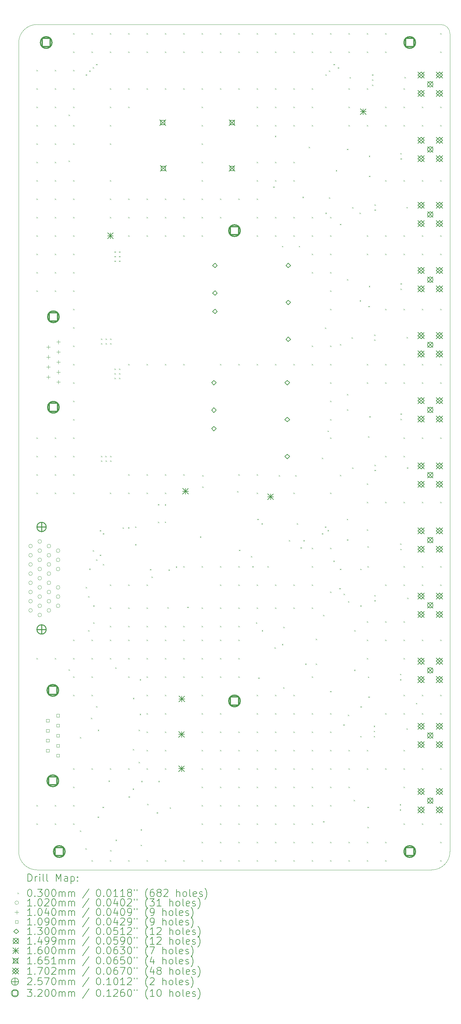
<source format=gbr>
%TF.GenerationSoftware,KiCad,Pcbnew,8.0.6*%
%TF.CreationDate,2025-05-14T12:38:04-04:00*%
%TF.ProjectId,TPC_Warm_Shaper,5450435f-5761-4726-9d5f-536861706572,rev?*%
%TF.SameCoordinates,Original*%
%TF.FileFunction,Drillmap*%
%TF.FilePolarity,Positive*%
%FSLAX45Y45*%
G04 Gerber Fmt 4.5, Leading zero omitted, Abs format (unit mm)*
G04 Created by KiCad (PCBNEW 8.0.6) date 2025-05-14 12:38:04*
%MOMM*%
%LPD*%
G01*
G04 APERTURE LIST*
%ADD10C,0.050000*%
%ADD11C,0.200000*%
%ADD12C,0.100000*%
%ADD13C,0.102000*%
%ADD14C,0.104000*%
%ADD15C,0.109000*%
%ADD16C,0.130000*%
%ADD17C,0.149860*%
%ADD18C,0.160000*%
%ADD19C,0.165100*%
%ADD20C,0.170180*%
%ADD21C,0.257000*%
%ADD22C,0.320000*%
G04 APERTURE END LIST*
D10*
X23114000Y-3810000D02*
X23114000Y-26162000D01*
X23114000Y-3810000D02*
X23114000Y-3556000D01*
X11176000Y-3810000D02*
G75*
G02*
X11684000Y-3302000I508000J0D01*
G01*
X19304000Y-3302000D02*
X22860000Y-3302000D01*
X19304000Y-26670000D02*
X11684000Y-26670000D01*
X11684000Y-26670000D02*
G75*
G02*
X11176000Y-26162000I0J508000D01*
G01*
X11176000Y-26162000D02*
X11176000Y-23114000D01*
X23114000Y-26162000D02*
G75*
G02*
X22606000Y-26670000I-508000J0D01*
G01*
X11176000Y-23114000D02*
X11176000Y-20320000D01*
X22860000Y-3302000D02*
G75*
G02*
X23114000Y-3556000I0J-254000D01*
G01*
X22606000Y-26670000D02*
X19304000Y-26670000D01*
X11684000Y-3302000D02*
X19304000Y-3302000D01*
X11176000Y-7620000D02*
X11176000Y-3810000D01*
X11176000Y-20320000D02*
X11176000Y-7620000D01*
D11*
D12*
X11669000Y-4557000D02*
X11699000Y-4587000D01*
X11699000Y-4557000D02*
X11669000Y-4587000D01*
X11669000Y-5065000D02*
X11699000Y-5095000D01*
X11699000Y-5065000D02*
X11669000Y-5095000D01*
X11669000Y-5573000D02*
X11699000Y-5603000D01*
X11699000Y-5573000D02*
X11669000Y-5603000D01*
X11669000Y-6081000D02*
X11699000Y-6111000D01*
X11699000Y-6081000D02*
X11669000Y-6111000D01*
X11669000Y-6589000D02*
X11699000Y-6619000D01*
X11699000Y-6589000D02*
X11669000Y-6619000D01*
X11669000Y-7097000D02*
X11699000Y-7127000D01*
X11699000Y-7097000D02*
X11669000Y-7127000D01*
X11669000Y-7605000D02*
X11699000Y-7635000D01*
X11699000Y-7605000D02*
X11669000Y-7635000D01*
X11669000Y-8113000D02*
X11699000Y-8143000D01*
X11699000Y-8113000D02*
X11669000Y-8143000D01*
X11669000Y-8621000D02*
X11699000Y-8651000D01*
X11699000Y-8621000D02*
X11669000Y-8651000D01*
X11669000Y-9129000D02*
X11699000Y-9159000D01*
X11699000Y-9129000D02*
X11669000Y-9159000D01*
X11669000Y-9637000D02*
X11699000Y-9667000D01*
X11699000Y-9637000D02*
X11669000Y-9667000D01*
X11669000Y-10145000D02*
X11699000Y-10175000D01*
X11699000Y-10145000D02*
X11669000Y-10175000D01*
X11669000Y-10653000D02*
X11699000Y-10683000D01*
X11699000Y-10653000D02*
X11669000Y-10683000D01*
X11669000Y-14717000D02*
X11699000Y-14747000D01*
X11699000Y-14717000D02*
X11669000Y-14747000D01*
X11669000Y-15225000D02*
X11699000Y-15255000D01*
X11699000Y-15225000D02*
X11669000Y-15255000D01*
X11669000Y-15733000D02*
X11699000Y-15763000D01*
X11699000Y-15733000D02*
X11669000Y-15763000D01*
X11669000Y-16241000D02*
X11699000Y-16271000D01*
X11699000Y-16241000D02*
X11669000Y-16271000D01*
X11669000Y-20813000D02*
X11699000Y-20843000D01*
X11699000Y-20813000D02*
X11669000Y-20843000D01*
X11669000Y-24877000D02*
X11699000Y-24907000D01*
X11699000Y-24877000D02*
X11669000Y-24907000D01*
X11669000Y-25385000D02*
X11699000Y-25415000D01*
X11699000Y-25385000D02*
X11669000Y-25415000D01*
X12177000Y-4557000D02*
X12207000Y-4587000D01*
X12207000Y-4557000D02*
X12177000Y-4587000D01*
X12177000Y-5065000D02*
X12207000Y-5095000D01*
X12207000Y-5065000D02*
X12177000Y-5095000D01*
X12177000Y-5573000D02*
X12207000Y-5603000D01*
X12207000Y-5573000D02*
X12177000Y-5603000D01*
X12177000Y-6081000D02*
X12207000Y-6111000D01*
X12207000Y-6081000D02*
X12177000Y-6111000D01*
X12177000Y-6589000D02*
X12207000Y-6619000D01*
X12207000Y-6589000D02*
X12177000Y-6619000D01*
X12177000Y-7097000D02*
X12207000Y-7127000D01*
X12207000Y-7097000D02*
X12177000Y-7127000D01*
X12177000Y-7605000D02*
X12207000Y-7635000D01*
X12207000Y-7605000D02*
X12177000Y-7635000D01*
X12177000Y-8113000D02*
X12207000Y-8143000D01*
X12207000Y-8113000D02*
X12177000Y-8143000D01*
X12177000Y-8621000D02*
X12207000Y-8651000D01*
X12207000Y-8621000D02*
X12177000Y-8651000D01*
X12177000Y-9129000D02*
X12207000Y-9159000D01*
X12207000Y-9129000D02*
X12177000Y-9159000D01*
X12177000Y-9637000D02*
X12207000Y-9667000D01*
X12207000Y-9637000D02*
X12177000Y-9667000D01*
X12177000Y-10145000D02*
X12207000Y-10175000D01*
X12207000Y-10145000D02*
X12177000Y-10175000D01*
X12177000Y-10653000D02*
X12207000Y-10683000D01*
X12207000Y-10653000D02*
X12177000Y-10683000D01*
X12177000Y-14717000D02*
X12207000Y-14747000D01*
X12207000Y-14717000D02*
X12177000Y-14747000D01*
X12177000Y-15225000D02*
X12207000Y-15255000D01*
X12207000Y-15225000D02*
X12177000Y-15255000D01*
X12177000Y-15733000D02*
X12207000Y-15763000D01*
X12207000Y-15733000D02*
X12177000Y-15763000D01*
X12177000Y-16241000D02*
X12207000Y-16271000D01*
X12207000Y-16241000D02*
X12177000Y-16271000D01*
X12177000Y-20813000D02*
X12207000Y-20843000D01*
X12207000Y-20813000D02*
X12177000Y-20843000D01*
X12177000Y-24877000D02*
X12207000Y-24907000D01*
X12207000Y-24877000D02*
X12177000Y-24907000D01*
X12177000Y-25385000D02*
X12207000Y-25415000D01*
X12207000Y-25385000D02*
X12177000Y-25415000D01*
X12557000Y-21126000D02*
X12587000Y-21156000D01*
X12587000Y-21126000D02*
X12557000Y-21156000D01*
X12558000Y-5792000D02*
X12588000Y-5822000D01*
X12588000Y-5792000D02*
X12558000Y-5822000D01*
X12558000Y-7062000D02*
X12588000Y-7092000D01*
X12588000Y-7062000D02*
X12558000Y-7092000D01*
X12685000Y-3541000D02*
X12715000Y-3571000D01*
X12715000Y-3541000D02*
X12685000Y-3571000D01*
X12685000Y-4049000D02*
X12715000Y-4079000D01*
X12715000Y-4049000D02*
X12685000Y-4079000D01*
X12685000Y-4557000D02*
X12715000Y-4587000D01*
X12715000Y-4557000D02*
X12685000Y-4587000D01*
X12685000Y-5065000D02*
X12715000Y-5095000D01*
X12715000Y-5065000D02*
X12685000Y-5095000D01*
X12685000Y-5573000D02*
X12715000Y-5603000D01*
X12715000Y-5573000D02*
X12685000Y-5603000D01*
X12685000Y-6081000D02*
X12715000Y-6111000D01*
X12715000Y-6081000D02*
X12685000Y-6111000D01*
X12685000Y-6589000D02*
X12715000Y-6619000D01*
X12715000Y-6589000D02*
X12685000Y-6619000D01*
X12685000Y-7605000D02*
X12715000Y-7635000D01*
X12715000Y-7605000D02*
X12685000Y-7635000D01*
X12685000Y-8113000D02*
X12715000Y-8143000D01*
X12715000Y-8113000D02*
X12685000Y-8143000D01*
X12685000Y-8621000D02*
X12715000Y-8651000D01*
X12715000Y-8621000D02*
X12685000Y-8651000D01*
X12685000Y-9129000D02*
X12715000Y-9159000D01*
X12715000Y-9129000D02*
X12685000Y-9159000D01*
X12685000Y-9637000D02*
X12715000Y-9667000D01*
X12715000Y-9637000D02*
X12685000Y-9667000D01*
X12685000Y-10145000D02*
X12715000Y-10175000D01*
X12715000Y-10145000D02*
X12685000Y-10175000D01*
X12685000Y-10653000D02*
X12715000Y-10683000D01*
X12715000Y-10653000D02*
X12685000Y-10683000D01*
X12685000Y-11161000D02*
X12715000Y-11191000D01*
X12715000Y-11161000D02*
X12685000Y-11191000D01*
X12685000Y-11669000D02*
X12715000Y-11699000D01*
X12715000Y-11669000D02*
X12685000Y-11699000D01*
X12685000Y-12177000D02*
X12715000Y-12207000D01*
X12715000Y-12177000D02*
X12685000Y-12207000D01*
X12685000Y-12685000D02*
X12715000Y-12715000D01*
X12715000Y-12685000D02*
X12685000Y-12715000D01*
X12685000Y-13193000D02*
X12715000Y-13223000D01*
X12715000Y-13193000D02*
X12685000Y-13223000D01*
X12685000Y-13701000D02*
X12715000Y-13731000D01*
X12715000Y-13701000D02*
X12685000Y-13731000D01*
X12685000Y-14209000D02*
X12715000Y-14239000D01*
X12715000Y-14209000D02*
X12685000Y-14239000D01*
X12685000Y-14717000D02*
X12715000Y-14747000D01*
X12715000Y-14717000D02*
X12685000Y-14747000D01*
X12685000Y-15225000D02*
X12715000Y-15255000D01*
X12715000Y-15225000D02*
X12685000Y-15255000D01*
X12685000Y-15733000D02*
X12715000Y-15763000D01*
X12715000Y-15733000D02*
X12685000Y-15763000D01*
X12685000Y-16241000D02*
X12715000Y-16271000D01*
X12715000Y-16241000D02*
X12685000Y-16271000D01*
X12685000Y-20305000D02*
X12715000Y-20335000D01*
X12715000Y-20305000D02*
X12685000Y-20335000D01*
X12685000Y-20813000D02*
X12715000Y-20843000D01*
X12715000Y-20813000D02*
X12685000Y-20843000D01*
X12685000Y-21321000D02*
X12715000Y-21351000D01*
X12715000Y-21321000D02*
X12685000Y-21351000D01*
X12685000Y-21829000D02*
X12715000Y-21859000D01*
X12715000Y-21829000D02*
X12685000Y-21859000D01*
X12685000Y-23861000D02*
X12715000Y-23891000D01*
X12715000Y-23861000D02*
X12685000Y-23891000D01*
X12685000Y-24369000D02*
X12715000Y-24399000D01*
X12715000Y-24369000D02*
X12685000Y-24399000D01*
X12685000Y-24877000D02*
X12715000Y-24907000D01*
X12715000Y-24877000D02*
X12685000Y-24907000D01*
X12685000Y-25385000D02*
X12715000Y-25415000D01*
X12715000Y-25385000D02*
X12685000Y-25415000D01*
X12873000Y-23000000D02*
X12903000Y-23030000D01*
X12903000Y-23000000D02*
X12873000Y-23030000D01*
X12873000Y-25579000D02*
X12903000Y-25609000D01*
X12903000Y-25579000D02*
X12873000Y-25609000D01*
X13022620Y-26071500D02*
X13052620Y-26101500D01*
X13052620Y-26071500D02*
X13022620Y-26101500D01*
X13032000Y-4679000D02*
X13062000Y-4709000D01*
X13062000Y-4679000D02*
X13032000Y-4709000D01*
X13032000Y-18847000D02*
X13062000Y-18877000D01*
X13062000Y-18847000D02*
X13032000Y-18877000D01*
X13099988Y-20045083D02*
X13129988Y-20075083D01*
X13129988Y-20045083D02*
X13099988Y-20075083D01*
X13100000Y-19101000D02*
X13130000Y-19131000D01*
X13130000Y-19101000D02*
X13100000Y-19131000D01*
X13130000Y-4576000D02*
X13160000Y-4606000D01*
X13160000Y-4576000D02*
X13130000Y-4606000D01*
X13130000Y-18339000D02*
X13160000Y-18369000D01*
X13160000Y-18339000D02*
X13130000Y-18369000D01*
X13176000Y-22466000D02*
X13206000Y-22496000D01*
X13206000Y-22466000D02*
X13176000Y-22496000D01*
X13193000Y-3541000D02*
X13223000Y-3571000D01*
X13223000Y-3541000D02*
X13193000Y-3571000D01*
X13193000Y-4049000D02*
X13223000Y-4079000D01*
X13223000Y-4049000D02*
X13193000Y-4079000D01*
X13193000Y-20305000D02*
X13223000Y-20335000D01*
X13223000Y-20305000D02*
X13193000Y-20335000D01*
X13193000Y-20305000D02*
X13223000Y-20335000D01*
X13223000Y-20305000D02*
X13193000Y-20335000D01*
X13193000Y-20813000D02*
X13223000Y-20843000D01*
X13223000Y-20813000D02*
X13193000Y-20843000D01*
X13193000Y-21321000D02*
X13223000Y-21351000D01*
X13223000Y-21321000D02*
X13193000Y-21351000D01*
X13193000Y-21829000D02*
X13223000Y-21859000D01*
X13223000Y-21829000D02*
X13193000Y-21859000D01*
X13193000Y-23861000D02*
X13223000Y-23891000D01*
X13223000Y-23861000D02*
X13193000Y-23891000D01*
X13193000Y-26401000D02*
X13223000Y-26431000D01*
X13223000Y-26401000D02*
X13193000Y-26431000D01*
X13227000Y-4482000D02*
X13257000Y-4512000D01*
X13257000Y-4482000D02*
X13227000Y-4512000D01*
X13227000Y-17831000D02*
X13257000Y-17861000D01*
X13257000Y-17831000D02*
X13227000Y-17861000D01*
X13238000Y-19355000D02*
X13268000Y-19385000D01*
X13268000Y-19355000D02*
X13238000Y-19385000D01*
X13238000Y-19826000D02*
X13268000Y-19856000D01*
X13268000Y-19826000D02*
X13238000Y-19856000D01*
X13320000Y-22145000D02*
X13350000Y-22175000D01*
X13350000Y-22145000D02*
X13320000Y-22175000D01*
X13320738Y-4391393D02*
X13350738Y-4421393D01*
X13350738Y-4391393D02*
X13320738Y-4421393D01*
X13321000Y-18086000D02*
X13351000Y-18116000D01*
X13351000Y-18086000D02*
X13321000Y-18116000D01*
X13364620Y-25196500D02*
X13394620Y-25226500D01*
X13394620Y-25196500D02*
X13364620Y-25226500D01*
X13367000Y-22797000D02*
X13397000Y-22827000D01*
X13397000Y-22797000D02*
X13367000Y-22827000D01*
X13420000Y-17956000D02*
X13450000Y-17986000D01*
X13450000Y-17956000D02*
X13420000Y-17986000D01*
X13421000Y-17277000D02*
X13451000Y-17307000D01*
X13451000Y-17277000D02*
X13421000Y-17307000D01*
X13453250Y-15224000D02*
X13483250Y-15254000D01*
X13483250Y-15224000D02*
X13453250Y-15254000D01*
X13453250Y-15351000D02*
X13483250Y-15381000D01*
X13483250Y-15351000D02*
X13453250Y-15381000D01*
X13457000Y-11983000D02*
X13487000Y-12013000D01*
X13487000Y-11983000D02*
X13457000Y-12013000D01*
X13457000Y-12110000D02*
X13487000Y-12140000D01*
X13487000Y-12110000D02*
X13457000Y-12140000D01*
X13496620Y-24923000D02*
X13526620Y-24953000D01*
X13526620Y-24923000D02*
X13496620Y-24953000D01*
X13505000Y-17365000D02*
X13535000Y-17395000D01*
X13535000Y-17365000D02*
X13505000Y-17395000D01*
X13505000Y-18212000D02*
X13535000Y-18242000D01*
X13535000Y-18212000D02*
X13505000Y-18242000D01*
X13575250Y-15224000D02*
X13605250Y-15254000D01*
X13605250Y-15224000D02*
X13575250Y-15254000D01*
X13580250Y-15351000D02*
X13610250Y-15381000D01*
X13610250Y-15351000D02*
X13580250Y-15381000D01*
X13584000Y-11983000D02*
X13614000Y-12013000D01*
X13614000Y-11983000D02*
X13584000Y-12013000D01*
X13584000Y-12110000D02*
X13614000Y-12140000D01*
X13614000Y-12110000D02*
X13584000Y-12140000D01*
X13663620Y-24201500D02*
X13693620Y-24231500D01*
X13693620Y-24201500D02*
X13663620Y-24231500D01*
X13701000Y-3541000D02*
X13731000Y-3571000D01*
X13731000Y-3541000D02*
X13701000Y-3571000D01*
X13701000Y-4049000D02*
X13731000Y-4079000D01*
X13731000Y-4049000D02*
X13701000Y-4079000D01*
X13701000Y-5065000D02*
X13731000Y-5095000D01*
X13731000Y-5065000D02*
X13701000Y-5095000D01*
X13701000Y-5573000D02*
X13731000Y-5603000D01*
X13731000Y-5573000D02*
X13701000Y-5603000D01*
X13701000Y-6081000D02*
X13731000Y-6111000D01*
X13731000Y-6081000D02*
X13701000Y-6111000D01*
X13701000Y-6589000D02*
X13731000Y-6619000D01*
X13731000Y-6589000D02*
X13701000Y-6619000D01*
X13701000Y-7605000D02*
X13731000Y-7635000D01*
X13731000Y-7605000D02*
X13701000Y-7635000D01*
X13701000Y-8113000D02*
X13731000Y-8143000D01*
X13731000Y-8113000D02*
X13701000Y-8143000D01*
X13701000Y-8621000D02*
X13731000Y-8651000D01*
X13731000Y-8621000D02*
X13701000Y-8651000D01*
X13701000Y-16241000D02*
X13731000Y-16271000D01*
X13731000Y-16241000D02*
X13701000Y-16271000D01*
X13701000Y-18781000D02*
X13731000Y-18811000D01*
X13731000Y-18781000D02*
X13701000Y-18811000D01*
X13701000Y-19416000D02*
X13731000Y-19446000D01*
X13731000Y-19416000D02*
X13701000Y-19446000D01*
X13701000Y-19924000D02*
X13731000Y-19954000D01*
X13731000Y-19924000D02*
X13701000Y-19954000D01*
X13701000Y-20305000D02*
X13731000Y-20335000D01*
X13731000Y-20305000D02*
X13701000Y-20335000D01*
X13701000Y-20813000D02*
X13731000Y-20843000D01*
X13731000Y-20813000D02*
X13701000Y-20843000D01*
X13701000Y-23861000D02*
X13731000Y-23891000D01*
X13731000Y-23861000D02*
X13701000Y-23891000D01*
X13701000Y-26401000D02*
X13731000Y-26431000D01*
X13731000Y-26401000D02*
X13701000Y-26431000D01*
X13707250Y-15224000D02*
X13737250Y-15254000D01*
X13737250Y-15224000D02*
X13707250Y-15254000D01*
X13707250Y-15351000D02*
X13737250Y-15381000D01*
X13737250Y-15351000D02*
X13707250Y-15381000D01*
X13707620Y-26122500D02*
X13737620Y-26152500D01*
X13737620Y-26122500D02*
X13707620Y-26152500D01*
X13711000Y-11983000D02*
X13741000Y-12013000D01*
X13741000Y-11983000D02*
X13711000Y-12013000D01*
X13711000Y-12110000D02*
X13741000Y-12140000D01*
X13741000Y-12110000D02*
X13711000Y-12140000D01*
X13828000Y-9573500D02*
X13858000Y-9603500D01*
X13858000Y-9573500D02*
X13828000Y-9603500D01*
X13828000Y-9700500D02*
X13858000Y-9730500D01*
X13858000Y-9700500D02*
X13828000Y-9730500D01*
X13828000Y-9827500D02*
X13858000Y-9857500D01*
X13858000Y-9827500D02*
X13828000Y-9857500D01*
X13828000Y-12812000D02*
X13858000Y-12842000D01*
X13858000Y-12812000D02*
X13828000Y-12842000D01*
X13828000Y-12939000D02*
X13858000Y-12969000D01*
X13858000Y-12939000D02*
X13828000Y-12969000D01*
X13828000Y-13066000D02*
X13858000Y-13096000D01*
X13858000Y-13066000D02*
X13828000Y-13096000D01*
X13849000Y-21073000D02*
X13879000Y-21103000D01*
X13879000Y-21073000D02*
X13849000Y-21103000D01*
X13858000Y-25836500D02*
X13888000Y-25866500D01*
X13888000Y-25836500D02*
X13858000Y-25866500D01*
X13955000Y-9573500D02*
X13985000Y-9603500D01*
X13985000Y-9573500D02*
X13955000Y-9603500D01*
X13955000Y-9700500D02*
X13985000Y-9730500D01*
X13985000Y-9700500D02*
X13955000Y-9730500D01*
X13955000Y-9827500D02*
X13985000Y-9857500D01*
X13985000Y-9827500D02*
X13955000Y-9857500D01*
X13955000Y-12812000D02*
X13985000Y-12842000D01*
X13985000Y-12812000D02*
X13955000Y-12842000D01*
X13955000Y-12939000D02*
X13985000Y-12969000D01*
X13985000Y-12939000D02*
X13955000Y-12969000D01*
X13955000Y-13066000D02*
X13985000Y-13096000D01*
X13985000Y-13066000D02*
X13955000Y-13096000D01*
X14051000Y-17202000D02*
X14081000Y-17232000D01*
X14081000Y-17202000D02*
X14051000Y-17232000D01*
X14206000Y-17200000D02*
X14236000Y-17230000D01*
X14236000Y-17200000D02*
X14206000Y-17230000D01*
X14209000Y-3541000D02*
X14239000Y-3571000D01*
X14239000Y-3541000D02*
X14209000Y-3571000D01*
X14209000Y-4049000D02*
X14239000Y-4079000D01*
X14239000Y-4049000D02*
X14209000Y-4079000D01*
X14209000Y-5065000D02*
X14239000Y-5095000D01*
X14239000Y-5065000D02*
X14209000Y-5095000D01*
X14209000Y-5573000D02*
X14239000Y-5603000D01*
X14239000Y-5573000D02*
X14209000Y-5603000D01*
X14209000Y-8113000D02*
X14239000Y-8143000D01*
X14239000Y-8113000D02*
X14209000Y-8143000D01*
X14209000Y-8621000D02*
X14239000Y-8651000D01*
X14239000Y-8621000D02*
X14209000Y-8651000D01*
X14209000Y-9129000D02*
X14239000Y-9159000D01*
X14239000Y-9129000D02*
X14209000Y-9159000D01*
X14209000Y-12685000D02*
X14239000Y-12715000D01*
X14239000Y-12685000D02*
X14209000Y-12715000D01*
X14209000Y-15733000D02*
X14239000Y-15763000D01*
X14239000Y-15733000D02*
X14209000Y-15763000D01*
X14209000Y-16241000D02*
X14239000Y-16271000D01*
X14239000Y-16241000D02*
X14209000Y-16271000D01*
X14209000Y-18781000D02*
X14239000Y-18811000D01*
X14239000Y-18781000D02*
X14209000Y-18811000D01*
X14209000Y-19416000D02*
X14239000Y-19446000D01*
X14239000Y-19416000D02*
X14209000Y-19446000D01*
X14209000Y-19924000D02*
X14239000Y-19954000D01*
X14239000Y-19924000D02*
X14209000Y-19954000D01*
X14209000Y-20305000D02*
X14239000Y-20335000D01*
X14239000Y-20305000D02*
X14209000Y-20335000D01*
X14209000Y-20813000D02*
X14239000Y-20843000D01*
X14239000Y-20813000D02*
X14209000Y-20843000D01*
X14209000Y-21321000D02*
X14239000Y-21351000D01*
X14239000Y-21321000D02*
X14209000Y-21351000D01*
X14209000Y-23861000D02*
X14239000Y-23891000D01*
X14239000Y-23861000D02*
X14209000Y-23891000D01*
X14209000Y-26401000D02*
X14239000Y-26431000D01*
X14239000Y-26401000D02*
X14209000Y-26431000D01*
X14216620Y-24636500D02*
X14246620Y-24666500D01*
X14246620Y-24636500D02*
X14216620Y-24666500D01*
X14333620Y-24419500D02*
X14363620Y-24449500D01*
X14363620Y-24419500D02*
X14333620Y-24449500D01*
X14338000Y-23330000D02*
X14368000Y-23360000D01*
X14368000Y-23330000D02*
X14338000Y-23360000D01*
X14342000Y-21915000D02*
X14372000Y-21945000D01*
X14372000Y-21915000D02*
X14342000Y-21945000D01*
X14400000Y-17178000D02*
X14430000Y-17208000D01*
X14430000Y-17178000D02*
X14400000Y-17208000D01*
X14400000Y-17664000D02*
X14430000Y-17694000D01*
X14430000Y-17664000D02*
X14400000Y-17694000D01*
X14498000Y-23682000D02*
X14528000Y-23712000D01*
X14528000Y-23682000D02*
X14498000Y-23712000D01*
X14499000Y-22793000D02*
X14529000Y-22823000D01*
X14529000Y-22793000D02*
X14499000Y-22823000D01*
X14527000Y-21396000D02*
X14557000Y-21426000D01*
X14557000Y-21396000D02*
X14527000Y-21426000D01*
X14528000Y-22356000D02*
X14558000Y-22386000D01*
X14558000Y-22356000D02*
X14528000Y-22386000D01*
X14551620Y-25547500D02*
X14581620Y-25577500D01*
X14581620Y-25547500D02*
X14551620Y-25577500D01*
X14551620Y-25973500D02*
X14581620Y-26003500D01*
X14581620Y-25973500D02*
X14551620Y-26003500D01*
X14568620Y-24210500D02*
X14598620Y-24240500D01*
X14598620Y-24210500D02*
X14568620Y-24240500D01*
X14717000Y-3541000D02*
X14747000Y-3571000D01*
X14747000Y-3541000D02*
X14717000Y-3571000D01*
X14717000Y-4049000D02*
X14747000Y-4079000D01*
X14747000Y-4049000D02*
X14717000Y-4079000D01*
X14717000Y-5065000D02*
X14747000Y-5095000D01*
X14747000Y-5065000D02*
X14717000Y-5095000D01*
X14717000Y-8113000D02*
X14747000Y-8143000D01*
X14747000Y-8113000D02*
X14717000Y-8143000D01*
X14717000Y-8621000D02*
X14747000Y-8651000D01*
X14747000Y-8621000D02*
X14717000Y-8651000D01*
X14717000Y-9129000D02*
X14747000Y-9159000D01*
X14747000Y-9129000D02*
X14717000Y-9159000D01*
X14717000Y-12685000D02*
X14747000Y-12715000D01*
X14747000Y-12685000D02*
X14717000Y-12715000D01*
X14717000Y-15733000D02*
X14747000Y-15763000D01*
X14747000Y-15733000D02*
X14717000Y-15763000D01*
X14717000Y-16241000D02*
X14747000Y-16271000D01*
X14747000Y-16241000D02*
X14717000Y-16271000D01*
X14717000Y-18781000D02*
X14747000Y-18811000D01*
X14747000Y-18781000D02*
X14717000Y-18811000D01*
X14717000Y-18781000D02*
X14747000Y-18811000D01*
X14747000Y-18781000D02*
X14717000Y-18811000D01*
X14717000Y-19416000D02*
X14747000Y-19446000D01*
X14747000Y-19416000D02*
X14717000Y-19446000D01*
X14717000Y-19416000D02*
X14747000Y-19446000D01*
X14747000Y-19416000D02*
X14717000Y-19446000D01*
X14717000Y-19924000D02*
X14747000Y-19954000D01*
X14747000Y-19924000D02*
X14717000Y-19954000D01*
X14717000Y-19924000D02*
X14747000Y-19954000D01*
X14747000Y-19924000D02*
X14717000Y-19954000D01*
X14717000Y-20305000D02*
X14747000Y-20335000D01*
X14747000Y-20305000D02*
X14717000Y-20335000D01*
X14717000Y-20305000D02*
X14747000Y-20335000D01*
X14747000Y-20305000D02*
X14717000Y-20335000D01*
X14717000Y-20813000D02*
X14747000Y-20843000D01*
X14747000Y-20813000D02*
X14717000Y-20843000D01*
X14717000Y-21321000D02*
X14747000Y-21351000D01*
X14747000Y-21321000D02*
X14717000Y-21351000D01*
X14717000Y-21829000D02*
X14747000Y-21859000D01*
X14747000Y-21829000D02*
X14717000Y-21859000D01*
X14717000Y-22337000D02*
X14747000Y-22367000D01*
X14747000Y-22337000D02*
X14717000Y-22367000D01*
X14717000Y-22845000D02*
X14747000Y-22875000D01*
X14747000Y-22845000D02*
X14717000Y-22875000D01*
X14717000Y-23353000D02*
X14747000Y-23383000D01*
X14747000Y-23353000D02*
X14717000Y-23383000D01*
X14717000Y-23861000D02*
X14747000Y-23891000D01*
X14747000Y-23861000D02*
X14717000Y-23891000D01*
X14717000Y-26401000D02*
X14747000Y-26431000D01*
X14747000Y-26401000D02*
X14717000Y-26431000D01*
X14732620Y-24844500D02*
X14762620Y-24874500D01*
X14762620Y-24844500D02*
X14732620Y-24874500D01*
X14811548Y-18354000D02*
X14841548Y-18384000D01*
X14841548Y-18354000D02*
X14811548Y-18384000D01*
X14854548Y-18560000D02*
X14884548Y-18590000D01*
X14884548Y-18560000D02*
X14854548Y-18590000D01*
X14995620Y-25076500D02*
X15025620Y-25106500D01*
X15025620Y-25076500D02*
X14995620Y-25106500D01*
X15031000Y-16560000D02*
X15061000Y-16590000D01*
X15061000Y-16560000D02*
X15031000Y-16590000D01*
X15032000Y-17046000D02*
X15062000Y-17076000D01*
X15062000Y-17046000D02*
X15032000Y-17076000D01*
X15042620Y-24208500D02*
X15072620Y-24238500D01*
X15072620Y-24208500D02*
X15042620Y-24238500D01*
X15220000Y-16562000D02*
X15250000Y-16592000D01*
X15250000Y-16562000D02*
X15220000Y-16592000D01*
X15220000Y-17043000D02*
X15250000Y-17073000D01*
X15250000Y-17043000D02*
X15220000Y-17073000D01*
X15225000Y-3541000D02*
X15255000Y-3571000D01*
X15255000Y-3541000D02*
X15225000Y-3571000D01*
X15225000Y-4049000D02*
X15255000Y-4079000D01*
X15255000Y-4049000D02*
X15225000Y-4079000D01*
X15225000Y-5065000D02*
X15255000Y-5095000D01*
X15255000Y-5065000D02*
X15225000Y-5095000D01*
X15225000Y-8113000D02*
X15255000Y-8143000D01*
X15255000Y-8113000D02*
X15225000Y-8143000D01*
X15225000Y-8621000D02*
X15255000Y-8651000D01*
X15255000Y-8621000D02*
X15225000Y-8651000D01*
X15225000Y-9129000D02*
X15255000Y-9159000D01*
X15255000Y-9129000D02*
X15225000Y-9159000D01*
X15225000Y-12685000D02*
X15255000Y-12715000D01*
X15255000Y-12685000D02*
X15225000Y-12715000D01*
X15225000Y-15733000D02*
X15255000Y-15763000D01*
X15255000Y-15733000D02*
X15225000Y-15763000D01*
X15225000Y-16241000D02*
X15255000Y-16271000D01*
X15255000Y-16241000D02*
X15225000Y-16271000D01*
X15225000Y-19924000D02*
X15255000Y-19954000D01*
X15255000Y-19924000D02*
X15225000Y-19954000D01*
X15225000Y-20305000D02*
X15255000Y-20335000D01*
X15255000Y-20305000D02*
X15225000Y-20335000D01*
X15225000Y-20813000D02*
X15255000Y-20843000D01*
X15255000Y-20813000D02*
X15225000Y-20843000D01*
X15225000Y-21321000D02*
X15255000Y-21351000D01*
X15255000Y-21321000D02*
X15225000Y-21351000D01*
X15225000Y-21829000D02*
X15255000Y-21859000D01*
X15255000Y-21829000D02*
X15225000Y-21859000D01*
X15225000Y-22337000D02*
X15255000Y-22367000D01*
X15255000Y-22337000D02*
X15225000Y-22367000D01*
X15225000Y-22845000D02*
X15255000Y-22875000D01*
X15255000Y-22845000D02*
X15225000Y-22875000D01*
X15225000Y-23353000D02*
X15255000Y-23383000D01*
X15255000Y-23353000D02*
X15225000Y-23383000D01*
X15225000Y-23861000D02*
X15255000Y-23891000D01*
X15255000Y-23861000D02*
X15225000Y-23891000D01*
X15225000Y-26401000D02*
X15255000Y-26431000D01*
X15255000Y-26401000D02*
X15225000Y-26431000D01*
X15292548Y-19410000D02*
X15322548Y-19440000D01*
X15322548Y-19410000D02*
X15292548Y-19440000D01*
X15322548Y-18367000D02*
X15352548Y-18397000D01*
X15352548Y-18367000D02*
X15322548Y-18397000D01*
X15356620Y-24942500D02*
X15386620Y-24972500D01*
X15386620Y-24942500D02*
X15356620Y-24972500D01*
X15525548Y-18284000D02*
X15555548Y-18314000D01*
X15555548Y-18284000D02*
X15525548Y-18314000D01*
X15733000Y-3541000D02*
X15763000Y-3571000D01*
X15763000Y-3541000D02*
X15733000Y-3571000D01*
X15733000Y-4049000D02*
X15763000Y-4079000D01*
X15763000Y-4049000D02*
X15733000Y-4079000D01*
X15733000Y-5065000D02*
X15763000Y-5095000D01*
X15763000Y-5065000D02*
X15733000Y-5095000D01*
X15733000Y-8113000D02*
X15763000Y-8143000D01*
X15763000Y-8113000D02*
X15733000Y-8143000D01*
X15733000Y-8621000D02*
X15763000Y-8651000D01*
X15763000Y-8621000D02*
X15733000Y-8651000D01*
X15733000Y-9129000D02*
X15763000Y-9159000D01*
X15763000Y-9129000D02*
X15733000Y-9159000D01*
X15733000Y-12685000D02*
X15763000Y-12715000D01*
X15763000Y-12685000D02*
X15733000Y-12715000D01*
X15733000Y-15733000D02*
X15763000Y-15763000D01*
X15763000Y-15733000D02*
X15733000Y-15763000D01*
X15733000Y-18273000D02*
X15763000Y-18303000D01*
X15763000Y-18273000D02*
X15733000Y-18303000D01*
X15733000Y-19924000D02*
X15763000Y-19954000D01*
X15763000Y-19924000D02*
X15733000Y-19954000D01*
X15733000Y-20305000D02*
X15763000Y-20335000D01*
X15763000Y-20305000D02*
X15733000Y-20335000D01*
X15733000Y-20813000D02*
X15763000Y-20843000D01*
X15763000Y-20813000D02*
X15733000Y-20843000D01*
X15733000Y-21321000D02*
X15763000Y-21351000D01*
X15763000Y-21321000D02*
X15733000Y-21351000D01*
X15733000Y-26401000D02*
X15763000Y-26431000D01*
X15763000Y-26401000D02*
X15733000Y-26431000D01*
X15841000Y-19396000D02*
X15871000Y-19426000D01*
X15871000Y-19396000D02*
X15841000Y-19426000D01*
X16196000Y-17450000D02*
X16226000Y-17480000D01*
X16226000Y-17450000D02*
X16196000Y-17480000D01*
X16241000Y-3541000D02*
X16271000Y-3571000D01*
X16271000Y-3541000D02*
X16241000Y-3571000D01*
X16241000Y-4049000D02*
X16271000Y-4079000D01*
X16271000Y-4049000D02*
X16241000Y-4079000D01*
X16241000Y-5065000D02*
X16271000Y-5095000D01*
X16271000Y-5065000D02*
X16241000Y-5095000D01*
X16241000Y-5573000D02*
X16271000Y-5603000D01*
X16271000Y-5573000D02*
X16241000Y-5603000D01*
X16241000Y-6081000D02*
X16271000Y-6111000D01*
X16271000Y-6081000D02*
X16241000Y-6111000D01*
X16241000Y-6589000D02*
X16271000Y-6619000D01*
X16271000Y-6589000D02*
X16241000Y-6619000D01*
X16241000Y-7097000D02*
X16271000Y-7127000D01*
X16271000Y-7097000D02*
X16241000Y-7127000D01*
X16241000Y-7605000D02*
X16271000Y-7635000D01*
X16271000Y-7605000D02*
X16241000Y-7635000D01*
X16241000Y-8113000D02*
X16271000Y-8143000D01*
X16271000Y-8113000D02*
X16241000Y-8143000D01*
X16241000Y-8621000D02*
X16271000Y-8651000D01*
X16271000Y-8621000D02*
X16241000Y-8651000D01*
X16241000Y-9129000D02*
X16271000Y-9159000D01*
X16271000Y-9129000D02*
X16241000Y-9159000D01*
X16241000Y-18273000D02*
X16271000Y-18303000D01*
X16271000Y-18273000D02*
X16241000Y-18303000D01*
X16241000Y-19416000D02*
X16271000Y-19446000D01*
X16271000Y-19416000D02*
X16241000Y-19446000D01*
X16241000Y-19924000D02*
X16271000Y-19954000D01*
X16271000Y-19924000D02*
X16241000Y-19954000D01*
X16241000Y-19924000D02*
X16271000Y-19954000D01*
X16271000Y-19924000D02*
X16241000Y-19954000D01*
X16241000Y-20305000D02*
X16271000Y-20335000D01*
X16271000Y-20305000D02*
X16241000Y-20335000D01*
X16241000Y-20813000D02*
X16271000Y-20843000D01*
X16271000Y-20813000D02*
X16241000Y-20843000D01*
X16241000Y-21321000D02*
X16271000Y-21351000D01*
X16271000Y-21321000D02*
X16241000Y-21351000D01*
X16241000Y-21829000D02*
X16271000Y-21859000D01*
X16271000Y-21829000D02*
X16241000Y-21859000D01*
X16241000Y-22337000D02*
X16271000Y-22367000D01*
X16271000Y-22337000D02*
X16241000Y-22367000D01*
X16241000Y-22845000D02*
X16271000Y-22875000D01*
X16271000Y-22845000D02*
X16241000Y-22875000D01*
X16241000Y-23353000D02*
X16271000Y-23383000D01*
X16271000Y-23353000D02*
X16241000Y-23383000D01*
X16241000Y-23861000D02*
X16271000Y-23891000D01*
X16271000Y-23861000D02*
X16241000Y-23891000D01*
X16241000Y-24369000D02*
X16271000Y-24399000D01*
X16271000Y-24369000D02*
X16241000Y-24399000D01*
X16241000Y-24877000D02*
X16271000Y-24907000D01*
X16271000Y-24877000D02*
X16241000Y-24907000D01*
X16241000Y-25385000D02*
X16271000Y-25415000D01*
X16271000Y-25385000D02*
X16241000Y-25415000D01*
X16241000Y-25893000D02*
X16271000Y-25923000D01*
X16271000Y-25893000D02*
X16241000Y-25923000D01*
X16241000Y-26401000D02*
X16271000Y-26431000D01*
X16271000Y-26401000D02*
X16241000Y-26431000D01*
X16259000Y-15757000D02*
X16289000Y-15787000D01*
X16289000Y-15757000D02*
X16259000Y-15787000D01*
X16259000Y-16070000D02*
X16289000Y-16100000D01*
X16289000Y-16070000D02*
X16259000Y-16100000D01*
X16749000Y-3541000D02*
X16779000Y-3571000D01*
X16779000Y-3541000D02*
X16749000Y-3571000D01*
X16749000Y-4049000D02*
X16779000Y-4079000D01*
X16779000Y-4049000D02*
X16749000Y-4079000D01*
X16749000Y-5065000D02*
X16779000Y-5095000D01*
X16779000Y-5065000D02*
X16749000Y-5095000D01*
X16749000Y-8113000D02*
X16779000Y-8143000D01*
X16779000Y-8113000D02*
X16749000Y-8143000D01*
X16749000Y-8621000D02*
X16779000Y-8651000D01*
X16779000Y-8621000D02*
X16749000Y-8651000D01*
X16749000Y-12685000D02*
X16779000Y-12715000D01*
X16779000Y-12685000D02*
X16749000Y-12715000D01*
X16749000Y-18273000D02*
X16779000Y-18303000D01*
X16779000Y-18273000D02*
X16749000Y-18303000D01*
X16749000Y-18781000D02*
X16779000Y-18811000D01*
X16779000Y-18781000D02*
X16749000Y-18811000D01*
X16749000Y-19416000D02*
X16779000Y-19446000D01*
X16779000Y-19416000D02*
X16749000Y-19446000D01*
X16749000Y-19924000D02*
X16779000Y-19954000D01*
X16779000Y-19924000D02*
X16749000Y-19954000D01*
X16749000Y-20305000D02*
X16779000Y-20335000D01*
X16779000Y-20305000D02*
X16749000Y-20335000D01*
X16749000Y-20813000D02*
X16779000Y-20843000D01*
X16779000Y-20813000D02*
X16749000Y-20843000D01*
X16749000Y-21321000D02*
X16779000Y-21351000D01*
X16779000Y-21321000D02*
X16749000Y-21351000D01*
X16749000Y-22337000D02*
X16779000Y-22367000D01*
X16779000Y-22337000D02*
X16749000Y-22367000D01*
X16749000Y-22845000D02*
X16779000Y-22875000D01*
X16779000Y-22845000D02*
X16749000Y-22875000D01*
X16749000Y-23353000D02*
X16779000Y-23383000D01*
X16779000Y-23353000D02*
X16749000Y-23383000D01*
X16749000Y-23861000D02*
X16779000Y-23891000D01*
X16779000Y-23861000D02*
X16749000Y-23891000D01*
X16749000Y-24369000D02*
X16779000Y-24399000D01*
X16779000Y-24369000D02*
X16749000Y-24399000D01*
X16749000Y-24877000D02*
X16779000Y-24907000D01*
X16779000Y-24877000D02*
X16749000Y-24907000D01*
X16749000Y-25385000D02*
X16779000Y-25415000D01*
X16779000Y-25385000D02*
X16749000Y-25415000D01*
X16749000Y-25893000D02*
X16779000Y-25923000D01*
X16779000Y-25893000D02*
X16749000Y-25923000D01*
X16749000Y-26401000D02*
X16779000Y-26431000D01*
X16779000Y-26401000D02*
X16749000Y-26431000D01*
X17221000Y-16197000D02*
X17251000Y-16227000D01*
X17251000Y-16197000D02*
X17221000Y-16227000D01*
X17257000Y-3541000D02*
X17287000Y-3571000D01*
X17287000Y-3541000D02*
X17257000Y-3571000D01*
X17257000Y-4049000D02*
X17287000Y-4079000D01*
X17287000Y-4049000D02*
X17257000Y-4079000D01*
X17257000Y-5065000D02*
X17287000Y-5095000D01*
X17287000Y-5065000D02*
X17257000Y-5095000D01*
X17257000Y-8113000D02*
X17287000Y-8143000D01*
X17287000Y-8113000D02*
X17257000Y-8143000D01*
X17257000Y-12685000D02*
X17287000Y-12715000D01*
X17287000Y-12685000D02*
X17257000Y-12715000D01*
X17257000Y-15733000D02*
X17287000Y-15763000D01*
X17287000Y-15733000D02*
X17257000Y-15763000D01*
X17257000Y-18273000D02*
X17287000Y-18303000D01*
X17287000Y-18273000D02*
X17257000Y-18303000D01*
X17257000Y-18781000D02*
X17287000Y-18811000D01*
X17287000Y-18781000D02*
X17257000Y-18811000D01*
X17257000Y-19416000D02*
X17287000Y-19446000D01*
X17287000Y-19416000D02*
X17257000Y-19446000D01*
X17257000Y-19924000D02*
X17287000Y-19954000D01*
X17287000Y-19924000D02*
X17257000Y-19954000D01*
X17257000Y-20305000D02*
X17287000Y-20335000D01*
X17287000Y-20305000D02*
X17257000Y-20335000D01*
X17257000Y-20813000D02*
X17287000Y-20843000D01*
X17287000Y-20813000D02*
X17257000Y-20843000D01*
X17257000Y-21321000D02*
X17287000Y-21351000D01*
X17287000Y-21321000D02*
X17257000Y-21351000D01*
X17257000Y-22845000D02*
X17287000Y-22875000D01*
X17287000Y-22845000D02*
X17257000Y-22875000D01*
X17257000Y-23353000D02*
X17287000Y-23383000D01*
X17287000Y-23353000D02*
X17257000Y-23383000D01*
X17257000Y-23861000D02*
X17287000Y-23891000D01*
X17287000Y-23861000D02*
X17257000Y-23891000D01*
X17257000Y-24369000D02*
X17287000Y-24399000D01*
X17287000Y-24369000D02*
X17257000Y-24399000D01*
X17257000Y-24877000D02*
X17287000Y-24907000D01*
X17287000Y-24877000D02*
X17257000Y-24907000D01*
X17257000Y-25385000D02*
X17287000Y-25415000D01*
X17287000Y-25385000D02*
X17257000Y-25415000D01*
X17257000Y-25893000D02*
X17287000Y-25923000D01*
X17287000Y-25893000D02*
X17257000Y-25923000D01*
X17257000Y-26401000D02*
X17287000Y-26431000D01*
X17287000Y-26401000D02*
X17257000Y-26431000D01*
X17272000Y-17819000D02*
X17302000Y-17849000D01*
X17302000Y-17819000D02*
X17272000Y-17849000D01*
X17604000Y-17995000D02*
X17634000Y-18025000D01*
X17634000Y-17995000D02*
X17604000Y-18025000D01*
X17643000Y-18273000D02*
X17673000Y-18303000D01*
X17673000Y-18273000D02*
X17643000Y-18303000D01*
X17742000Y-19826000D02*
X17772000Y-19856000D01*
X17772000Y-19826000D02*
X17742000Y-19856000D01*
X17765000Y-3541000D02*
X17795000Y-3571000D01*
X17795000Y-3541000D02*
X17765000Y-3571000D01*
X17765000Y-4049000D02*
X17795000Y-4079000D01*
X17795000Y-4049000D02*
X17765000Y-4079000D01*
X17765000Y-5065000D02*
X17795000Y-5095000D01*
X17795000Y-5065000D02*
X17765000Y-5095000D01*
X17765000Y-5573000D02*
X17795000Y-5603000D01*
X17795000Y-5573000D02*
X17765000Y-5603000D01*
X17765000Y-6081000D02*
X17795000Y-6111000D01*
X17795000Y-6081000D02*
X17765000Y-6111000D01*
X17765000Y-6081000D02*
X17795000Y-6111000D01*
X17795000Y-6081000D02*
X17765000Y-6111000D01*
X17765000Y-7097000D02*
X17795000Y-7127000D01*
X17795000Y-7097000D02*
X17765000Y-7127000D01*
X17765000Y-7605000D02*
X17795000Y-7635000D01*
X17795000Y-7605000D02*
X17765000Y-7635000D01*
X17765000Y-8113000D02*
X17795000Y-8143000D01*
X17795000Y-8113000D02*
X17765000Y-8143000D01*
X17765000Y-8621000D02*
X17795000Y-8651000D01*
X17795000Y-8621000D02*
X17765000Y-8651000D01*
X17765000Y-9129000D02*
X17795000Y-9159000D01*
X17795000Y-9129000D02*
X17765000Y-9159000D01*
X17765000Y-12685000D02*
X17795000Y-12715000D01*
X17795000Y-12685000D02*
X17765000Y-12715000D01*
X17765000Y-15733000D02*
X17795000Y-15763000D01*
X17795000Y-15733000D02*
X17765000Y-15763000D01*
X17765000Y-16241000D02*
X17795000Y-16271000D01*
X17795000Y-16241000D02*
X17765000Y-16271000D01*
X17765000Y-18781000D02*
X17795000Y-18811000D01*
X17795000Y-18781000D02*
X17765000Y-18811000D01*
X17765000Y-19416000D02*
X17795000Y-19446000D01*
X17795000Y-19416000D02*
X17765000Y-19446000D01*
X17765000Y-21829000D02*
X17795000Y-21859000D01*
X17795000Y-21829000D02*
X17765000Y-21859000D01*
X17765000Y-22337000D02*
X17795000Y-22367000D01*
X17795000Y-22337000D02*
X17765000Y-22367000D01*
X17765000Y-22845000D02*
X17795000Y-22875000D01*
X17795000Y-22845000D02*
X17765000Y-22875000D01*
X17765000Y-23353000D02*
X17795000Y-23383000D01*
X17795000Y-23353000D02*
X17765000Y-23383000D01*
X17765000Y-23861000D02*
X17795000Y-23891000D01*
X17795000Y-23861000D02*
X17765000Y-23891000D01*
X17765000Y-24369000D02*
X17795000Y-24399000D01*
X17795000Y-24369000D02*
X17765000Y-24399000D01*
X17765000Y-24877000D02*
X17795000Y-24907000D01*
X17795000Y-24877000D02*
X17765000Y-24907000D01*
X17765000Y-25385000D02*
X17795000Y-25415000D01*
X17795000Y-25385000D02*
X17765000Y-25415000D01*
X17765000Y-25893000D02*
X17795000Y-25923000D01*
X17795000Y-25893000D02*
X17765000Y-25923000D01*
X17765000Y-26401000D02*
X17795000Y-26431000D01*
X17795000Y-26401000D02*
X17765000Y-26431000D01*
X17783000Y-16964000D02*
X17813000Y-16994000D01*
X17813000Y-16964000D02*
X17783000Y-16994000D01*
X17808000Y-21352000D02*
X17838000Y-21382000D01*
X17838000Y-21352000D02*
X17808000Y-21382000D01*
X17897000Y-17086000D02*
X17927000Y-17116000D01*
X17927000Y-17086000D02*
X17897000Y-17116000D01*
X17905000Y-20045000D02*
X17935000Y-20075000D01*
X17935000Y-20045000D02*
X17905000Y-20075000D01*
X18062000Y-18273000D02*
X18092000Y-18303000D01*
X18092000Y-18273000D02*
X18062000Y-18303000D01*
X18224000Y-7781000D02*
X18254000Y-7811000D01*
X18254000Y-7781000D02*
X18224000Y-7811000D01*
X18257000Y-20516000D02*
X18287000Y-20546000D01*
X18287000Y-20516000D02*
X18257000Y-20546000D01*
X18270000Y-6379000D02*
X18300000Y-6409000D01*
X18300000Y-6379000D02*
X18270000Y-6409000D01*
X18273000Y-3541000D02*
X18303000Y-3571000D01*
X18303000Y-3541000D02*
X18273000Y-3571000D01*
X18273000Y-4049000D02*
X18303000Y-4079000D01*
X18303000Y-4049000D02*
X18273000Y-4079000D01*
X18273000Y-5065000D02*
X18303000Y-5095000D01*
X18303000Y-5065000D02*
X18273000Y-5095000D01*
X18273000Y-5573000D02*
X18303000Y-5603000D01*
X18303000Y-5573000D02*
X18273000Y-5603000D01*
X18273000Y-6081000D02*
X18303000Y-6111000D01*
X18303000Y-6081000D02*
X18273000Y-6111000D01*
X18273000Y-7097000D02*
X18303000Y-7127000D01*
X18303000Y-7097000D02*
X18273000Y-7127000D01*
X18273000Y-7605000D02*
X18303000Y-7635000D01*
X18303000Y-7605000D02*
X18273000Y-7635000D01*
X18273000Y-8621000D02*
X18303000Y-8651000D01*
X18303000Y-8621000D02*
X18273000Y-8651000D01*
X18273000Y-9129000D02*
X18303000Y-9159000D01*
X18303000Y-9129000D02*
X18273000Y-9159000D01*
X18273000Y-12685000D02*
X18303000Y-12715000D01*
X18303000Y-12685000D02*
X18273000Y-12715000D01*
X18273000Y-18781000D02*
X18303000Y-18811000D01*
X18303000Y-18781000D02*
X18273000Y-18811000D01*
X18273000Y-19416000D02*
X18303000Y-19446000D01*
X18303000Y-19416000D02*
X18273000Y-19446000D01*
X18273000Y-21829000D02*
X18303000Y-21859000D01*
X18303000Y-21829000D02*
X18273000Y-21859000D01*
X18273000Y-22337000D02*
X18303000Y-22367000D01*
X18303000Y-22337000D02*
X18273000Y-22367000D01*
X18273000Y-22845000D02*
X18303000Y-22875000D01*
X18303000Y-22845000D02*
X18273000Y-22875000D01*
X18273000Y-23353000D02*
X18303000Y-23383000D01*
X18303000Y-23353000D02*
X18273000Y-23383000D01*
X18273000Y-23861000D02*
X18303000Y-23891000D01*
X18303000Y-23861000D02*
X18273000Y-23891000D01*
X18273000Y-24369000D02*
X18303000Y-24399000D01*
X18303000Y-24369000D02*
X18273000Y-24399000D01*
X18273000Y-24877000D02*
X18303000Y-24907000D01*
X18303000Y-24877000D02*
X18273000Y-24907000D01*
X18273000Y-25385000D02*
X18303000Y-25415000D01*
X18303000Y-25385000D02*
X18273000Y-25415000D01*
X18273000Y-25893000D02*
X18303000Y-25923000D01*
X18303000Y-25893000D02*
X18273000Y-25923000D01*
X18273000Y-26401000D02*
X18303000Y-26431000D01*
X18303000Y-26401000D02*
X18273000Y-26431000D01*
X18373600Y-15758000D02*
X18403600Y-15788000D01*
X18403600Y-15758000D02*
X18373600Y-15788000D01*
X18463000Y-20426000D02*
X18493000Y-20456000D01*
X18493000Y-20426000D02*
X18463000Y-20456000D01*
X18464600Y-9423000D02*
X18494600Y-9453000D01*
X18494600Y-9423000D02*
X18464600Y-9453000D01*
X18499000Y-21623000D02*
X18529000Y-21653000D01*
X18529000Y-21623000D02*
X18499000Y-21653000D01*
X18503000Y-19948000D02*
X18533000Y-19978000D01*
X18533000Y-19948000D02*
X18503000Y-19978000D01*
X18655000Y-17555000D02*
X18685000Y-17585000D01*
X18685000Y-17555000D02*
X18655000Y-17585000D01*
X18781000Y-3541000D02*
X18811000Y-3571000D01*
X18811000Y-3541000D02*
X18781000Y-3571000D01*
X18781000Y-4049000D02*
X18811000Y-4079000D01*
X18811000Y-4049000D02*
X18781000Y-4079000D01*
X18781000Y-5065000D02*
X18811000Y-5095000D01*
X18811000Y-5065000D02*
X18781000Y-5095000D01*
X18781000Y-5573000D02*
X18811000Y-5603000D01*
X18811000Y-5573000D02*
X18781000Y-5603000D01*
X18781000Y-6081000D02*
X18811000Y-6111000D01*
X18811000Y-6081000D02*
X18781000Y-6111000D01*
X18781000Y-7097000D02*
X18811000Y-7127000D01*
X18811000Y-7097000D02*
X18781000Y-7127000D01*
X18781000Y-7605000D02*
X18811000Y-7635000D01*
X18811000Y-7605000D02*
X18781000Y-7635000D01*
X18781000Y-8621000D02*
X18811000Y-8651000D01*
X18811000Y-8621000D02*
X18781000Y-8651000D01*
X18781000Y-9129000D02*
X18811000Y-9159000D01*
X18811000Y-9129000D02*
X18781000Y-9159000D01*
X18781000Y-12685000D02*
X18811000Y-12715000D01*
X18811000Y-12685000D02*
X18781000Y-12715000D01*
X18781000Y-16241000D02*
X18811000Y-16271000D01*
X18811000Y-16241000D02*
X18781000Y-16271000D01*
X18781000Y-18781000D02*
X18811000Y-18811000D01*
X18811000Y-18781000D02*
X18781000Y-18811000D01*
X18781000Y-19416000D02*
X18811000Y-19446000D01*
X18811000Y-19416000D02*
X18781000Y-19446000D01*
X18781000Y-21829000D02*
X18811000Y-21859000D01*
X18811000Y-21829000D02*
X18781000Y-21859000D01*
X18781000Y-22337000D02*
X18811000Y-22367000D01*
X18811000Y-22337000D02*
X18781000Y-22367000D01*
X18781000Y-22845000D02*
X18811000Y-22875000D01*
X18811000Y-22845000D02*
X18781000Y-22875000D01*
X18781000Y-23353000D02*
X18811000Y-23383000D01*
X18811000Y-23353000D02*
X18781000Y-23383000D01*
X18781000Y-23861000D02*
X18811000Y-23891000D01*
X18811000Y-23861000D02*
X18781000Y-23891000D01*
X18781000Y-24369000D02*
X18811000Y-24399000D01*
X18811000Y-24369000D02*
X18781000Y-24399000D01*
X18781000Y-24877000D02*
X18811000Y-24907000D01*
X18811000Y-24877000D02*
X18781000Y-24907000D01*
X18781000Y-25385000D02*
X18811000Y-25415000D01*
X18811000Y-25385000D02*
X18781000Y-25415000D01*
X18781000Y-25893000D02*
X18811000Y-25923000D01*
X18811000Y-25893000D02*
X18781000Y-25923000D01*
X18781000Y-26401000D02*
X18811000Y-26431000D01*
X18811000Y-26401000D02*
X18781000Y-26431000D01*
X18829600Y-15758000D02*
X18859600Y-15788000D01*
X18859600Y-15758000D02*
X18829600Y-15788000D01*
X18876000Y-17087000D02*
X18906000Y-17117000D01*
X18906000Y-17087000D02*
X18876000Y-17117000D01*
X18927600Y-9423000D02*
X18957600Y-9453000D01*
X18957600Y-9423000D02*
X18927600Y-9453000D01*
X18974000Y-17754000D02*
X19004000Y-17784000D01*
X19004000Y-17754000D02*
X18974000Y-17784000D01*
X19029000Y-8064000D02*
X19059000Y-8094000D01*
X19059000Y-8064000D02*
X19029000Y-8094000D01*
X19058000Y-17555000D02*
X19088000Y-17585000D01*
X19088000Y-17555000D02*
X19058000Y-17585000D01*
X19106000Y-20964000D02*
X19136000Y-20994000D01*
X19136000Y-20964000D02*
X19106000Y-20994000D01*
X19206000Y-6681000D02*
X19236000Y-6711000D01*
X19236000Y-6681000D02*
X19206000Y-6711000D01*
X19289000Y-3541000D02*
X19319000Y-3571000D01*
X19319000Y-3541000D02*
X19289000Y-3571000D01*
X19289000Y-4049000D02*
X19319000Y-4079000D01*
X19319000Y-4049000D02*
X19289000Y-4079000D01*
X19289000Y-5065000D02*
X19319000Y-5095000D01*
X19319000Y-5065000D02*
X19289000Y-5095000D01*
X19289000Y-5573000D02*
X19319000Y-5603000D01*
X19319000Y-5573000D02*
X19289000Y-5603000D01*
X19289000Y-6081000D02*
X19319000Y-6111000D01*
X19319000Y-6081000D02*
X19289000Y-6111000D01*
X19289000Y-8621000D02*
X19319000Y-8651000D01*
X19319000Y-8621000D02*
X19289000Y-8651000D01*
X19289000Y-9129000D02*
X19319000Y-9159000D01*
X19319000Y-9129000D02*
X19289000Y-9159000D01*
X19289000Y-9637000D02*
X19319000Y-9667000D01*
X19319000Y-9637000D02*
X19289000Y-9667000D01*
X19289000Y-10145000D02*
X19319000Y-10175000D01*
X19319000Y-10145000D02*
X19289000Y-10175000D01*
X19289000Y-12177000D02*
X19319000Y-12207000D01*
X19319000Y-12177000D02*
X19289000Y-12207000D01*
X19289000Y-12685000D02*
X19319000Y-12715000D01*
X19319000Y-12685000D02*
X19289000Y-12715000D01*
X19289000Y-17765000D02*
X19319000Y-17795000D01*
X19319000Y-17765000D02*
X19289000Y-17795000D01*
X19289000Y-18273000D02*
X19319000Y-18303000D01*
X19319000Y-18273000D02*
X19289000Y-18303000D01*
X19289000Y-18781000D02*
X19319000Y-18811000D01*
X19319000Y-18781000D02*
X19289000Y-18811000D01*
X19289000Y-19416000D02*
X19319000Y-19446000D01*
X19319000Y-19416000D02*
X19289000Y-19446000D01*
X19289000Y-21321000D02*
X19319000Y-21351000D01*
X19319000Y-21321000D02*
X19289000Y-21351000D01*
X19289000Y-22337000D02*
X19319000Y-22367000D01*
X19319000Y-22337000D02*
X19289000Y-22367000D01*
X19289000Y-22845000D02*
X19319000Y-22875000D01*
X19319000Y-22845000D02*
X19289000Y-22875000D01*
X19289000Y-23353000D02*
X19319000Y-23383000D01*
X19319000Y-23353000D02*
X19289000Y-23383000D01*
X19289000Y-23861000D02*
X19319000Y-23891000D01*
X19319000Y-23861000D02*
X19289000Y-23891000D01*
X19289000Y-24369000D02*
X19319000Y-24399000D01*
X19319000Y-24369000D02*
X19289000Y-24399000D01*
X19289000Y-24877000D02*
X19319000Y-24907000D01*
X19319000Y-24877000D02*
X19289000Y-24907000D01*
X19289000Y-25385000D02*
X19319000Y-25415000D01*
X19319000Y-25385000D02*
X19289000Y-25415000D01*
X19289000Y-25893000D02*
X19319000Y-25923000D01*
X19319000Y-25893000D02*
X19289000Y-25923000D01*
X19289000Y-26401000D02*
X19319000Y-26431000D01*
X19319000Y-26401000D02*
X19289000Y-26431000D01*
X19401000Y-20278000D02*
X19431000Y-20308000D01*
X19431000Y-20278000D02*
X19401000Y-20308000D01*
X19401000Y-20964000D02*
X19431000Y-20994000D01*
X19431000Y-20964000D02*
X19401000Y-20994000D01*
X19568000Y-15278000D02*
X19598000Y-15308000D01*
X19598000Y-15278000D02*
X19568000Y-15308000D01*
X19568000Y-17365000D02*
X19598000Y-17395000D01*
X19598000Y-17365000D02*
X19568000Y-17395000D01*
X19603000Y-19619000D02*
X19633000Y-19649000D01*
X19633000Y-19619000D02*
X19603000Y-19649000D01*
X19603000Y-25322000D02*
X19633000Y-25352000D01*
X19633000Y-25322000D02*
X19603000Y-25352000D01*
X19651000Y-11677000D02*
X19681000Y-11707000D01*
X19681000Y-11677000D02*
X19651000Y-11707000D01*
X19652000Y-17178000D02*
X19682000Y-17208000D01*
X19682000Y-17178000D02*
X19652000Y-17208000D01*
X19664000Y-4679000D02*
X19694000Y-4709000D01*
X19694000Y-4679000D02*
X19664000Y-4709000D01*
X19664000Y-8504000D02*
X19694000Y-8534000D01*
X19694000Y-8504000D02*
X19664000Y-8534000D01*
X19726000Y-14525500D02*
X19756000Y-14555500D01*
X19756000Y-14525500D02*
X19726000Y-14555500D01*
X19726000Y-17276000D02*
X19756000Y-17306000D01*
X19756000Y-17276000D02*
X19726000Y-17306000D01*
X19761000Y-4576000D02*
X19791000Y-4606000D01*
X19791000Y-4576000D02*
X19761000Y-4606000D01*
X19761000Y-8080000D02*
X19791000Y-8110000D01*
X19791000Y-8080000D02*
X19761000Y-8110000D01*
X19797000Y-3541000D02*
X19827000Y-3571000D01*
X19827000Y-3541000D02*
X19797000Y-3571000D01*
X19797000Y-4049000D02*
X19827000Y-4079000D01*
X19827000Y-4049000D02*
X19797000Y-4079000D01*
X19797000Y-8621000D02*
X19827000Y-8651000D01*
X19827000Y-8621000D02*
X19797000Y-8651000D01*
X19797000Y-9129000D02*
X19827000Y-9159000D01*
X19827000Y-9129000D02*
X19797000Y-9159000D01*
X19797000Y-9637000D02*
X19827000Y-9667000D01*
X19827000Y-9637000D02*
X19797000Y-9667000D01*
X19797000Y-10145000D02*
X19827000Y-10175000D01*
X19827000Y-10145000D02*
X19797000Y-10175000D01*
X19797000Y-10653000D02*
X19827000Y-10683000D01*
X19827000Y-10653000D02*
X19797000Y-10683000D01*
X19797000Y-11161000D02*
X19827000Y-11191000D01*
X19827000Y-11161000D02*
X19797000Y-11191000D01*
X19797000Y-12177000D02*
X19827000Y-12207000D01*
X19827000Y-12177000D02*
X19797000Y-12207000D01*
X19797000Y-12177000D02*
X19827000Y-12207000D01*
X19827000Y-12177000D02*
X19797000Y-12207000D01*
X19797000Y-12685000D02*
X19827000Y-12715000D01*
X19827000Y-12685000D02*
X19797000Y-12715000D01*
X19797000Y-13193000D02*
X19827000Y-13223000D01*
X19827000Y-13193000D02*
X19797000Y-13223000D01*
X19797000Y-13701000D02*
X19827000Y-13731000D01*
X19827000Y-13701000D02*
X19797000Y-13731000D01*
X19797000Y-14209000D02*
X19827000Y-14239000D01*
X19827000Y-14209000D02*
X19797000Y-14239000D01*
X19797000Y-14717000D02*
X19827000Y-14747000D01*
X19827000Y-14717000D02*
X19797000Y-14747000D01*
X19797000Y-16241000D02*
X19827000Y-16271000D01*
X19827000Y-16241000D02*
X19797000Y-16271000D01*
X19797000Y-17765000D02*
X19827000Y-17795000D01*
X19827000Y-17765000D02*
X19797000Y-17795000D01*
X19797000Y-22337000D02*
X19827000Y-22367000D01*
X19827000Y-22337000D02*
X19797000Y-22367000D01*
X19797000Y-22845000D02*
X19827000Y-22875000D01*
X19827000Y-22845000D02*
X19797000Y-22875000D01*
X19797000Y-23353000D02*
X19827000Y-23383000D01*
X19827000Y-23353000D02*
X19797000Y-23383000D01*
X19797000Y-23861000D02*
X19827000Y-23891000D01*
X19827000Y-23861000D02*
X19797000Y-23891000D01*
X19797000Y-24369000D02*
X19827000Y-24399000D01*
X19827000Y-24369000D02*
X19797000Y-24399000D01*
X19797000Y-24877000D02*
X19827000Y-24907000D01*
X19827000Y-24877000D02*
X19797000Y-24907000D01*
X19797000Y-25893000D02*
X19827000Y-25923000D01*
X19827000Y-25893000D02*
X19797000Y-25923000D01*
X19797000Y-26401000D02*
X19827000Y-26431000D01*
X19827000Y-26401000D02*
X19797000Y-26431000D01*
X19798000Y-21722000D02*
X19828000Y-21752000D01*
X19828000Y-21722000D02*
X19798000Y-21752000D01*
X19799000Y-18975000D02*
X19829000Y-19005000D01*
X19829000Y-18975000D02*
X19799000Y-19005000D01*
X19886000Y-18120000D02*
X19916000Y-18150000D01*
X19916000Y-18120000D02*
X19886000Y-18150000D01*
X19891000Y-4392000D02*
X19921000Y-4422000D01*
X19921000Y-4392000D02*
X19891000Y-4422000D01*
X19952000Y-7325000D02*
X19982000Y-7355000D01*
X19982000Y-7325000D02*
X19952000Y-7355000D01*
X20011000Y-4484000D02*
X20041000Y-4514000D01*
X20041000Y-4484000D02*
X20011000Y-4514000D01*
X20049000Y-18880000D02*
X20079000Y-18910000D01*
X20079000Y-18880000D02*
X20049000Y-18910000D01*
X20066000Y-8811000D02*
X20096000Y-8841000D01*
X20096000Y-8811000D02*
X20066000Y-8841000D01*
X20066000Y-12134000D02*
X20096000Y-12164000D01*
X20096000Y-12134000D02*
X20066000Y-12164000D01*
X20066000Y-15750000D02*
X20096000Y-15780000D01*
X20096000Y-15750000D02*
X20066000Y-15780000D01*
X20066000Y-18345000D02*
X20096000Y-18375000D01*
X20096000Y-18345000D02*
X20066000Y-18375000D01*
X20163000Y-22646000D02*
X20193000Y-22676000D01*
X20193000Y-22646000D02*
X20163000Y-22676000D01*
X20169000Y-19035000D02*
X20199000Y-19065000D01*
X20199000Y-19035000D02*
X20169000Y-19065000D01*
X20260000Y-16964000D02*
X20290000Y-16994000D01*
X20290000Y-16964000D02*
X20260000Y-16994000D01*
X20261000Y-13939000D02*
X20291000Y-13969000D01*
X20291000Y-13939000D02*
X20261000Y-13969000D01*
X20261000Y-17533000D02*
X20291000Y-17563000D01*
X20291000Y-17533000D02*
X20261000Y-17563000D01*
X20262000Y-6739000D02*
X20292000Y-6769000D01*
X20292000Y-6739000D02*
X20262000Y-6769000D01*
X20262000Y-10338000D02*
X20292000Y-10368000D01*
X20292000Y-10338000D02*
X20262000Y-10368000D01*
X20262000Y-13516000D02*
X20292000Y-13546000D01*
X20292000Y-13516000D02*
X20262000Y-13546000D01*
X20290000Y-22378000D02*
X20320000Y-22408000D01*
X20320000Y-22378000D02*
X20290000Y-22408000D01*
X20293000Y-19244000D02*
X20323000Y-19274000D01*
X20323000Y-19244000D02*
X20293000Y-19274000D01*
X20305000Y-3541000D02*
X20335000Y-3571000D01*
X20335000Y-3541000D02*
X20305000Y-3571000D01*
X20305000Y-4049000D02*
X20335000Y-4079000D01*
X20335000Y-4049000D02*
X20305000Y-4079000D01*
X20305000Y-5065000D02*
X20335000Y-5095000D01*
X20335000Y-5065000D02*
X20305000Y-5095000D01*
X20305000Y-5573000D02*
X20335000Y-5603000D01*
X20335000Y-5573000D02*
X20305000Y-5603000D01*
X20305000Y-6081000D02*
X20335000Y-6111000D01*
X20335000Y-6081000D02*
X20305000Y-6111000D01*
X20305000Y-23353000D02*
X20335000Y-23383000D01*
X20335000Y-23353000D02*
X20305000Y-23383000D01*
X20305000Y-23861000D02*
X20335000Y-23891000D01*
X20335000Y-23861000D02*
X20305000Y-23891000D01*
X20305000Y-24369000D02*
X20335000Y-24399000D01*
X20335000Y-24369000D02*
X20305000Y-24399000D01*
X20305000Y-25893000D02*
X20335000Y-25923000D01*
X20335000Y-25893000D02*
X20305000Y-25923000D01*
X20305000Y-26401000D02*
X20335000Y-26431000D01*
X20335000Y-26401000D02*
X20305000Y-26431000D01*
X20336000Y-4755500D02*
X20366000Y-4785500D01*
X20366000Y-4755500D02*
X20336000Y-4785500D01*
X20392000Y-11947000D02*
X20422000Y-11977000D01*
X20422000Y-11947000D02*
X20392000Y-11977000D01*
X20404800Y-15547500D02*
X20434800Y-15577500D01*
X20434800Y-15547500D02*
X20404800Y-15577500D01*
X20405000Y-8350500D02*
X20435000Y-8380500D01*
X20435000Y-8350500D02*
X20405000Y-8380500D01*
X20447000Y-24733000D02*
X20477000Y-24763000D01*
X20477000Y-24733000D02*
X20447000Y-24763000D01*
X20462000Y-21135000D02*
X20492000Y-21165000D01*
X20492000Y-21135000D02*
X20462000Y-21165000D01*
X20465000Y-20043000D02*
X20495000Y-20073000D01*
X20495000Y-20043000D02*
X20465000Y-20073000D01*
X20612000Y-8504000D02*
X20642000Y-8534000D01*
X20642000Y-8504000D02*
X20612000Y-8534000D01*
X20612500Y-10925500D02*
X20642500Y-10955500D01*
X20642500Y-10925500D02*
X20612500Y-10955500D01*
X20632000Y-18345000D02*
X20662000Y-18375000D01*
X20662000Y-18345000D02*
X20632000Y-18375000D01*
X20632000Y-19358000D02*
X20662000Y-19388000D01*
X20662000Y-19358000D02*
X20632000Y-19388000D01*
X20632000Y-22970000D02*
X20662000Y-23000000D01*
X20662000Y-22970000D02*
X20632000Y-23000000D01*
X20633000Y-22147000D02*
X20663000Y-22177000D01*
X20663000Y-22147000D02*
X20633000Y-22177000D01*
X20813000Y-3541000D02*
X20843000Y-3571000D01*
X20843000Y-3541000D02*
X20813000Y-3571000D01*
X20813000Y-4049000D02*
X20843000Y-4079000D01*
X20843000Y-4049000D02*
X20813000Y-4079000D01*
X20813000Y-5065000D02*
X20843000Y-5095000D01*
X20843000Y-5065000D02*
X20813000Y-5095000D01*
X20813000Y-6081000D02*
X20843000Y-6111000D01*
X20843000Y-6081000D02*
X20813000Y-6111000D01*
X20813000Y-9129000D02*
X20843000Y-9159000D01*
X20843000Y-9129000D02*
X20813000Y-9159000D01*
X20813000Y-9637000D02*
X20843000Y-9667000D01*
X20843000Y-9637000D02*
X20813000Y-9667000D01*
X20813000Y-12685000D02*
X20843000Y-12715000D01*
X20843000Y-12685000D02*
X20813000Y-12715000D01*
X20813000Y-13193000D02*
X20843000Y-13223000D01*
X20843000Y-13193000D02*
X20813000Y-13223000D01*
X20813000Y-15987000D02*
X20843000Y-16017000D01*
X20843000Y-15987000D02*
X20813000Y-16017000D01*
X20813000Y-16495000D02*
X20843000Y-16525000D01*
X20843000Y-16495000D02*
X20813000Y-16525000D01*
X20813000Y-17257000D02*
X20843000Y-17287000D01*
X20843000Y-17257000D02*
X20813000Y-17287000D01*
X20813000Y-19797000D02*
X20843000Y-19827000D01*
X20843000Y-19797000D02*
X20813000Y-19827000D01*
X20813000Y-20305000D02*
X20843000Y-20335000D01*
X20843000Y-20305000D02*
X20813000Y-20335000D01*
X20813000Y-20813000D02*
X20843000Y-20843000D01*
X20843000Y-20813000D02*
X20813000Y-20843000D01*
X20813000Y-23353000D02*
X20843000Y-23383000D01*
X20843000Y-23353000D02*
X20813000Y-23383000D01*
X20813000Y-23861000D02*
X20843000Y-23891000D01*
X20843000Y-23861000D02*
X20813000Y-23891000D01*
X20813000Y-25893000D02*
X20843000Y-25923000D01*
X20843000Y-25893000D02*
X20813000Y-25923000D01*
X20813000Y-26401000D02*
X20843000Y-26431000D01*
X20843000Y-26401000D02*
X20813000Y-26431000D01*
X20829000Y-24924500D02*
X20859000Y-24954500D01*
X20859000Y-24924500D02*
X20829000Y-24954500D01*
X20831000Y-17723500D02*
X20861000Y-17753500D01*
X20861000Y-17723500D02*
X20831000Y-17753500D01*
X20831000Y-25476500D02*
X20861000Y-25506500D01*
X20861000Y-25476500D02*
X20831000Y-25506500D01*
X20832000Y-18274500D02*
X20862000Y-18304500D01*
X20862000Y-18274500D02*
X20832000Y-18304500D01*
X20842000Y-21324500D02*
X20872000Y-21354500D01*
X20872000Y-21324500D02*
X20842000Y-21354500D01*
X20847000Y-14681500D02*
X20877000Y-14711500D01*
X20877000Y-14681500D02*
X20847000Y-14711500D01*
X20855000Y-11080500D02*
X20885000Y-11110500D01*
X20885000Y-11080500D02*
X20855000Y-11110500D01*
X20856000Y-21878000D02*
X20886000Y-21908000D01*
X20886000Y-21878000D02*
X20856000Y-21908000D01*
X20867000Y-10528500D02*
X20897000Y-10558500D01*
X20897000Y-10528500D02*
X20867000Y-10558500D01*
X20868500Y-6928000D02*
X20898500Y-6958000D01*
X20898500Y-6928000D02*
X20868500Y-6958000D01*
X20874000Y-7481000D02*
X20904000Y-7511000D01*
X20904000Y-7481000D02*
X20874000Y-7511000D01*
X20879000Y-14129000D02*
X20909000Y-14159000D01*
X20909000Y-14129000D02*
X20879000Y-14159000D01*
X20957000Y-4964000D02*
X20987000Y-4994000D01*
X20987000Y-4964000D02*
X20957000Y-4994000D01*
X20958000Y-4679000D02*
X20988000Y-4709000D01*
X20988000Y-4679000D02*
X20958000Y-4709000D01*
X20958000Y-4819000D02*
X20988000Y-4849000D01*
X20988000Y-4819000D02*
X20958000Y-4849000D01*
X21003000Y-22969500D02*
X21033000Y-22999500D01*
X21033000Y-22969500D02*
X21003000Y-22999500D01*
X21004000Y-22684500D02*
X21034000Y-22714500D01*
X21034000Y-22684500D02*
X21004000Y-22714500D01*
X21004000Y-22824500D02*
X21034000Y-22854500D01*
X21034000Y-22824500D02*
X21004000Y-22854500D01*
X21014000Y-11870500D02*
X21044000Y-11900500D01*
X21044000Y-11870500D02*
X21014000Y-11900500D01*
X21014000Y-12010500D02*
X21044000Y-12040500D01*
X21044000Y-12010500D02*
X21014000Y-12040500D01*
X21019000Y-19073500D02*
X21049000Y-19103500D01*
X21049000Y-19073500D02*
X21019000Y-19103500D01*
X21019000Y-19213500D02*
X21049000Y-19243500D01*
X21049000Y-19213500D02*
X21019000Y-19243500D01*
X21026800Y-15471000D02*
X21056800Y-15501000D01*
X21056800Y-15471000D02*
X21026800Y-15501000D01*
X21026800Y-15611000D02*
X21056800Y-15641000D01*
X21056800Y-15611000D02*
X21026800Y-15641000D01*
X21027000Y-8274000D02*
X21057000Y-8304000D01*
X21057000Y-8274000D02*
X21027000Y-8304000D01*
X21027000Y-8414000D02*
X21057000Y-8444000D01*
X21057000Y-8414000D02*
X21027000Y-8444000D01*
X21321000Y-3541000D02*
X21351000Y-3571000D01*
X21351000Y-3541000D02*
X21321000Y-3571000D01*
X21321000Y-4049000D02*
X21351000Y-4079000D01*
X21351000Y-4049000D02*
X21321000Y-4079000D01*
X21321000Y-5573000D02*
X21351000Y-5603000D01*
X21351000Y-5573000D02*
X21321000Y-5603000D01*
X21321000Y-6081000D02*
X21351000Y-6111000D01*
X21351000Y-6081000D02*
X21321000Y-6111000D01*
X21321000Y-7605000D02*
X21351000Y-7635000D01*
X21351000Y-7605000D02*
X21321000Y-7635000D01*
X21321000Y-9129000D02*
X21351000Y-9159000D01*
X21351000Y-9129000D02*
X21321000Y-9159000D01*
X21321000Y-9637000D02*
X21351000Y-9667000D01*
X21351000Y-9637000D02*
X21321000Y-9667000D01*
X21321000Y-11161000D02*
X21351000Y-11191000D01*
X21351000Y-11161000D02*
X21321000Y-11191000D01*
X21321000Y-12685000D02*
X21351000Y-12715000D01*
X21351000Y-12685000D02*
X21321000Y-12715000D01*
X21321000Y-13193000D02*
X21351000Y-13223000D01*
X21351000Y-13193000D02*
X21321000Y-13223000D01*
X21321000Y-15225000D02*
X21351000Y-15255000D01*
X21351000Y-15225000D02*
X21321000Y-15255000D01*
X21321000Y-16495000D02*
X21351000Y-16525000D01*
X21351000Y-16495000D02*
X21321000Y-16525000D01*
X21321000Y-18781000D02*
X21351000Y-18811000D01*
X21351000Y-18781000D02*
X21321000Y-18811000D01*
X21321000Y-19797000D02*
X21351000Y-19827000D01*
X21351000Y-19797000D02*
X21321000Y-19827000D01*
X21321000Y-20305000D02*
X21351000Y-20335000D01*
X21351000Y-20305000D02*
X21321000Y-20335000D01*
X21321000Y-22337000D02*
X21351000Y-22367000D01*
X21351000Y-22337000D02*
X21321000Y-22367000D01*
X21321000Y-23861000D02*
X21351000Y-23891000D01*
X21351000Y-23861000D02*
X21321000Y-23891000D01*
X21321000Y-25893000D02*
X21351000Y-25923000D01*
X21351000Y-25893000D02*
X21321000Y-25923000D01*
X21321000Y-26401000D02*
X21351000Y-26431000D01*
X21351000Y-26401000D02*
X21321000Y-26431000D01*
X21722000Y-24850000D02*
X21752000Y-24880000D01*
X21752000Y-24850000D02*
X21722000Y-24880000D01*
X21723000Y-24997000D02*
X21753000Y-25027000D01*
X21753000Y-24997000D02*
X21723000Y-25027000D01*
X21730000Y-21251000D02*
X21760000Y-21281000D01*
X21760000Y-21251000D02*
X21730000Y-21281000D01*
X21731000Y-21398000D02*
X21761000Y-21428000D01*
X21761000Y-21398000D02*
X21731000Y-21428000D01*
X21738000Y-17648000D02*
X21768000Y-17678000D01*
X21768000Y-17648000D02*
X21738000Y-17678000D01*
X21739000Y-17795000D02*
X21769000Y-17825000D01*
X21769000Y-17795000D02*
X21739000Y-17825000D01*
X21742000Y-6854500D02*
X21772000Y-6884500D01*
X21772000Y-6854500D02*
X21742000Y-6884500D01*
X21743000Y-7001500D02*
X21773000Y-7031500D01*
X21773000Y-7001500D02*
X21743000Y-7031500D01*
X21745000Y-10454000D02*
X21775000Y-10484000D01*
X21775000Y-10454000D02*
X21745000Y-10484000D01*
X21745000Y-14054000D02*
X21775000Y-14084000D01*
X21775000Y-14054000D02*
X21745000Y-14084000D01*
X21746000Y-10601000D02*
X21776000Y-10631000D01*
X21776000Y-10601000D02*
X21746000Y-10631000D01*
X21746000Y-14201000D02*
X21776000Y-14231000D01*
X21776000Y-14201000D02*
X21746000Y-14231000D01*
X21829000Y-5065000D02*
X21859000Y-5095000D01*
X21859000Y-5065000D02*
X21829000Y-5095000D01*
X21829000Y-5573000D02*
X21859000Y-5603000D01*
X21859000Y-5573000D02*
X21829000Y-5603000D01*
X21829000Y-6081000D02*
X21859000Y-6111000D01*
X21859000Y-6081000D02*
X21829000Y-6111000D01*
X21829000Y-7605000D02*
X21859000Y-7635000D01*
X21859000Y-7605000D02*
X21829000Y-7635000D01*
X21829000Y-9129000D02*
X21859000Y-9159000D01*
X21859000Y-9129000D02*
X21829000Y-9159000D01*
X21829000Y-9637000D02*
X21859000Y-9667000D01*
X21859000Y-9637000D02*
X21829000Y-9667000D01*
X21829000Y-11161000D02*
X21859000Y-11191000D01*
X21859000Y-11161000D02*
X21829000Y-11191000D01*
X21829000Y-12685000D02*
X21859000Y-12715000D01*
X21859000Y-12685000D02*
X21829000Y-12715000D01*
X21829000Y-13193000D02*
X21859000Y-13223000D01*
X21859000Y-13193000D02*
X21829000Y-13223000D01*
X21829000Y-14717000D02*
X21859000Y-14747000D01*
X21859000Y-14717000D02*
X21829000Y-14747000D01*
X21829000Y-15225000D02*
X21859000Y-15255000D01*
X21859000Y-15225000D02*
X21829000Y-15255000D01*
X21829000Y-16495000D02*
X21859000Y-16525000D01*
X21859000Y-16495000D02*
X21829000Y-16525000D01*
X21829000Y-18273000D02*
X21859000Y-18303000D01*
X21859000Y-18273000D02*
X21829000Y-18303000D01*
X21829000Y-18781000D02*
X21859000Y-18811000D01*
X21859000Y-18781000D02*
X21829000Y-18811000D01*
X21829000Y-19797000D02*
X21859000Y-19827000D01*
X21859000Y-19797000D02*
X21829000Y-19827000D01*
X21829000Y-20305000D02*
X21859000Y-20335000D01*
X21859000Y-20305000D02*
X21829000Y-20335000D01*
X21829000Y-20813000D02*
X21859000Y-20843000D01*
X21859000Y-20813000D02*
X21829000Y-20843000D01*
X21829000Y-21829000D02*
X21859000Y-21859000D01*
X21859000Y-21829000D02*
X21829000Y-21859000D01*
X21829000Y-22337000D02*
X21859000Y-22367000D01*
X21859000Y-22337000D02*
X21829000Y-22367000D01*
X21829000Y-23353000D02*
X21859000Y-23383000D01*
X21859000Y-23353000D02*
X21829000Y-23383000D01*
X21829000Y-23861000D02*
X21859000Y-23891000D01*
X21859000Y-23861000D02*
X21829000Y-23891000D01*
X21829000Y-24369000D02*
X21859000Y-24399000D01*
X21859000Y-24369000D02*
X21829000Y-24399000D01*
X21829000Y-25385000D02*
X21859000Y-25415000D01*
X21859000Y-25385000D02*
X21829000Y-25415000D01*
X21853000Y-4751500D02*
X21883000Y-4781500D01*
X21883000Y-4751500D02*
X21853000Y-4781500D01*
X21908000Y-22757500D02*
X21938000Y-22787500D01*
X21938000Y-22757500D02*
X21908000Y-22787500D01*
X21911000Y-8347000D02*
X21941000Y-8377000D01*
X21941000Y-8347000D02*
X21911000Y-8377000D01*
X21912000Y-11938500D02*
X21942000Y-11968500D01*
X21942000Y-11938500D02*
X21912000Y-11968500D01*
X21924000Y-15542500D02*
X21954000Y-15572500D01*
X21954000Y-15542500D02*
X21924000Y-15572500D01*
X21932000Y-19146500D02*
X21962000Y-19176500D01*
X21962000Y-19146500D02*
X21932000Y-19176500D01*
X22171000Y-22052000D02*
X22201000Y-22082000D01*
X22201000Y-22052000D02*
X22171000Y-22082000D01*
X22337000Y-5573000D02*
X22367000Y-5603000D01*
X22367000Y-5573000D02*
X22337000Y-5603000D01*
X22337000Y-6081000D02*
X22367000Y-6111000D01*
X22367000Y-6081000D02*
X22337000Y-6111000D01*
X22337000Y-7605000D02*
X22367000Y-7635000D01*
X22367000Y-7605000D02*
X22337000Y-7635000D01*
X22337000Y-9129000D02*
X22367000Y-9159000D01*
X22367000Y-9129000D02*
X22337000Y-9159000D01*
X22337000Y-9637000D02*
X22367000Y-9667000D01*
X22367000Y-9637000D02*
X22337000Y-9667000D01*
X22337000Y-11161000D02*
X22367000Y-11191000D01*
X22367000Y-11161000D02*
X22337000Y-11191000D01*
X22337000Y-12685000D02*
X22367000Y-12715000D01*
X22367000Y-12685000D02*
X22337000Y-12715000D01*
X22337000Y-13193000D02*
X22367000Y-13223000D01*
X22367000Y-13193000D02*
X22337000Y-13223000D01*
X22337000Y-14717000D02*
X22367000Y-14747000D01*
X22367000Y-14717000D02*
X22337000Y-14747000D01*
X22337000Y-16495000D02*
X22367000Y-16525000D01*
X22367000Y-16495000D02*
X22337000Y-16525000D01*
X22337000Y-18273000D02*
X22367000Y-18303000D01*
X22367000Y-18273000D02*
X22337000Y-18303000D01*
X22337000Y-18781000D02*
X22367000Y-18811000D01*
X22367000Y-18781000D02*
X22337000Y-18811000D01*
X22337000Y-20305000D02*
X22367000Y-20335000D01*
X22367000Y-20305000D02*
X22337000Y-20335000D01*
X22337000Y-21829000D02*
X22367000Y-21859000D01*
X22367000Y-21829000D02*
X22337000Y-21859000D01*
X22337000Y-22337000D02*
X22367000Y-22367000D01*
X22367000Y-22337000D02*
X22337000Y-22367000D01*
X22337000Y-23861000D02*
X22367000Y-23891000D01*
X22367000Y-23861000D02*
X22337000Y-23891000D01*
X22337000Y-25385000D02*
X22367000Y-25415000D01*
X22367000Y-25385000D02*
X22337000Y-25415000D01*
X22845000Y-3541000D02*
X22875000Y-3571000D01*
X22875000Y-3541000D02*
X22845000Y-3571000D01*
X22845000Y-4049000D02*
X22875000Y-4079000D01*
X22875000Y-4049000D02*
X22845000Y-4079000D01*
X22845000Y-5573000D02*
X22875000Y-5603000D01*
X22875000Y-5573000D02*
X22845000Y-5603000D01*
X22845000Y-6081000D02*
X22875000Y-6111000D01*
X22875000Y-6081000D02*
X22845000Y-6111000D01*
X22845000Y-7605000D02*
X22875000Y-7635000D01*
X22875000Y-7605000D02*
X22845000Y-7635000D01*
X22845000Y-9129000D02*
X22875000Y-9159000D01*
X22875000Y-9129000D02*
X22845000Y-9159000D01*
X22845000Y-9637000D02*
X22875000Y-9667000D01*
X22875000Y-9637000D02*
X22845000Y-9667000D01*
X22845000Y-11161000D02*
X22875000Y-11191000D01*
X22875000Y-11161000D02*
X22845000Y-11191000D01*
X22845000Y-12685000D02*
X22875000Y-12715000D01*
X22875000Y-12685000D02*
X22845000Y-12715000D01*
X22845000Y-13193000D02*
X22875000Y-13223000D01*
X22875000Y-13193000D02*
X22845000Y-13223000D01*
X22845000Y-14717000D02*
X22875000Y-14747000D01*
X22875000Y-14717000D02*
X22845000Y-14747000D01*
X22845000Y-16495000D02*
X22875000Y-16525000D01*
X22875000Y-16495000D02*
X22845000Y-16525000D01*
X22845000Y-18273000D02*
X22875000Y-18303000D01*
X22875000Y-18273000D02*
X22845000Y-18303000D01*
X22845000Y-18781000D02*
X22875000Y-18811000D01*
X22875000Y-18781000D02*
X22845000Y-18811000D01*
X22845000Y-20305000D02*
X22875000Y-20335000D01*
X22875000Y-20305000D02*
X22845000Y-20335000D01*
X22845000Y-21829000D02*
X22875000Y-21859000D01*
X22875000Y-21829000D02*
X22845000Y-21859000D01*
X22845000Y-22337000D02*
X22875000Y-22367000D01*
X22875000Y-22337000D02*
X22845000Y-22367000D01*
X22845000Y-23861000D02*
X22875000Y-23891000D01*
X22875000Y-23861000D02*
X22845000Y-23891000D01*
X22845000Y-25385000D02*
X22875000Y-25415000D01*
X22875000Y-25385000D02*
X22845000Y-25415000D01*
X22845000Y-25893000D02*
X22875000Y-25923000D01*
X22875000Y-25893000D02*
X22845000Y-25923000D01*
X22845000Y-26401000D02*
X22875000Y-26431000D01*
X22875000Y-26401000D02*
X22845000Y-26431000D01*
D13*
X11556000Y-17718000D02*
G75*
G02*
X11454000Y-17718000I-51000J0D01*
G01*
X11454000Y-17718000D02*
G75*
G02*
X11556000Y-17718000I51000J0D01*
G01*
X11556000Y-17972000D02*
G75*
G02*
X11454000Y-17972000I-51000J0D01*
G01*
X11454000Y-17972000D02*
G75*
G02*
X11556000Y-17972000I51000J0D01*
G01*
X11556000Y-18226000D02*
G75*
G02*
X11454000Y-18226000I-51000J0D01*
G01*
X11454000Y-18226000D02*
G75*
G02*
X11556000Y-18226000I51000J0D01*
G01*
X11556000Y-18480000D02*
G75*
G02*
X11454000Y-18480000I-51000J0D01*
G01*
X11454000Y-18480000D02*
G75*
G02*
X11556000Y-18480000I51000J0D01*
G01*
X11556000Y-18734000D02*
G75*
G02*
X11454000Y-18734000I-51000J0D01*
G01*
X11454000Y-18734000D02*
G75*
G02*
X11556000Y-18734000I51000J0D01*
G01*
X11556000Y-18988000D02*
G75*
G02*
X11454000Y-18988000I-51000J0D01*
G01*
X11454000Y-18988000D02*
G75*
G02*
X11556000Y-18988000I51000J0D01*
G01*
X11556000Y-19242000D02*
G75*
G02*
X11454000Y-19242000I-51000J0D01*
G01*
X11454000Y-19242000D02*
G75*
G02*
X11556000Y-19242000I51000J0D01*
G01*
X11556000Y-19496000D02*
G75*
G02*
X11454000Y-19496000I-51000J0D01*
G01*
X11454000Y-19496000D02*
G75*
G02*
X11556000Y-19496000I51000J0D01*
G01*
X11810000Y-17591000D02*
G75*
G02*
X11708000Y-17591000I-51000J0D01*
G01*
X11708000Y-17591000D02*
G75*
G02*
X11810000Y-17591000I51000J0D01*
G01*
X11810000Y-17845000D02*
G75*
G02*
X11708000Y-17845000I-51000J0D01*
G01*
X11708000Y-17845000D02*
G75*
G02*
X11810000Y-17845000I51000J0D01*
G01*
X11810000Y-18099000D02*
G75*
G02*
X11708000Y-18099000I-51000J0D01*
G01*
X11708000Y-18099000D02*
G75*
G02*
X11810000Y-18099000I51000J0D01*
G01*
X11810000Y-18353000D02*
G75*
G02*
X11708000Y-18353000I-51000J0D01*
G01*
X11708000Y-18353000D02*
G75*
G02*
X11810000Y-18353000I51000J0D01*
G01*
X11810000Y-18607000D02*
G75*
G02*
X11708000Y-18607000I-51000J0D01*
G01*
X11708000Y-18607000D02*
G75*
G02*
X11810000Y-18607000I51000J0D01*
G01*
X11810000Y-18861000D02*
G75*
G02*
X11708000Y-18861000I-51000J0D01*
G01*
X11708000Y-18861000D02*
G75*
G02*
X11810000Y-18861000I51000J0D01*
G01*
X11810000Y-19115000D02*
G75*
G02*
X11708000Y-19115000I-51000J0D01*
G01*
X11708000Y-19115000D02*
G75*
G02*
X11810000Y-19115000I51000J0D01*
G01*
X11810000Y-19369000D02*
G75*
G02*
X11708000Y-19369000I-51000J0D01*
G01*
X11708000Y-19369000D02*
G75*
G02*
X11810000Y-19369000I51000J0D01*
G01*
X11810000Y-19623000D02*
G75*
G02*
X11708000Y-19623000I-51000J0D01*
G01*
X11708000Y-19623000D02*
G75*
G02*
X11810000Y-19623000I51000J0D01*
G01*
X12064000Y-17718000D02*
G75*
G02*
X11962000Y-17718000I-51000J0D01*
G01*
X11962000Y-17718000D02*
G75*
G02*
X12064000Y-17718000I51000J0D01*
G01*
X12064000Y-17972000D02*
G75*
G02*
X11962000Y-17972000I-51000J0D01*
G01*
X11962000Y-17972000D02*
G75*
G02*
X12064000Y-17972000I51000J0D01*
G01*
X12064000Y-18226000D02*
G75*
G02*
X11962000Y-18226000I-51000J0D01*
G01*
X11962000Y-18226000D02*
G75*
G02*
X12064000Y-18226000I51000J0D01*
G01*
X12064000Y-18480000D02*
G75*
G02*
X11962000Y-18480000I-51000J0D01*
G01*
X11962000Y-18480000D02*
G75*
G02*
X12064000Y-18480000I51000J0D01*
G01*
X12064000Y-18734000D02*
G75*
G02*
X11962000Y-18734000I-51000J0D01*
G01*
X11962000Y-18734000D02*
G75*
G02*
X12064000Y-18734000I51000J0D01*
G01*
X12064000Y-18988000D02*
G75*
G02*
X11962000Y-18988000I-51000J0D01*
G01*
X11962000Y-18988000D02*
G75*
G02*
X12064000Y-18988000I51000J0D01*
G01*
X12064000Y-19242000D02*
G75*
G02*
X11962000Y-19242000I-51000J0D01*
G01*
X11962000Y-19242000D02*
G75*
G02*
X12064000Y-19242000I51000J0D01*
G01*
X12064000Y-19496000D02*
G75*
G02*
X11962000Y-19496000I-51000J0D01*
G01*
X11962000Y-19496000D02*
G75*
G02*
X12064000Y-19496000I51000J0D01*
G01*
X12318000Y-17845000D02*
G75*
G02*
X12216000Y-17845000I-51000J0D01*
G01*
X12216000Y-17845000D02*
G75*
G02*
X12318000Y-17845000I51000J0D01*
G01*
X12318000Y-18099000D02*
G75*
G02*
X12216000Y-18099000I-51000J0D01*
G01*
X12216000Y-18099000D02*
G75*
G02*
X12318000Y-18099000I51000J0D01*
G01*
X12318000Y-18353000D02*
G75*
G02*
X12216000Y-18353000I-51000J0D01*
G01*
X12216000Y-18353000D02*
G75*
G02*
X12318000Y-18353000I51000J0D01*
G01*
X12318000Y-18861000D02*
G75*
G02*
X12216000Y-18861000I-51000J0D01*
G01*
X12216000Y-18861000D02*
G75*
G02*
X12318000Y-18861000I51000J0D01*
G01*
X12318000Y-19115000D02*
G75*
G02*
X12216000Y-19115000I-51000J0D01*
G01*
X12216000Y-19115000D02*
G75*
G02*
X12318000Y-19115000I51000J0D01*
G01*
X12318000Y-19369000D02*
G75*
G02*
X12216000Y-19369000I-51000J0D01*
G01*
X12216000Y-19369000D02*
G75*
G02*
X12318000Y-19369000I51000J0D01*
G01*
D14*
X11995000Y-12164500D02*
X11995000Y-12268500D01*
X11943000Y-12216500D02*
X12047000Y-12216500D01*
X11995000Y-12441500D02*
X11995000Y-12545500D01*
X11943000Y-12493500D02*
X12047000Y-12493500D01*
X11995000Y-12718500D02*
X11995000Y-12822500D01*
X11943000Y-12770500D02*
X12047000Y-12770500D01*
X11995000Y-12995500D02*
X11995000Y-13099500D01*
X11943000Y-13047500D02*
X12047000Y-13047500D01*
X12279000Y-12026000D02*
X12279000Y-12130000D01*
X12227000Y-12078000D02*
X12331000Y-12078000D01*
X12279000Y-12303000D02*
X12279000Y-12407000D01*
X12227000Y-12355000D02*
X12331000Y-12355000D01*
X12279000Y-12580000D02*
X12279000Y-12684000D01*
X12227000Y-12632000D02*
X12331000Y-12632000D01*
X12279000Y-12857000D02*
X12279000Y-12961000D01*
X12227000Y-12909000D02*
X12331000Y-12909000D01*
X12279000Y-13134000D02*
X12279000Y-13238000D01*
X12227000Y-13186000D02*
X12331000Y-13186000D01*
D15*
X12018538Y-22580538D02*
X12018538Y-22503462D01*
X11941462Y-22503462D01*
X11941462Y-22580538D01*
X12018538Y-22580538D01*
X12018538Y-22857538D02*
X12018538Y-22780462D01*
X11941462Y-22780462D01*
X11941462Y-22857538D01*
X12018538Y-22857538D01*
X12018538Y-23134538D02*
X12018538Y-23057462D01*
X11941462Y-23057462D01*
X11941462Y-23134538D01*
X12018538Y-23134538D01*
X12018538Y-23411538D02*
X12018538Y-23334462D01*
X11941462Y-23334462D01*
X11941462Y-23411538D01*
X12018538Y-23411538D01*
X12302538Y-22442038D02*
X12302538Y-22364962D01*
X12225462Y-22364962D01*
X12225462Y-22442038D01*
X12302538Y-22442038D01*
X12302538Y-22719038D02*
X12302538Y-22641962D01*
X12225462Y-22641962D01*
X12225462Y-22719038D01*
X12302538Y-22719038D01*
X12302538Y-22996038D02*
X12302538Y-22918962D01*
X12225462Y-22918962D01*
X12225462Y-22996038D01*
X12302538Y-22996038D01*
X12302538Y-23273038D02*
X12302538Y-23195962D01*
X12225462Y-23195962D01*
X12225462Y-23273038D01*
X12302538Y-23273038D01*
X12302538Y-23550038D02*
X12302538Y-23472962D01*
X12225462Y-23472962D01*
X12225462Y-23550038D01*
X12302538Y-23550038D01*
D16*
X16580750Y-13268000D02*
X16645750Y-13203000D01*
X16580750Y-13138000D01*
X16515750Y-13203000D01*
X16580750Y-13268000D01*
X16580750Y-14028000D02*
X16645750Y-13963000D01*
X16580750Y-13898000D01*
X16515750Y-13963000D01*
X16580750Y-14028000D01*
X16580750Y-14538000D02*
X16645750Y-14473000D01*
X16580750Y-14408000D01*
X16515750Y-14473000D01*
X16580750Y-14538000D01*
X16608000Y-10029000D02*
X16673000Y-9964000D01*
X16608000Y-9899000D01*
X16543000Y-9964000D01*
X16608000Y-10029000D01*
X16608000Y-10789000D02*
X16673000Y-10724000D01*
X16608000Y-10659000D01*
X16543000Y-10724000D01*
X16608000Y-10789000D01*
X16608000Y-11299000D02*
X16673000Y-11234000D01*
X16608000Y-11169000D01*
X16543000Y-11234000D01*
X16608000Y-11299000D01*
X18610750Y-13268000D02*
X18675750Y-13203000D01*
X18610750Y-13138000D01*
X18545750Y-13203000D01*
X18610750Y-13268000D01*
X18610750Y-14288000D02*
X18675750Y-14223000D01*
X18610750Y-14158000D01*
X18545750Y-14223000D01*
X18610750Y-14288000D01*
X18610750Y-15308000D02*
X18675750Y-15243000D01*
X18610750Y-15178000D01*
X18545750Y-15243000D01*
X18610750Y-15308000D01*
X18638000Y-10029000D02*
X18703000Y-9964000D01*
X18638000Y-9899000D01*
X18573000Y-9964000D01*
X18638000Y-10029000D01*
X18638000Y-11049000D02*
X18703000Y-10984000D01*
X18638000Y-10919000D01*
X18573000Y-10984000D01*
X18638000Y-11049000D01*
X18638000Y-12069000D02*
X18703000Y-12004000D01*
X18638000Y-11939000D01*
X18573000Y-12004000D01*
X18638000Y-12069000D01*
D17*
X22493070Y-4879570D02*
X22642930Y-5029430D01*
X22642930Y-4879570D02*
X22493070Y-5029430D01*
X22642930Y-4954500D02*
G75*
G02*
X22493070Y-4954500I-74930J0D01*
G01*
X22493070Y-4954500D02*
G75*
G02*
X22642930Y-4954500I74930J0D01*
G01*
X22493070Y-6679570D02*
X22642930Y-6829430D01*
X22642930Y-6679570D02*
X22493070Y-6829430D01*
X22642930Y-6754500D02*
G75*
G02*
X22493070Y-6754500I-74930J0D01*
G01*
X22493070Y-6754500D02*
G75*
G02*
X22642930Y-6754500I74930J0D01*
G01*
X22493070Y-8479570D02*
X22642930Y-8629430D01*
X22642930Y-8479570D02*
X22493070Y-8629430D01*
X22642930Y-8554500D02*
G75*
G02*
X22493070Y-8554500I-74930J0D01*
G01*
X22493070Y-8554500D02*
G75*
G02*
X22642930Y-8554500I74930J0D01*
G01*
X22493070Y-10279570D02*
X22642930Y-10429430D01*
X22642930Y-10279570D02*
X22493070Y-10429430D01*
X22642930Y-10354500D02*
G75*
G02*
X22493070Y-10354500I-74930J0D01*
G01*
X22493070Y-10354500D02*
G75*
G02*
X22642930Y-10354500I74930J0D01*
G01*
X22493070Y-12079570D02*
X22642930Y-12229430D01*
X22642930Y-12079570D02*
X22493070Y-12229430D01*
X22642930Y-12154500D02*
G75*
G02*
X22493070Y-12154500I-74930J0D01*
G01*
X22493070Y-12154500D02*
G75*
G02*
X22642930Y-12154500I74930J0D01*
G01*
X22493070Y-13879570D02*
X22642930Y-14029430D01*
X22642930Y-13879570D02*
X22493070Y-14029430D01*
X22642930Y-13954500D02*
G75*
G02*
X22493070Y-13954500I-74930J0D01*
G01*
X22493070Y-13954500D02*
G75*
G02*
X22642930Y-13954500I74930J0D01*
G01*
X22493070Y-15679570D02*
X22642930Y-15829430D01*
X22642930Y-15679570D02*
X22493070Y-15829430D01*
X22642930Y-15754500D02*
G75*
G02*
X22493070Y-15754500I-74930J0D01*
G01*
X22493070Y-15754500D02*
G75*
G02*
X22642930Y-15754500I74930J0D01*
G01*
X22493070Y-17479570D02*
X22642930Y-17629430D01*
X22642930Y-17479570D02*
X22493070Y-17629430D01*
X22642930Y-17554500D02*
G75*
G02*
X22493070Y-17554500I-74930J0D01*
G01*
X22493070Y-17554500D02*
G75*
G02*
X22642930Y-17554500I74930J0D01*
G01*
X22493070Y-19279570D02*
X22642930Y-19429430D01*
X22642930Y-19279570D02*
X22493070Y-19429430D01*
X22642930Y-19354500D02*
G75*
G02*
X22493070Y-19354500I-74930J0D01*
G01*
X22493070Y-19354500D02*
G75*
G02*
X22642930Y-19354500I74930J0D01*
G01*
X22493070Y-21079570D02*
X22642930Y-21229430D01*
X22642930Y-21079570D02*
X22493070Y-21229430D01*
X22642930Y-21154500D02*
G75*
G02*
X22493070Y-21154500I-74930J0D01*
G01*
X22493070Y-21154500D02*
G75*
G02*
X22642930Y-21154500I74930J0D01*
G01*
X22493070Y-22879570D02*
X22642930Y-23029430D01*
X22642930Y-22879570D02*
X22493070Y-23029430D01*
X22642930Y-22954500D02*
G75*
G02*
X22493070Y-22954500I-74930J0D01*
G01*
X22493070Y-22954500D02*
G75*
G02*
X22642930Y-22954500I74930J0D01*
G01*
X22493070Y-24679570D02*
X22642930Y-24829430D01*
X22642930Y-24679570D02*
X22493070Y-24829430D01*
X22642930Y-24754500D02*
G75*
G02*
X22493070Y-24754500I-74930J0D01*
G01*
X22493070Y-24754500D02*
G75*
G02*
X22642930Y-24754500I74930J0D01*
G01*
D18*
X13636000Y-9064000D02*
X13796000Y-9224000D01*
X13796000Y-9064000D02*
X13636000Y-9224000D01*
X13716000Y-9064000D02*
X13716000Y-9224000D01*
X13636000Y-9144000D02*
X13796000Y-9144000D01*
X15607040Y-22840960D02*
X15767040Y-23000960D01*
X15767040Y-22840960D02*
X15607040Y-23000960D01*
X15687040Y-22840960D02*
X15687040Y-23000960D01*
X15607040Y-22920960D02*
X15767040Y-22920960D01*
X15607040Y-23790920D02*
X15767040Y-23950920D01*
X15767040Y-23790920D02*
X15607040Y-23950920D01*
X15687040Y-23790920D02*
X15687040Y-23950920D01*
X15607040Y-23870920D02*
X15767040Y-23870920D01*
X15612120Y-21865600D02*
X15772120Y-22025600D01*
X15772120Y-21865600D02*
X15612120Y-22025600D01*
X15692120Y-21865600D02*
X15692120Y-22025600D01*
X15612120Y-21945600D02*
X15772120Y-21945600D01*
X15714000Y-16124000D02*
X15874000Y-16284000D01*
X15874000Y-16124000D02*
X15714000Y-16284000D01*
X15794000Y-16124000D02*
X15794000Y-16284000D01*
X15714000Y-16204000D02*
X15874000Y-16204000D01*
X18070840Y-16277600D02*
X18230840Y-16437600D01*
X18230840Y-16277600D02*
X18070840Y-16437600D01*
X18150840Y-16277600D02*
X18150840Y-16437600D01*
X18070840Y-16357600D02*
X18230840Y-16357600D01*
X20631160Y-5629920D02*
X20791160Y-5789920D01*
X20791160Y-5629920D02*
X20631160Y-5789920D01*
X20711160Y-5629920D02*
X20711160Y-5789920D01*
X20631160Y-5709920D02*
X20791160Y-5709920D01*
D19*
X15079450Y-5932250D02*
X15244550Y-6097350D01*
X15244550Y-5932250D02*
X15079450Y-6097350D01*
X15220372Y-6073172D02*
X15220372Y-5956428D01*
X15103628Y-5956428D01*
X15103628Y-6073172D01*
X15220372Y-6073172D01*
X15098510Y-7196450D02*
X15263610Y-7361550D01*
X15263610Y-7196450D02*
X15098510Y-7361550D01*
X15239432Y-7337372D02*
X15239432Y-7220628D01*
X15122688Y-7220628D01*
X15122688Y-7337372D01*
X15239432Y-7337372D01*
X16998430Y-7196450D02*
X17163530Y-7361550D01*
X17163530Y-7196450D02*
X16998430Y-7361550D01*
X17139352Y-7337372D02*
X17139352Y-7220628D01*
X17022608Y-7220628D01*
X17022608Y-7337372D01*
X17139352Y-7337372D01*
X17000450Y-5932450D02*
X17165550Y-6097550D01*
X17165550Y-5932450D02*
X17000450Y-6097550D01*
X17141372Y-6073372D02*
X17141372Y-5956628D01*
X17024628Y-5956628D01*
X17024628Y-6073372D01*
X17141372Y-6073372D01*
D20*
X22228910Y-4615410D02*
X22399090Y-4785590D01*
X22399090Y-4615410D02*
X22228910Y-4785590D01*
X22314000Y-4785590D02*
X22399090Y-4700500D01*
X22314000Y-4615410D01*
X22228910Y-4700500D01*
X22314000Y-4785590D01*
X22228910Y-5123410D02*
X22399090Y-5293590D01*
X22399090Y-5123410D02*
X22228910Y-5293590D01*
X22314000Y-5293590D02*
X22399090Y-5208500D01*
X22314000Y-5123410D01*
X22228910Y-5208500D01*
X22314000Y-5293590D01*
X22228910Y-6415410D02*
X22399090Y-6585590D01*
X22399090Y-6415410D02*
X22228910Y-6585590D01*
X22314000Y-6585590D02*
X22399090Y-6500500D01*
X22314000Y-6415410D01*
X22228910Y-6500500D01*
X22314000Y-6585590D01*
X22228910Y-6923410D02*
X22399090Y-7093590D01*
X22399090Y-6923410D02*
X22228910Y-7093590D01*
X22314000Y-7093590D02*
X22399090Y-7008500D01*
X22314000Y-6923410D01*
X22228910Y-7008500D01*
X22314000Y-7093590D01*
X22228910Y-8215410D02*
X22399090Y-8385590D01*
X22399090Y-8215410D02*
X22228910Y-8385590D01*
X22314000Y-8385590D02*
X22399090Y-8300500D01*
X22314000Y-8215410D01*
X22228910Y-8300500D01*
X22314000Y-8385590D01*
X22228910Y-8723410D02*
X22399090Y-8893590D01*
X22399090Y-8723410D02*
X22228910Y-8893590D01*
X22314000Y-8893590D02*
X22399090Y-8808500D01*
X22314000Y-8723410D01*
X22228910Y-8808500D01*
X22314000Y-8893590D01*
X22228910Y-10015410D02*
X22399090Y-10185590D01*
X22399090Y-10015410D02*
X22228910Y-10185590D01*
X22314000Y-10185590D02*
X22399090Y-10100500D01*
X22314000Y-10015410D01*
X22228910Y-10100500D01*
X22314000Y-10185590D01*
X22228910Y-10523410D02*
X22399090Y-10693590D01*
X22399090Y-10523410D02*
X22228910Y-10693590D01*
X22314000Y-10693590D02*
X22399090Y-10608500D01*
X22314000Y-10523410D01*
X22228910Y-10608500D01*
X22314000Y-10693590D01*
X22228910Y-11815410D02*
X22399090Y-11985590D01*
X22399090Y-11815410D02*
X22228910Y-11985590D01*
X22314000Y-11985590D02*
X22399090Y-11900500D01*
X22314000Y-11815410D01*
X22228910Y-11900500D01*
X22314000Y-11985590D01*
X22228910Y-12323410D02*
X22399090Y-12493590D01*
X22399090Y-12323410D02*
X22228910Y-12493590D01*
X22314000Y-12493590D02*
X22399090Y-12408500D01*
X22314000Y-12323410D01*
X22228910Y-12408500D01*
X22314000Y-12493590D01*
X22228910Y-13615410D02*
X22399090Y-13785590D01*
X22399090Y-13615410D02*
X22228910Y-13785590D01*
X22314000Y-13785590D02*
X22399090Y-13700500D01*
X22314000Y-13615410D01*
X22228910Y-13700500D01*
X22314000Y-13785590D01*
X22228910Y-14123410D02*
X22399090Y-14293590D01*
X22399090Y-14123410D02*
X22228910Y-14293590D01*
X22314000Y-14293590D02*
X22399090Y-14208500D01*
X22314000Y-14123410D01*
X22228910Y-14208500D01*
X22314000Y-14293590D01*
X22228910Y-15415410D02*
X22399090Y-15585590D01*
X22399090Y-15415410D02*
X22228910Y-15585590D01*
X22314000Y-15585590D02*
X22399090Y-15500500D01*
X22314000Y-15415410D01*
X22228910Y-15500500D01*
X22314000Y-15585590D01*
X22228910Y-15923410D02*
X22399090Y-16093590D01*
X22399090Y-15923410D02*
X22228910Y-16093590D01*
X22314000Y-16093590D02*
X22399090Y-16008500D01*
X22314000Y-15923410D01*
X22228910Y-16008500D01*
X22314000Y-16093590D01*
X22228910Y-17215410D02*
X22399090Y-17385590D01*
X22399090Y-17215410D02*
X22228910Y-17385590D01*
X22314000Y-17385590D02*
X22399090Y-17300500D01*
X22314000Y-17215410D01*
X22228910Y-17300500D01*
X22314000Y-17385590D01*
X22228910Y-17723410D02*
X22399090Y-17893590D01*
X22399090Y-17723410D02*
X22228910Y-17893590D01*
X22314000Y-17893590D02*
X22399090Y-17808500D01*
X22314000Y-17723410D01*
X22228910Y-17808500D01*
X22314000Y-17893590D01*
X22228910Y-19015410D02*
X22399090Y-19185590D01*
X22399090Y-19015410D02*
X22228910Y-19185590D01*
X22314000Y-19185590D02*
X22399090Y-19100500D01*
X22314000Y-19015410D01*
X22228910Y-19100500D01*
X22314000Y-19185590D01*
X22228910Y-19523410D02*
X22399090Y-19693590D01*
X22399090Y-19523410D02*
X22228910Y-19693590D01*
X22314000Y-19693590D02*
X22399090Y-19608500D01*
X22314000Y-19523410D01*
X22228910Y-19608500D01*
X22314000Y-19693590D01*
X22228910Y-20815410D02*
X22399090Y-20985590D01*
X22399090Y-20815410D02*
X22228910Y-20985590D01*
X22314000Y-20985590D02*
X22399090Y-20900500D01*
X22314000Y-20815410D01*
X22228910Y-20900500D01*
X22314000Y-20985590D01*
X22228910Y-21323410D02*
X22399090Y-21493590D01*
X22399090Y-21323410D02*
X22228910Y-21493590D01*
X22314000Y-21493590D02*
X22399090Y-21408500D01*
X22314000Y-21323410D01*
X22228910Y-21408500D01*
X22314000Y-21493590D01*
X22228910Y-22615410D02*
X22399090Y-22785590D01*
X22399090Y-22615410D02*
X22228910Y-22785590D01*
X22314000Y-22785590D02*
X22399090Y-22700500D01*
X22314000Y-22615410D01*
X22228910Y-22700500D01*
X22314000Y-22785590D01*
X22228910Y-23123410D02*
X22399090Y-23293590D01*
X22399090Y-23123410D02*
X22228910Y-23293590D01*
X22314000Y-23293590D02*
X22399090Y-23208500D01*
X22314000Y-23123410D01*
X22228910Y-23208500D01*
X22314000Y-23293590D01*
X22228910Y-24415410D02*
X22399090Y-24585590D01*
X22399090Y-24415410D02*
X22228910Y-24585590D01*
X22314000Y-24585590D02*
X22399090Y-24500500D01*
X22314000Y-24415410D01*
X22228910Y-24500500D01*
X22314000Y-24585590D01*
X22228910Y-24923410D02*
X22399090Y-25093590D01*
X22399090Y-24923410D02*
X22228910Y-25093590D01*
X22314000Y-25093590D02*
X22399090Y-25008500D01*
X22314000Y-24923410D01*
X22228910Y-25008500D01*
X22314000Y-25093590D01*
X22736910Y-4615410D02*
X22907090Y-4785590D01*
X22907090Y-4615410D02*
X22736910Y-4785590D01*
X22822000Y-4785590D02*
X22907090Y-4700500D01*
X22822000Y-4615410D01*
X22736910Y-4700500D01*
X22822000Y-4785590D01*
X22736910Y-5123410D02*
X22907090Y-5293590D01*
X22907090Y-5123410D02*
X22736910Y-5293590D01*
X22822000Y-5293590D02*
X22907090Y-5208500D01*
X22822000Y-5123410D01*
X22736910Y-5208500D01*
X22822000Y-5293590D01*
X22736910Y-6415410D02*
X22907090Y-6585590D01*
X22907090Y-6415410D02*
X22736910Y-6585590D01*
X22822000Y-6585590D02*
X22907090Y-6500500D01*
X22822000Y-6415410D01*
X22736910Y-6500500D01*
X22822000Y-6585590D01*
X22736910Y-6923410D02*
X22907090Y-7093590D01*
X22907090Y-6923410D02*
X22736910Y-7093590D01*
X22822000Y-7093590D02*
X22907090Y-7008500D01*
X22822000Y-6923410D01*
X22736910Y-7008500D01*
X22822000Y-7093590D01*
X22736910Y-8215410D02*
X22907090Y-8385590D01*
X22907090Y-8215410D02*
X22736910Y-8385590D01*
X22822000Y-8385590D02*
X22907090Y-8300500D01*
X22822000Y-8215410D01*
X22736910Y-8300500D01*
X22822000Y-8385590D01*
X22736910Y-8723410D02*
X22907090Y-8893590D01*
X22907090Y-8723410D02*
X22736910Y-8893590D01*
X22822000Y-8893590D02*
X22907090Y-8808500D01*
X22822000Y-8723410D01*
X22736910Y-8808500D01*
X22822000Y-8893590D01*
X22736910Y-10015410D02*
X22907090Y-10185590D01*
X22907090Y-10015410D02*
X22736910Y-10185590D01*
X22822000Y-10185590D02*
X22907090Y-10100500D01*
X22822000Y-10015410D01*
X22736910Y-10100500D01*
X22822000Y-10185590D01*
X22736910Y-10523410D02*
X22907090Y-10693590D01*
X22907090Y-10523410D02*
X22736910Y-10693590D01*
X22822000Y-10693590D02*
X22907090Y-10608500D01*
X22822000Y-10523410D01*
X22736910Y-10608500D01*
X22822000Y-10693590D01*
X22736910Y-11815410D02*
X22907090Y-11985590D01*
X22907090Y-11815410D02*
X22736910Y-11985590D01*
X22822000Y-11985590D02*
X22907090Y-11900500D01*
X22822000Y-11815410D01*
X22736910Y-11900500D01*
X22822000Y-11985590D01*
X22736910Y-12323410D02*
X22907090Y-12493590D01*
X22907090Y-12323410D02*
X22736910Y-12493590D01*
X22822000Y-12493590D02*
X22907090Y-12408500D01*
X22822000Y-12323410D01*
X22736910Y-12408500D01*
X22822000Y-12493590D01*
X22736910Y-13615410D02*
X22907090Y-13785590D01*
X22907090Y-13615410D02*
X22736910Y-13785590D01*
X22822000Y-13785590D02*
X22907090Y-13700500D01*
X22822000Y-13615410D01*
X22736910Y-13700500D01*
X22822000Y-13785590D01*
X22736910Y-14123410D02*
X22907090Y-14293590D01*
X22907090Y-14123410D02*
X22736910Y-14293590D01*
X22822000Y-14293590D02*
X22907090Y-14208500D01*
X22822000Y-14123410D01*
X22736910Y-14208500D01*
X22822000Y-14293590D01*
X22736910Y-15415410D02*
X22907090Y-15585590D01*
X22907090Y-15415410D02*
X22736910Y-15585590D01*
X22822000Y-15585590D02*
X22907090Y-15500500D01*
X22822000Y-15415410D01*
X22736910Y-15500500D01*
X22822000Y-15585590D01*
X22736910Y-15923410D02*
X22907090Y-16093590D01*
X22907090Y-15923410D02*
X22736910Y-16093590D01*
X22822000Y-16093590D02*
X22907090Y-16008500D01*
X22822000Y-15923410D01*
X22736910Y-16008500D01*
X22822000Y-16093590D01*
X22736910Y-17215410D02*
X22907090Y-17385590D01*
X22907090Y-17215410D02*
X22736910Y-17385590D01*
X22822000Y-17385590D02*
X22907090Y-17300500D01*
X22822000Y-17215410D01*
X22736910Y-17300500D01*
X22822000Y-17385590D01*
X22736910Y-17723410D02*
X22907090Y-17893590D01*
X22907090Y-17723410D02*
X22736910Y-17893590D01*
X22822000Y-17893590D02*
X22907090Y-17808500D01*
X22822000Y-17723410D01*
X22736910Y-17808500D01*
X22822000Y-17893590D01*
X22736910Y-19015410D02*
X22907090Y-19185590D01*
X22907090Y-19015410D02*
X22736910Y-19185590D01*
X22822000Y-19185590D02*
X22907090Y-19100500D01*
X22822000Y-19015410D01*
X22736910Y-19100500D01*
X22822000Y-19185590D01*
X22736910Y-19523410D02*
X22907090Y-19693590D01*
X22907090Y-19523410D02*
X22736910Y-19693590D01*
X22822000Y-19693590D02*
X22907090Y-19608500D01*
X22822000Y-19523410D01*
X22736910Y-19608500D01*
X22822000Y-19693590D01*
X22736910Y-20815410D02*
X22907090Y-20985590D01*
X22907090Y-20815410D02*
X22736910Y-20985590D01*
X22822000Y-20985590D02*
X22907090Y-20900500D01*
X22822000Y-20815410D01*
X22736910Y-20900500D01*
X22822000Y-20985590D01*
X22736910Y-21323410D02*
X22907090Y-21493590D01*
X22907090Y-21323410D02*
X22736910Y-21493590D01*
X22822000Y-21493590D02*
X22907090Y-21408500D01*
X22822000Y-21323410D01*
X22736910Y-21408500D01*
X22822000Y-21493590D01*
X22736910Y-22615410D02*
X22907090Y-22785590D01*
X22907090Y-22615410D02*
X22736910Y-22785590D01*
X22822000Y-22785590D02*
X22907090Y-22700500D01*
X22822000Y-22615410D01*
X22736910Y-22700500D01*
X22822000Y-22785590D01*
X22736910Y-23123410D02*
X22907090Y-23293590D01*
X22907090Y-23123410D02*
X22736910Y-23293590D01*
X22822000Y-23293590D02*
X22907090Y-23208500D01*
X22822000Y-23123410D01*
X22736910Y-23208500D01*
X22822000Y-23293590D01*
X22736910Y-24415410D02*
X22907090Y-24585590D01*
X22907090Y-24415410D02*
X22736910Y-24585590D01*
X22822000Y-24585590D02*
X22907090Y-24500500D01*
X22822000Y-24415410D01*
X22736910Y-24500500D01*
X22822000Y-24585590D01*
X22736910Y-24923410D02*
X22907090Y-25093590D01*
X22907090Y-24923410D02*
X22736910Y-25093590D01*
X22822000Y-25093590D02*
X22907090Y-25008500D01*
X22822000Y-24923410D01*
X22736910Y-25008500D01*
X22822000Y-25093590D01*
D21*
X11809800Y-17062450D02*
X11809800Y-17319450D01*
X11681300Y-17190950D02*
X11938300Y-17190950D01*
X11938300Y-17190950D02*
G75*
G02*
X11681300Y-17190950I-128500J0D01*
G01*
X11681300Y-17190950D02*
G75*
G02*
X11938300Y-17190950I128500J0D01*
G01*
X11809800Y-19894550D02*
X11809800Y-20151550D01*
X11681300Y-20023050D02*
X11938300Y-20023050D01*
X11938300Y-20023050D02*
G75*
G02*
X11681300Y-20023050I-128500J0D01*
G01*
X11681300Y-20023050D02*
G75*
G02*
X11938300Y-20023050I128500J0D01*
G01*
D22*
X12051138Y-3913138D02*
X12051138Y-3686862D01*
X11824862Y-3686862D01*
X11824862Y-3913138D01*
X12051138Y-3913138D01*
X12098000Y-3800000D02*
G75*
G02*
X11778000Y-3800000I-160000J0D01*
G01*
X11778000Y-3800000D02*
G75*
G02*
X12098000Y-3800000I160000J0D01*
G01*
X12235138Y-21820638D02*
X12235138Y-21594362D01*
X12008862Y-21594362D01*
X12008862Y-21820638D01*
X12235138Y-21820638D01*
X12282000Y-21707500D02*
G75*
G02*
X11962000Y-21707500I-160000J0D01*
G01*
X11962000Y-21707500D02*
G75*
G02*
X12282000Y-21707500I160000J0D01*
G01*
X12235138Y-24320638D02*
X12235138Y-24094362D01*
X12008862Y-24094362D01*
X12008862Y-24320638D01*
X12235138Y-24320638D01*
X12282000Y-24207500D02*
G75*
G02*
X11962000Y-24207500I-160000J0D01*
G01*
X11962000Y-24207500D02*
G75*
G02*
X12282000Y-24207500I160000J0D01*
G01*
X12250138Y-11495138D02*
X12250138Y-11268862D01*
X12023862Y-11268862D01*
X12023862Y-11495138D01*
X12250138Y-11495138D01*
X12297000Y-11382000D02*
G75*
G02*
X11977000Y-11382000I-160000J0D01*
G01*
X11977000Y-11382000D02*
G75*
G02*
X12297000Y-11382000I160000J0D01*
G01*
X12250138Y-13995138D02*
X12250138Y-13768862D01*
X12023862Y-13768862D01*
X12023862Y-13995138D01*
X12250138Y-13995138D01*
X12297000Y-13882000D02*
G75*
G02*
X11977000Y-13882000I-160000J0D01*
G01*
X11977000Y-13882000D02*
G75*
G02*
X12297000Y-13882000I160000J0D01*
G01*
X12413138Y-26275138D02*
X12413138Y-26048862D01*
X12186862Y-26048862D01*
X12186862Y-26275138D01*
X12413138Y-26275138D01*
X12460000Y-26162000D02*
G75*
G02*
X12140000Y-26162000I-160000J0D01*
G01*
X12140000Y-26162000D02*
G75*
G02*
X12460000Y-26162000I160000J0D01*
G01*
X17263138Y-9113138D02*
X17263138Y-8886862D01*
X17036862Y-8886862D01*
X17036862Y-9113138D01*
X17263138Y-9113138D01*
X17310000Y-9000000D02*
G75*
G02*
X16990000Y-9000000I-160000J0D01*
G01*
X16990000Y-9000000D02*
G75*
G02*
X17310000Y-9000000I160000J0D01*
G01*
X17263138Y-22113138D02*
X17263138Y-21886862D01*
X17036862Y-21886862D01*
X17036862Y-22113138D01*
X17263138Y-22113138D01*
X17310000Y-22000000D02*
G75*
G02*
X16990000Y-22000000I-160000J0D01*
G01*
X16990000Y-22000000D02*
G75*
G02*
X17310000Y-22000000I160000J0D01*
G01*
X22113138Y-3913138D02*
X22113138Y-3686862D01*
X21886862Y-3686862D01*
X21886862Y-3913138D01*
X22113138Y-3913138D01*
X22160000Y-3800000D02*
G75*
G02*
X21840000Y-3800000I-160000J0D01*
G01*
X21840000Y-3800000D02*
G75*
G02*
X22160000Y-3800000I160000J0D01*
G01*
X22113138Y-26275138D02*
X22113138Y-26048862D01*
X21886862Y-26048862D01*
X21886862Y-26275138D01*
X22113138Y-26275138D01*
X22160000Y-26162000D02*
G75*
G02*
X21840000Y-26162000I-160000J0D01*
G01*
X21840000Y-26162000D02*
G75*
G02*
X22160000Y-26162000I160000J0D01*
G01*
D11*
X11434277Y-26983984D02*
X11434277Y-26783984D01*
X11434277Y-26783984D02*
X11481896Y-26783984D01*
X11481896Y-26783984D02*
X11510467Y-26793508D01*
X11510467Y-26793508D02*
X11529515Y-26812555D01*
X11529515Y-26812555D02*
X11539039Y-26831603D01*
X11539039Y-26831603D02*
X11548562Y-26869698D01*
X11548562Y-26869698D02*
X11548562Y-26898269D01*
X11548562Y-26898269D02*
X11539039Y-26936365D01*
X11539039Y-26936365D02*
X11529515Y-26955412D01*
X11529515Y-26955412D02*
X11510467Y-26974460D01*
X11510467Y-26974460D02*
X11481896Y-26983984D01*
X11481896Y-26983984D02*
X11434277Y-26983984D01*
X11634277Y-26983984D02*
X11634277Y-26850650D01*
X11634277Y-26888746D02*
X11643801Y-26869698D01*
X11643801Y-26869698D02*
X11653324Y-26860174D01*
X11653324Y-26860174D02*
X11672372Y-26850650D01*
X11672372Y-26850650D02*
X11691420Y-26850650D01*
X11758086Y-26983984D02*
X11758086Y-26850650D01*
X11758086Y-26783984D02*
X11748562Y-26793508D01*
X11748562Y-26793508D02*
X11758086Y-26803031D01*
X11758086Y-26803031D02*
X11767610Y-26793508D01*
X11767610Y-26793508D02*
X11758086Y-26783984D01*
X11758086Y-26783984D02*
X11758086Y-26803031D01*
X11881896Y-26983984D02*
X11862848Y-26974460D01*
X11862848Y-26974460D02*
X11853324Y-26955412D01*
X11853324Y-26955412D02*
X11853324Y-26783984D01*
X11986658Y-26983984D02*
X11967610Y-26974460D01*
X11967610Y-26974460D02*
X11958086Y-26955412D01*
X11958086Y-26955412D02*
X11958086Y-26783984D01*
X12215229Y-26983984D02*
X12215229Y-26783984D01*
X12215229Y-26783984D02*
X12281896Y-26926841D01*
X12281896Y-26926841D02*
X12348562Y-26783984D01*
X12348562Y-26783984D02*
X12348562Y-26983984D01*
X12529515Y-26983984D02*
X12529515Y-26879222D01*
X12529515Y-26879222D02*
X12519991Y-26860174D01*
X12519991Y-26860174D02*
X12500943Y-26850650D01*
X12500943Y-26850650D02*
X12462848Y-26850650D01*
X12462848Y-26850650D02*
X12443801Y-26860174D01*
X12529515Y-26974460D02*
X12510467Y-26983984D01*
X12510467Y-26983984D02*
X12462848Y-26983984D01*
X12462848Y-26983984D02*
X12443801Y-26974460D01*
X12443801Y-26974460D02*
X12434277Y-26955412D01*
X12434277Y-26955412D02*
X12434277Y-26936365D01*
X12434277Y-26936365D02*
X12443801Y-26917317D01*
X12443801Y-26917317D02*
X12462848Y-26907793D01*
X12462848Y-26907793D02*
X12510467Y-26907793D01*
X12510467Y-26907793D02*
X12529515Y-26898269D01*
X12624753Y-26850650D02*
X12624753Y-27050650D01*
X12624753Y-26860174D02*
X12643801Y-26850650D01*
X12643801Y-26850650D02*
X12681896Y-26850650D01*
X12681896Y-26850650D02*
X12700943Y-26860174D01*
X12700943Y-26860174D02*
X12710467Y-26869698D01*
X12710467Y-26869698D02*
X12719991Y-26888746D01*
X12719991Y-26888746D02*
X12719991Y-26945888D01*
X12719991Y-26945888D02*
X12710467Y-26964936D01*
X12710467Y-26964936D02*
X12700943Y-26974460D01*
X12700943Y-26974460D02*
X12681896Y-26983984D01*
X12681896Y-26983984D02*
X12643801Y-26983984D01*
X12643801Y-26983984D02*
X12624753Y-26974460D01*
X12805705Y-26964936D02*
X12815229Y-26974460D01*
X12815229Y-26974460D02*
X12805705Y-26983984D01*
X12805705Y-26983984D02*
X12796182Y-26974460D01*
X12796182Y-26974460D02*
X12805705Y-26964936D01*
X12805705Y-26964936D02*
X12805705Y-26983984D01*
X12805705Y-26860174D02*
X12815229Y-26869698D01*
X12815229Y-26869698D02*
X12805705Y-26879222D01*
X12805705Y-26879222D02*
X12796182Y-26869698D01*
X12796182Y-26869698D02*
X12805705Y-26860174D01*
X12805705Y-26860174D02*
X12805705Y-26879222D01*
D12*
X11143500Y-27297500D02*
X11173500Y-27327500D01*
X11173500Y-27297500D02*
X11143500Y-27327500D01*
D11*
X11472372Y-27203984D02*
X11491420Y-27203984D01*
X11491420Y-27203984D02*
X11510467Y-27213508D01*
X11510467Y-27213508D02*
X11519991Y-27223031D01*
X11519991Y-27223031D02*
X11529515Y-27242079D01*
X11529515Y-27242079D02*
X11539039Y-27280174D01*
X11539039Y-27280174D02*
X11539039Y-27327793D01*
X11539039Y-27327793D02*
X11529515Y-27365888D01*
X11529515Y-27365888D02*
X11519991Y-27384936D01*
X11519991Y-27384936D02*
X11510467Y-27394460D01*
X11510467Y-27394460D02*
X11491420Y-27403984D01*
X11491420Y-27403984D02*
X11472372Y-27403984D01*
X11472372Y-27403984D02*
X11453324Y-27394460D01*
X11453324Y-27394460D02*
X11443801Y-27384936D01*
X11443801Y-27384936D02*
X11434277Y-27365888D01*
X11434277Y-27365888D02*
X11424753Y-27327793D01*
X11424753Y-27327793D02*
X11424753Y-27280174D01*
X11424753Y-27280174D02*
X11434277Y-27242079D01*
X11434277Y-27242079D02*
X11443801Y-27223031D01*
X11443801Y-27223031D02*
X11453324Y-27213508D01*
X11453324Y-27213508D02*
X11472372Y-27203984D01*
X11624753Y-27384936D02*
X11634277Y-27394460D01*
X11634277Y-27394460D02*
X11624753Y-27403984D01*
X11624753Y-27403984D02*
X11615229Y-27394460D01*
X11615229Y-27394460D02*
X11624753Y-27384936D01*
X11624753Y-27384936D02*
X11624753Y-27403984D01*
X11700943Y-27203984D02*
X11824753Y-27203984D01*
X11824753Y-27203984D02*
X11758086Y-27280174D01*
X11758086Y-27280174D02*
X11786658Y-27280174D01*
X11786658Y-27280174D02*
X11805705Y-27289698D01*
X11805705Y-27289698D02*
X11815229Y-27299222D01*
X11815229Y-27299222D02*
X11824753Y-27318269D01*
X11824753Y-27318269D02*
X11824753Y-27365888D01*
X11824753Y-27365888D02*
X11815229Y-27384936D01*
X11815229Y-27384936D02*
X11805705Y-27394460D01*
X11805705Y-27394460D02*
X11786658Y-27403984D01*
X11786658Y-27403984D02*
X11729515Y-27403984D01*
X11729515Y-27403984D02*
X11710467Y-27394460D01*
X11710467Y-27394460D02*
X11700943Y-27384936D01*
X11948562Y-27203984D02*
X11967610Y-27203984D01*
X11967610Y-27203984D02*
X11986658Y-27213508D01*
X11986658Y-27213508D02*
X11996182Y-27223031D01*
X11996182Y-27223031D02*
X12005705Y-27242079D01*
X12005705Y-27242079D02*
X12015229Y-27280174D01*
X12015229Y-27280174D02*
X12015229Y-27327793D01*
X12015229Y-27327793D02*
X12005705Y-27365888D01*
X12005705Y-27365888D02*
X11996182Y-27384936D01*
X11996182Y-27384936D02*
X11986658Y-27394460D01*
X11986658Y-27394460D02*
X11967610Y-27403984D01*
X11967610Y-27403984D02*
X11948562Y-27403984D01*
X11948562Y-27403984D02*
X11929515Y-27394460D01*
X11929515Y-27394460D02*
X11919991Y-27384936D01*
X11919991Y-27384936D02*
X11910467Y-27365888D01*
X11910467Y-27365888D02*
X11900943Y-27327793D01*
X11900943Y-27327793D02*
X11900943Y-27280174D01*
X11900943Y-27280174D02*
X11910467Y-27242079D01*
X11910467Y-27242079D02*
X11919991Y-27223031D01*
X11919991Y-27223031D02*
X11929515Y-27213508D01*
X11929515Y-27213508D02*
X11948562Y-27203984D01*
X12139039Y-27203984D02*
X12158086Y-27203984D01*
X12158086Y-27203984D02*
X12177134Y-27213508D01*
X12177134Y-27213508D02*
X12186658Y-27223031D01*
X12186658Y-27223031D02*
X12196182Y-27242079D01*
X12196182Y-27242079D02*
X12205705Y-27280174D01*
X12205705Y-27280174D02*
X12205705Y-27327793D01*
X12205705Y-27327793D02*
X12196182Y-27365888D01*
X12196182Y-27365888D02*
X12186658Y-27384936D01*
X12186658Y-27384936D02*
X12177134Y-27394460D01*
X12177134Y-27394460D02*
X12158086Y-27403984D01*
X12158086Y-27403984D02*
X12139039Y-27403984D01*
X12139039Y-27403984D02*
X12119991Y-27394460D01*
X12119991Y-27394460D02*
X12110467Y-27384936D01*
X12110467Y-27384936D02*
X12100943Y-27365888D01*
X12100943Y-27365888D02*
X12091420Y-27327793D01*
X12091420Y-27327793D02*
X12091420Y-27280174D01*
X12091420Y-27280174D02*
X12100943Y-27242079D01*
X12100943Y-27242079D02*
X12110467Y-27223031D01*
X12110467Y-27223031D02*
X12119991Y-27213508D01*
X12119991Y-27213508D02*
X12139039Y-27203984D01*
X12291420Y-27403984D02*
X12291420Y-27270650D01*
X12291420Y-27289698D02*
X12300943Y-27280174D01*
X12300943Y-27280174D02*
X12319991Y-27270650D01*
X12319991Y-27270650D02*
X12348563Y-27270650D01*
X12348563Y-27270650D02*
X12367610Y-27280174D01*
X12367610Y-27280174D02*
X12377134Y-27299222D01*
X12377134Y-27299222D02*
X12377134Y-27403984D01*
X12377134Y-27299222D02*
X12386658Y-27280174D01*
X12386658Y-27280174D02*
X12405705Y-27270650D01*
X12405705Y-27270650D02*
X12434277Y-27270650D01*
X12434277Y-27270650D02*
X12453324Y-27280174D01*
X12453324Y-27280174D02*
X12462848Y-27299222D01*
X12462848Y-27299222D02*
X12462848Y-27403984D01*
X12558086Y-27403984D02*
X12558086Y-27270650D01*
X12558086Y-27289698D02*
X12567610Y-27280174D01*
X12567610Y-27280174D02*
X12586658Y-27270650D01*
X12586658Y-27270650D02*
X12615229Y-27270650D01*
X12615229Y-27270650D02*
X12634277Y-27280174D01*
X12634277Y-27280174D02*
X12643801Y-27299222D01*
X12643801Y-27299222D02*
X12643801Y-27403984D01*
X12643801Y-27299222D02*
X12653324Y-27280174D01*
X12653324Y-27280174D02*
X12672372Y-27270650D01*
X12672372Y-27270650D02*
X12700943Y-27270650D01*
X12700943Y-27270650D02*
X12719991Y-27280174D01*
X12719991Y-27280174D02*
X12729515Y-27299222D01*
X12729515Y-27299222D02*
X12729515Y-27403984D01*
X13119991Y-27194460D02*
X12948563Y-27451603D01*
X13377134Y-27203984D02*
X13396182Y-27203984D01*
X13396182Y-27203984D02*
X13415229Y-27213508D01*
X13415229Y-27213508D02*
X13424753Y-27223031D01*
X13424753Y-27223031D02*
X13434277Y-27242079D01*
X13434277Y-27242079D02*
X13443801Y-27280174D01*
X13443801Y-27280174D02*
X13443801Y-27327793D01*
X13443801Y-27327793D02*
X13434277Y-27365888D01*
X13434277Y-27365888D02*
X13424753Y-27384936D01*
X13424753Y-27384936D02*
X13415229Y-27394460D01*
X13415229Y-27394460D02*
X13396182Y-27403984D01*
X13396182Y-27403984D02*
X13377134Y-27403984D01*
X13377134Y-27403984D02*
X13358086Y-27394460D01*
X13358086Y-27394460D02*
X13348563Y-27384936D01*
X13348563Y-27384936D02*
X13339039Y-27365888D01*
X13339039Y-27365888D02*
X13329515Y-27327793D01*
X13329515Y-27327793D02*
X13329515Y-27280174D01*
X13329515Y-27280174D02*
X13339039Y-27242079D01*
X13339039Y-27242079D02*
X13348563Y-27223031D01*
X13348563Y-27223031D02*
X13358086Y-27213508D01*
X13358086Y-27213508D02*
X13377134Y-27203984D01*
X13529515Y-27384936D02*
X13539039Y-27394460D01*
X13539039Y-27394460D02*
X13529515Y-27403984D01*
X13529515Y-27403984D02*
X13519991Y-27394460D01*
X13519991Y-27394460D02*
X13529515Y-27384936D01*
X13529515Y-27384936D02*
X13529515Y-27403984D01*
X13662848Y-27203984D02*
X13681896Y-27203984D01*
X13681896Y-27203984D02*
X13700944Y-27213508D01*
X13700944Y-27213508D02*
X13710467Y-27223031D01*
X13710467Y-27223031D02*
X13719991Y-27242079D01*
X13719991Y-27242079D02*
X13729515Y-27280174D01*
X13729515Y-27280174D02*
X13729515Y-27327793D01*
X13729515Y-27327793D02*
X13719991Y-27365888D01*
X13719991Y-27365888D02*
X13710467Y-27384936D01*
X13710467Y-27384936D02*
X13700944Y-27394460D01*
X13700944Y-27394460D02*
X13681896Y-27403984D01*
X13681896Y-27403984D02*
X13662848Y-27403984D01*
X13662848Y-27403984D02*
X13643801Y-27394460D01*
X13643801Y-27394460D02*
X13634277Y-27384936D01*
X13634277Y-27384936D02*
X13624753Y-27365888D01*
X13624753Y-27365888D02*
X13615229Y-27327793D01*
X13615229Y-27327793D02*
X13615229Y-27280174D01*
X13615229Y-27280174D02*
X13624753Y-27242079D01*
X13624753Y-27242079D02*
X13634277Y-27223031D01*
X13634277Y-27223031D02*
X13643801Y-27213508D01*
X13643801Y-27213508D02*
X13662848Y-27203984D01*
X13919991Y-27403984D02*
X13805706Y-27403984D01*
X13862848Y-27403984D02*
X13862848Y-27203984D01*
X13862848Y-27203984D02*
X13843801Y-27232555D01*
X13843801Y-27232555D02*
X13824753Y-27251603D01*
X13824753Y-27251603D02*
X13805706Y-27261127D01*
X14110467Y-27403984D02*
X13996182Y-27403984D01*
X14053325Y-27403984D02*
X14053325Y-27203984D01*
X14053325Y-27203984D02*
X14034277Y-27232555D01*
X14034277Y-27232555D02*
X14015229Y-27251603D01*
X14015229Y-27251603D02*
X13996182Y-27261127D01*
X14224753Y-27289698D02*
X14205706Y-27280174D01*
X14205706Y-27280174D02*
X14196182Y-27270650D01*
X14196182Y-27270650D02*
X14186658Y-27251603D01*
X14186658Y-27251603D02*
X14186658Y-27242079D01*
X14186658Y-27242079D02*
X14196182Y-27223031D01*
X14196182Y-27223031D02*
X14205706Y-27213508D01*
X14205706Y-27213508D02*
X14224753Y-27203984D01*
X14224753Y-27203984D02*
X14262848Y-27203984D01*
X14262848Y-27203984D02*
X14281896Y-27213508D01*
X14281896Y-27213508D02*
X14291420Y-27223031D01*
X14291420Y-27223031D02*
X14300944Y-27242079D01*
X14300944Y-27242079D02*
X14300944Y-27251603D01*
X14300944Y-27251603D02*
X14291420Y-27270650D01*
X14291420Y-27270650D02*
X14281896Y-27280174D01*
X14281896Y-27280174D02*
X14262848Y-27289698D01*
X14262848Y-27289698D02*
X14224753Y-27289698D01*
X14224753Y-27289698D02*
X14205706Y-27299222D01*
X14205706Y-27299222D02*
X14196182Y-27308746D01*
X14196182Y-27308746D02*
X14186658Y-27327793D01*
X14186658Y-27327793D02*
X14186658Y-27365888D01*
X14186658Y-27365888D02*
X14196182Y-27384936D01*
X14196182Y-27384936D02*
X14205706Y-27394460D01*
X14205706Y-27394460D02*
X14224753Y-27403984D01*
X14224753Y-27403984D02*
X14262848Y-27403984D01*
X14262848Y-27403984D02*
X14281896Y-27394460D01*
X14281896Y-27394460D02*
X14291420Y-27384936D01*
X14291420Y-27384936D02*
X14300944Y-27365888D01*
X14300944Y-27365888D02*
X14300944Y-27327793D01*
X14300944Y-27327793D02*
X14291420Y-27308746D01*
X14291420Y-27308746D02*
X14281896Y-27299222D01*
X14281896Y-27299222D02*
X14262848Y-27289698D01*
X14377134Y-27203984D02*
X14377134Y-27242079D01*
X14453325Y-27203984D02*
X14453325Y-27242079D01*
X14748563Y-27480174D02*
X14739039Y-27470650D01*
X14739039Y-27470650D02*
X14719991Y-27442079D01*
X14719991Y-27442079D02*
X14710468Y-27423031D01*
X14710468Y-27423031D02*
X14700944Y-27394460D01*
X14700944Y-27394460D02*
X14691420Y-27346841D01*
X14691420Y-27346841D02*
X14691420Y-27308746D01*
X14691420Y-27308746D02*
X14700944Y-27261127D01*
X14700944Y-27261127D02*
X14710468Y-27232555D01*
X14710468Y-27232555D02*
X14719991Y-27213508D01*
X14719991Y-27213508D02*
X14739039Y-27184936D01*
X14739039Y-27184936D02*
X14748563Y-27175412D01*
X14910468Y-27203984D02*
X14872372Y-27203984D01*
X14872372Y-27203984D02*
X14853325Y-27213508D01*
X14853325Y-27213508D02*
X14843801Y-27223031D01*
X14843801Y-27223031D02*
X14824753Y-27251603D01*
X14824753Y-27251603D02*
X14815229Y-27289698D01*
X14815229Y-27289698D02*
X14815229Y-27365888D01*
X14815229Y-27365888D02*
X14824753Y-27384936D01*
X14824753Y-27384936D02*
X14834277Y-27394460D01*
X14834277Y-27394460D02*
X14853325Y-27403984D01*
X14853325Y-27403984D02*
X14891420Y-27403984D01*
X14891420Y-27403984D02*
X14910468Y-27394460D01*
X14910468Y-27394460D02*
X14919991Y-27384936D01*
X14919991Y-27384936D02*
X14929515Y-27365888D01*
X14929515Y-27365888D02*
X14929515Y-27318269D01*
X14929515Y-27318269D02*
X14919991Y-27299222D01*
X14919991Y-27299222D02*
X14910468Y-27289698D01*
X14910468Y-27289698D02*
X14891420Y-27280174D01*
X14891420Y-27280174D02*
X14853325Y-27280174D01*
X14853325Y-27280174D02*
X14834277Y-27289698D01*
X14834277Y-27289698D02*
X14824753Y-27299222D01*
X14824753Y-27299222D02*
X14815229Y-27318269D01*
X15043801Y-27289698D02*
X15024753Y-27280174D01*
X15024753Y-27280174D02*
X15015229Y-27270650D01*
X15015229Y-27270650D02*
X15005706Y-27251603D01*
X15005706Y-27251603D02*
X15005706Y-27242079D01*
X15005706Y-27242079D02*
X15015229Y-27223031D01*
X15015229Y-27223031D02*
X15024753Y-27213508D01*
X15024753Y-27213508D02*
X15043801Y-27203984D01*
X15043801Y-27203984D02*
X15081896Y-27203984D01*
X15081896Y-27203984D02*
X15100944Y-27213508D01*
X15100944Y-27213508D02*
X15110468Y-27223031D01*
X15110468Y-27223031D02*
X15119991Y-27242079D01*
X15119991Y-27242079D02*
X15119991Y-27251603D01*
X15119991Y-27251603D02*
X15110468Y-27270650D01*
X15110468Y-27270650D02*
X15100944Y-27280174D01*
X15100944Y-27280174D02*
X15081896Y-27289698D01*
X15081896Y-27289698D02*
X15043801Y-27289698D01*
X15043801Y-27289698D02*
X15024753Y-27299222D01*
X15024753Y-27299222D02*
X15015229Y-27308746D01*
X15015229Y-27308746D02*
X15005706Y-27327793D01*
X15005706Y-27327793D02*
X15005706Y-27365888D01*
X15005706Y-27365888D02*
X15015229Y-27384936D01*
X15015229Y-27384936D02*
X15024753Y-27394460D01*
X15024753Y-27394460D02*
X15043801Y-27403984D01*
X15043801Y-27403984D02*
X15081896Y-27403984D01*
X15081896Y-27403984D02*
X15100944Y-27394460D01*
X15100944Y-27394460D02*
X15110468Y-27384936D01*
X15110468Y-27384936D02*
X15119991Y-27365888D01*
X15119991Y-27365888D02*
X15119991Y-27327793D01*
X15119991Y-27327793D02*
X15110468Y-27308746D01*
X15110468Y-27308746D02*
X15100944Y-27299222D01*
X15100944Y-27299222D02*
X15081896Y-27289698D01*
X15196182Y-27223031D02*
X15205706Y-27213508D01*
X15205706Y-27213508D02*
X15224753Y-27203984D01*
X15224753Y-27203984D02*
X15272372Y-27203984D01*
X15272372Y-27203984D02*
X15291420Y-27213508D01*
X15291420Y-27213508D02*
X15300944Y-27223031D01*
X15300944Y-27223031D02*
X15310468Y-27242079D01*
X15310468Y-27242079D02*
X15310468Y-27261127D01*
X15310468Y-27261127D02*
X15300944Y-27289698D01*
X15300944Y-27289698D02*
X15186658Y-27403984D01*
X15186658Y-27403984D02*
X15310468Y-27403984D01*
X15548563Y-27403984D02*
X15548563Y-27203984D01*
X15634277Y-27403984D02*
X15634277Y-27299222D01*
X15634277Y-27299222D02*
X15624753Y-27280174D01*
X15624753Y-27280174D02*
X15605706Y-27270650D01*
X15605706Y-27270650D02*
X15577134Y-27270650D01*
X15577134Y-27270650D02*
X15558087Y-27280174D01*
X15558087Y-27280174D02*
X15548563Y-27289698D01*
X15758087Y-27403984D02*
X15739039Y-27394460D01*
X15739039Y-27394460D02*
X15729515Y-27384936D01*
X15729515Y-27384936D02*
X15719991Y-27365888D01*
X15719991Y-27365888D02*
X15719991Y-27308746D01*
X15719991Y-27308746D02*
X15729515Y-27289698D01*
X15729515Y-27289698D02*
X15739039Y-27280174D01*
X15739039Y-27280174D02*
X15758087Y-27270650D01*
X15758087Y-27270650D02*
X15786658Y-27270650D01*
X15786658Y-27270650D02*
X15805706Y-27280174D01*
X15805706Y-27280174D02*
X15815230Y-27289698D01*
X15815230Y-27289698D02*
X15824753Y-27308746D01*
X15824753Y-27308746D02*
X15824753Y-27365888D01*
X15824753Y-27365888D02*
X15815230Y-27384936D01*
X15815230Y-27384936D02*
X15805706Y-27394460D01*
X15805706Y-27394460D02*
X15786658Y-27403984D01*
X15786658Y-27403984D02*
X15758087Y-27403984D01*
X15939039Y-27403984D02*
X15919991Y-27394460D01*
X15919991Y-27394460D02*
X15910468Y-27375412D01*
X15910468Y-27375412D02*
X15910468Y-27203984D01*
X16091420Y-27394460D02*
X16072372Y-27403984D01*
X16072372Y-27403984D02*
X16034277Y-27403984D01*
X16034277Y-27403984D02*
X16015230Y-27394460D01*
X16015230Y-27394460D02*
X16005706Y-27375412D01*
X16005706Y-27375412D02*
X16005706Y-27299222D01*
X16005706Y-27299222D02*
X16015230Y-27280174D01*
X16015230Y-27280174D02*
X16034277Y-27270650D01*
X16034277Y-27270650D02*
X16072372Y-27270650D01*
X16072372Y-27270650D02*
X16091420Y-27280174D01*
X16091420Y-27280174D02*
X16100944Y-27299222D01*
X16100944Y-27299222D02*
X16100944Y-27318269D01*
X16100944Y-27318269D02*
X16005706Y-27337317D01*
X16177134Y-27394460D02*
X16196182Y-27403984D01*
X16196182Y-27403984D02*
X16234277Y-27403984D01*
X16234277Y-27403984D02*
X16253325Y-27394460D01*
X16253325Y-27394460D02*
X16262849Y-27375412D01*
X16262849Y-27375412D02*
X16262849Y-27365888D01*
X16262849Y-27365888D02*
X16253325Y-27346841D01*
X16253325Y-27346841D02*
X16234277Y-27337317D01*
X16234277Y-27337317D02*
X16205706Y-27337317D01*
X16205706Y-27337317D02*
X16186658Y-27327793D01*
X16186658Y-27327793D02*
X16177134Y-27308746D01*
X16177134Y-27308746D02*
X16177134Y-27299222D01*
X16177134Y-27299222D02*
X16186658Y-27280174D01*
X16186658Y-27280174D02*
X16205706Y-27270650D01*
X16205706Y-27270650D02*
X16234277Y-27270650D01*
X16234277Y-27270650D02*
X16253325Y-27280174D01*
X16329515Y-27480174D02*
X16339039Y-27470650D01*
X16339039Y-27470650D02*
X16358087Y-27442079D01*
X16358087Y-27442079D02*
X16367611Y-27423031D01*
X16367611Y-27423031D02*
X16377134Y-27394460D01*
X16377134Y-27394460D02*
X16386658Y-27346841D01*
X16386658Y-27346841D02*
X16386658Y-27308746D01*
X16386658Y-27308746D02*
X16377134Y-27261127D01*
X16377134Y-27261127D02*
X16367611Y-27232555D01*
X16367611Y-27232555D02*
X16358087Y-27213508D01*
X16358087Y-27213508D02*
X16339039Y-27184936D01*
X16339039Y-27184936D02*
X16329515Y-27175412D01*
D13*
X11173500Y-27576500D02*
G75*
G02*
X11071500Y-27576500I-51000J0D01*
G01*
X11071500Y-27576500D02*
G75*
G02*
X11173500Y-27576500I51000J0D01*
G01*
D11*
X11539039Y-27667984D02*
X11424753Y-27667984D01*
X11481896Y-27667984D02*
X11481896Y-27467984D01*
X11481896Y-27467984D02*
X11462848Y-27496555D01*
X11462848Y-27496555D02*
X11443801Y-27515603D01*
X11443801Y-27515603D02*
X11424753Y-27525127D01*
X11624753Y-27648936D02*
X11634277Y-27658460D01*
X11634277Y-27658460D02*
X11624753Y-27667984D01*
X11624753Y-27667984D02*
X11615229Y-27658460D01*
X11615229Y-27658460D02*
X11624753Y-27648936D01*
X11624753Y-27648936D02*
X11624753Y-27667984D01*
X11758086Y-27467984D02*
X11777134Y-27467984D01*
X11777134Y-27467984D02*
X11796182Y-27477508D01*
X11796182Y-27477508D02*
X11805705Y-27487031D01*
X11805705Y-27487031D02*
X11815229Y-27506079D01*
X11815229Y-27506079D02*
X11824753Y-27544174D01*
X11824753Y-27544174D02*
X11824753Y-27591793D01*
X11824753Y-27591793D02*
X11815229Y-27629888D01*
X11815229Y-27629888D02*
X11805705Y-27648936D01*
X11805705Y-27648936D02*
X11796182Y-27658460D01*
X11796182Y-27658460D02*
X11777134Y-27667984D01*
X11777134Y-27667984D02*
X11758086Y-27667984D01*
X11758086Y-27667984D02*
X11739039Y-27658460D01*
X11739039Y-27658460D02*
X11729515Y-27648936D01*
X11729515Y-27648936D02*
X11719991Y-27629888D01*
X11719991Y-27629888D02*
X11710467Y-27591793D01*
X11710467Y-27591793D02*
X11710467Y-27544174D01*
X11710467Y-27544174D02*
X11719991Y-27506079D01*
X11719991Y-27506079D02*
X11729515Y-27487031D01*
X11729515Y-27487031D02*
X11739039Y-27477508D01*
X11739039Y-27477508D02*
X11758086Y-27467984D01*
X11900943Y-27487031D02*
X11910467Y-27477508D01*
X11910467Y-27477508D02*
X11929515Y-27467984D01*
X11929515Y-27467984D02*
X11977134Y-27467984D01*
X11977134Y-27467984D02*
X11996182Y-27477508D01*
X11996182Y-27477508D02*
X12005705Y-27487031D01*
X12005705Y-27487031D02*
X12015229Y-27506079D01*
X12015229Y-27506079D02*
X12015229Y-27525127D01*
X12015229Y-27525127D02*
X12005705Y-27553698D01*
X12005705Y-27553698D02*
X11891420Y-27667984D01*
X11891420Y-27667984D02*
X12015229Y-27667984D01*
X12139039Y-27467984D02*
X12158086Y-27467984D01*
X12158086Y-27467984D02*
X12177134Y-27477508D01*
X12177134Y-27477508D02*
X12186658Y-27487031D01*
X12186658Y-27487031D02*
X12196182Y-27506079D01*
X12196182Y-27506079D02*
X12205705Y-27544174D01*
X12205705Y-27544174D02*
X12205705Y-27591793D01*
X12205705Y-27591793D02*
X12196182Y-27629888D01*
X12196182Y-27629888D02*
X12186658Y-27648936D01*
X12186658Y-27648936D02*
X12177134Y-27658460D01*
X12177134Y-27658460D02*
X12158086Y-27667984D01*
X12158086Y-27667984D02*
X12139039Y-27667984D01*
X12139039Y-27667984D02*
X12119991Y-27658460D01*
X12119991Y-27658460D02*
X12110467Y-27648936D01*
X12110467Y-27648936D02*
X12100943Y-27629888D01*
X12100943Y-27629888D02*
X12091420Y-27591793D01*
X12091420Y-27591793D02*
X12091420Y-27544174D01*
X12091420Y-27544174D02*
X12100943Y-27506079D01*
X12100943Y-27506079D02*
X12110467Y-27487031D01*
X12110467Y-27487031D02*
X12119991Y-27477508D01*
X12119991Y-27477508D02*
X12139039Y-27467984D01*
X12291420Y-27667984D02*
X12291420Y-27534650D01*
X12291420Y-27553698D02*
X12300943Y-27544174D01*
X12300943Y-27544174D02*
X12319991Y-27534650D01*
X12319991Y-27534650D02*
X12348563Y-27534650D01*
X12348563Y-27534650D02*
X12367610Y-27544174D01*
X12367610Y-27544174D02*
X12377134Y-27563222D01*
X12377134Y-27563222D02*
X12377134Y-27667984D01*
X12377134Y-27563222D02*
X12386658Y-27544174D01*
X12386658Y-27544174D02*
X12405705Y-27534650D01*
X12405705Y-27534650D02*
X12434277Y-27534650D01*
X12434277Y-27534650D02*
X12453324Y-27544174D01*
X12453324Y-27544174D02*
X12462848Y-27563222D01*
X12462848Y-27563222D02*
X12462848Y-27667984D01*
X12558086Y-27667984D02*
X12558086Y-27534650D01*
X12558086Y-27553698D02*
X12567610Y-27544174D01*
X12567610Y-27544174D02*
X12586658Y-27534650D01*
X12586658Y-27534650D02*
X12615229Y-27534650D01*
X12615229Y-27534650D02*
X12634277Y-27544174D01*
X12634277Y-27544174D02*
X12643801Y-27563222D01*
X12643801Y-27563222D02*
X12643801Y-27667984D01*
X12643801Y-27563222D02*
X12653324Y-27544174D01*
X12653324Y-27544174D02*
X12672372Y-27534650D01*
X12672372Y-27534650D02*
X12700943Y-27534650D01*
X12700943Y-27534650D02*
X12719991Y-27544174D01*
X12719991Y-27544174D02*
X12729515Y-27563222D01*
X12729515Y-27563222D02*
X12729515Y-27667984D01*
X13119991Y-27458460D02*
X12948563Y-27715603D01*
X13377134Y-27467984D02*
X13396182Y-27467984D01*
X13396182Y-27467984D02*
X13415229Y-27477508D01*
X13415229Y-27477508D02*
X13424753Y-27487031D01*
X13424753Y-27487031D02*
X13434277Y-27506079D01*
X13434277Y-27506079D02*
X13443801Y-27544174D01*
X13443801Y-27544174D02*
X13443801Y-27591793D01*
X13443801Y-27591793D02*
X13434277Y-27629888D01*
X13434277Y-27629888D02*
X13424753Y-27648936D01*
X13424753Y-27648936D02*
X13415229Y-27658460D01*
X13415229Y-27658460D02*
X13396182Y-27667984D01*
X13396182Y-27667984D02*
X13377134Y-27667984D01*
X13377134Y-27667984D02*
X13358086Y-27658460D01*
X13358086Y-27658460D02*
X13348563Y-27648936D01*
X13348563Y-27648936D02*
X13339039Y-27629888D01*
X13339039Y-27629888D02*
X13329515Y-27591793D01*
X13329515Y-27591793D02*
X13329515Y-27544174D01*
X13329515Y-27544174D02*
X13339039Y-27506079D01*
X13339039Y-27506079D02*
X13348563Y-27487031D01*
X13348563Y-27487031D02*
X13358086Y-27477508D01*
X13358086Y-27477508D02*
X13377134Y-27467984D01*
X13529515Y-27648936D02*
X13539039Y-27658460D01*
X13539039Y-27658460D02*
X13529515Y-27667984D01*
X13529515Y-27667984D02*
X13519991Y-27658460D01*
X13519991Y-27658460D02*
X13529515Y-27648936D01*
X13529515Y-27648936D02*
X13529515Y-27667984D01*
X13662848Y-27467984D02*
X13681896Y-27467984D01*
X13681896Y-27467984D02*
X13700944Y-27477508D01*
X13700944Y-27477508D02*
X13710467Y-27487031D01*
X13710467Y-27487031D02*
X13719991Y-27506079D01*
X13719991Y-27506079D02*
X13729515Y-27544174D01*
X13729515Y-27544174D02*
X13729515Y-27591793D01*
X13729515Y-27591793D02*
X13719991Y-27629888D01*
X13719991Y-27629888D02*
X13710467Y-27648936D01*
X13710467Y-27648936D02*
X13700944Y-27658460D01*
X13700944Y-27658460D02*
X13681896Y-27667984D01*
X13681896Y-27667984D02*
X13662848Y-27667984D01*
X13662848Y-27667984D02*
X13643801Y-27658460D01*
X13643801Y-27658460D02*
X13634277Y-27648936D01*
X13634277Y-27648936D02*
X13624753Y-27629888D01*
X13624753Y-27629888D02*
X13615229Y-27591793D01*
X13615229Y-27591793D02*
X13615229Y-27544174D01*
X13615229Y-27544174D02*
X13624753Y-27506079D01*
X13624753Y-27506079D02*
X13634277Y-27487031D01*
X13634277Y-27487031D02*
X13643801Y-27477508D01*
X13643801Y-27477508D02*
X13662848Y-27467984D01*
X13900944Y-27534650D02*
X13900944Y-27667984D01*
X13853325Y-27458460D02*
X13805706Y-27601317D01*
X13805706Y-27601317D02*
X13929515Y-27601317D01*
X14043801Y-27467984D02*
X14062848Y-27467984D01*
X14062848Y-27467984D02*
X14081896Y-27477508D01*
X14081896Y-27477508D02*
X14091420Y-27487031D01*
X14091420Y-27487031D02*
X14100944Y-27506079D01*
X14100944Y-27506079D02*
X14110467Y-27544174D01*
X14110467Y-27544174D02*
X14110467Y-27591793D01*
X14110467Y-27591793D02*
X14100944Y-27629888D01*
X14100944Y-27629888D02*
X14091420Y-27648936D01*
X14091420Y-27648936D02*
X14081896Y-27658460D01*
X14081896Y-27658460D02*
X14062848Y-27667984D01*
X14062848Y-27667984D02*
X14043801Y-27667984D01*
X14043801Y-27667984D02*
X14024753Y-27658460D01*
X14024753Y-27658460D02*
X14015229Y-27648936D01*
X14015229Y-27648936D02*
X14005706Y-27629888D01*
X14005706Y-27629888D02*
X13996182Y-27591793D01*
X13996182Y-27591793D02*
X13996182Y-27544174D01*
X13996182Y-27544174D02*
X14005706Y-27506079D01*
X14005706Y-27506079D02*
X14015229Y-27487031D01*
X14015229Y-27487031D02*
X14024753Y-27477508D01*
X14024753Y-27477508D02*
X14043801Y-27467984D01*
X14186658Y-27487031D02*
X14196182Y-27477508D01*
X14196182Y-27477508D02*
X14215229Y-27467984D01*
X14215229Y-27467984D02*
X14262848Y-27467984D01*
X14262848Y-27467984D02*
X14281896Y-27477508D01*
X14281896Y-27477508D02*
X14291420Y-27487031D01*
X14291420Y-27487031D02*
X14300944Y-27506079D01*
X14300944Y-27506079D02*
X14300944Y-27525127D01*
X14300944Y-27525127D02*
X14291420Y-27553698D01*
X14291420Y-27553698D02*
X14177134Y-27667984D01*
X14177134Y-27667984D02*
X14300944Y-27667984D01*
X14377134Y-27467984D02*
X14377134Y-27506079D01*
X14453325Y-27467984D02*
X14453325Y-27506079D01*
X14748563Y-27744174D02*
X14739039Y-27734650D01*
X14739039Y-27734650D02*
X14719991Y-27706079D01*
X14719991Y-27706079D02*
X14710468Y-27687031D01*
X14710468Y-27687031D02*
X14700944Y-27658460D01*
X14700944Y-27658460D02*
X14691420Y-27610841D01*
X14691420Y-27610841D02*
X14691420Y-27572746D01*
X14691420Y-27572746D02*
X14700944Y-27525127D01*
X14700944Y-27525127D02*
X14710468Y-27496555D01*
X14710468Y-27496555D02*
X14719991Y-27477508D01*
X14719991Y-27477508D02*
X14739039Y-27448936D01*
X14739039Y-27448936D02*
X14748563Y-27439412D01*
X14805706Y-27467984D02*
X14929515Y-27467984D01*
X14929515Y-27467984D02*
X14862848Y-27544174D01*
X14862848Y-27544174D02*
X14891420Y-27544174D01*
X14891420Y-27544174D02*
X14910468Y-27553698D01*
X14910468Y-27553698D02*
X14919991Y-27563222D01*
X14919991Y-27563222D02*
X14929515Y-27582269D01*
X14929515Y-27582269D02*
X14929515Y-27629888D01*
X14929515Y-27629888D02*
X14919991Y-27648936D01*
X14919991Y-27648936D02*
X14910468Y-27658460D01*
X14910468Y-27658460D02*
X14891420Y-27667984D01*
X14891420Y-27667984D02*
X14834277Y-27667984D01*
X14834277Y-27667984D02*
X14815229Y-27658460D01*
X14815229Y-27658460D02*
X14805706Y-27648936D01*
X15119991Y-27667984D02*
X15005706Y-27667984D01*
X15062848Y-27667984D02*
X15062848Y-27467984D01*
X15062848Y-27467984D02*
X15043801Y-27496555D01*
X15043801Y-27496555D02*
X15024753Y-27515603D01*
X15024753Y-27515603D02*
X15005706Y-27525127D01*
X15358087Y-27667984D02*
X15358087Y-27467984D01*
X15443801Y-27667984D02*
X15443801Y-27563222D01*
X15443801Y-27563222D02*
X15434277Y-27544174D01*
X15434277Y-27544174D02*
X15415230Y-27534650D01*
X15415230Y-27534650D02*
X15386658Y-27534650D01*
X15386658Y-27534650D02*
X15367610Y-27544174D01*
X15367610Y-27544174D02*
X15358087Y-27553698D01*
X15567610Y-27667984D02*
X15548563Y-27658460D01*
X15548563Y-27658460D02*
X15539039Y-27648936D01*
X15539039Y-27648936D02*
X15529515Y-27629888D01*
X15529515Y-27629888D02*
X15529515Y-27572746D01*
X15529515Y-27572746D02*
X15539039Y-27553698D01*
X15539039Y-27553698D02*
X15548563Y-27544174D01*
X15548563Y-27544174D02*
X15567610Y-27534650D01*
X15567610Y-27534650D02*
X15596182Y-27534650D01*
X15596182Y-27534650D02*
X15615230Y-27544174D01*
X15615230Y-27544174D02*
X15624753Y-27553698D01*
X15624753Y-27553698D02*
X15634277Y-27572746D01*
X15634277Y-27572746D02*
X15634277Y-27629888D01*
X15634277Y-27629888D02*
X15624753Y-27648936D01*
X15624753Y-27648936D02*
X15615230Y-27658460D01*
X15615230Y-27658460D02*
X15596182Y-27667984D01*
X15596182Y-27667984D02*
X15567610Y-27667984D01*
X15748563Y-27667984D02*
X15729515Y-27658460D01*
X15729515Y-27658460D02*
X15719991Y-27639412D01*
X15719991Y-27639412D02*
X15719991Y-27467984D01*
X15900944Y-27658460D02*
X15881896Y-27667984D01*
X15881896Y-27667984D02*
X15843801Y-27667984D01*
X15843801Y-27667984D02*
X15824753Y-27658460D01*
X15824753Y-27658460D02*
X15815230Y-27639412D01*
X15815230Y-27639412D02*
X15815230Y-27563222D01*
X15815230Y-27563222D02*
X15824753Y-27544174D01*
X15824753Y-27544174D02*
X15843801Y-27534650D01*
X15843801Y-27534650D02*
X15881896Y-27534650D01*
X15881896Y-27534650D02*
X15900944Y-27544174D01*
X15900944Y-27544174D02*
X15910468Y-27563222D01*
X15910468Y-27563222D02*
X15910468Y-27582269D01*
X15910468Y-27582269D02*
X15815230Y-27601317D01*
X15986658Y-27658460D02*
X16005706Y-27667984D01*
X16005706Y-27667984D02*
X16043801Y-27667984D01*
X16043801Y-27667984D02*
X16062849Y-27658460D01*
X16062849Y-27658460D02*
X16072372Y-27639412D01*
X16072372Y-27639412D02*
X16072372Y-27629888D01*
X16072372Y-27629888D02*
X16062849Y-27610841D01*
X16062849Y-27610841D02*
X16043801Y-27601317D01*
X16043801Y-27601317D02*
X16015230Y-27601317D01*
X16015230Y-27601317D02*
X15996182Y-27591793D01*
X15996182Y-27591793D02*
X15986658Y-27572746D01*
X15986658Y-27572746D02*
X15986658Y-27563222D01*
X15986658Y-27563222D02*
X15996182Y-27544174D01*
X15996182Y-27544174D02*
X16015230Y-27534650D01*
X16015230Y-27534650D02*
X16043801Y-27534650D01*
X16043801Y-27534650D02*
X16062849Y-27544174D01*
X16139039Y-27744174D02*
X16148563Y-27734650D01*
X16148563Y-27734650D02*
X16167611Y-27706079D01*
X16167611Y-27706079D02*
X16177134Y-27687031D01*
X16177134Y-27687031D02*
X16186658Y-27658460D01*
X16186658Y-27658460D02*
X16196182Y-27610841D01*
X16196182Y-27610841D02*
X16196182Y-27572746D01*
X16196182Y-27572746D02*
X16186658Y-27525127D01*
X16186658Y-27525127D02*
X16177134Y-27496555D01*
X16177134Y-27496555D02*
X16167611Y-27477508D01*
X16167611Y-27477508D02*
X16148563Y-27448936D01*
X16148563Y-27448936D02*
X16139039Y-27439412D01*
D14*
X11121500Y-27788500D02*
X11121500Y-27892500D01*
X11069500Y-27840500D02*
X11173500Y-27840500D01*
D11*
X11539039Y-27931984D02*
X11424753Y-27931984D01*
X11481896Y-27931984D02*
X11481896Y-27731984D01*
X11481896Y-27731984D02*
X11462848Y-27760555D01*
X11462848Y-27760555D02*
X11443801Y-27779603D01*
X11443801Y-27779603D02*
X11424753Y-27789127D01*
X11624753Y-27912936D02*
X11634277Y-27922460D01*
X11634277Y-27922460D02*
X11624753Y-27931984D01*
X11624753Y-27931984D02*
X11615229Y-27922460D01*
X11615229Y-27922460D02*
X11624753Y-27912936D01*
X11624753Y-27912936D02*
X11624753Y-27931984D01*
X11758086Y-27731984D02*
X11777134Y-27731984D01*
X11777134Y-27731984D02*
X11796182Y-27741508D01*
X11796182Y-27741508D02*
X11805705Y-27751031D01*
X11805705Y-27751031D02*
X11815229Y-27770079D01*
X11815229Y-27770079D02*
X11824753Y-27808174D01*
X11824753Y-27808174D02*
X11824753Y-27855793D01*
X11824753Y-27855793D02*
X11815229Y-27893888D01*
X11815229Y-27893888D02*
X11805705Y-27912936D01*
X11805705Y-27912936D02*
X11796182Y-27922460D01*
X11796182Y-27922460D02*
X11777134Y-27931984D01*
X11777134Y-27931984D02*
X11758086Y-27931984D01*
X11758086Y-27931984D02*
X11739039Y-27922460D01*
X11739039Y-27922460D02*
X11729515Y-27912936D01*
X11729515Y-27912936D02*
X11719991Y-27893888D01*
X11719991Y-27893888D02*
X11710467Y-27855793D01*
X11710467Y-27855793D02*
X11710467Y-27808174D01*
X11710467Y-27808174D02*
X11719991Y-27770079D01*
X11719991Y-27770079D02*
X11729515Y-27751031D01*
X11729515Y-27751031D02*
X11739039Y-27741508D01*
X11739039Y-27741508D02*
X11758086Y-27731984D01*
X11996182Y-27798650D02*
X11996182Y-27931984D01*
X11948562Y-27722460D02*
X11900943Y-27865317D01*
X11900943Y-27865317D02*
X12024753Y-27865317D01*
X12139039Y-27731984D02*
X12158086Y-27731984D01*
X12158086Y-27731984D02*
X12177134Y-27741508D01*
X12177134Y-27741508D02*
X12186658Y-27751031D01*
X12186658Y-27751031D02*
X12196182Y-27770079D01*
X12196182Y-27770079D02*
X12205705Y-27808174D01*
X12205705Y-27808174D02*
X12205705Y-27855793D01*
X12205705Y-27855793D02*
X12196182Y-27893888D01*
X12196182Y-27893888D02*
X12186658Y-27912936D01*
X12186658Y-27912936D02*
X12177134Y-27922460D01*
X12177134Y-27922460D02*
X12158086Y-27931984D01*
X12158086Y-27931984D02*
X12139039Y-27931984D01*
X12139039Y-27931984D02*
X12119991Y-27922460D01*
X12119991Y-27922460D02*
X12110467Y-27912936D01*
X12110467Y-27912936D02*
X12100943Y-27893888D01*
X12100943Y-27893888D02*
X12091420Y-27855793D01*
X12091420Y-27855793D02*
X12091420Y-27808174D01*
X12091420Y-27808174D02*
X12100943Y-27770079D01*
X12100943Y-27770079D02*
X12110467Y-27751031D01*
X12110467Y-27751031D02*
X12119991Y-27741508D01*
X12119991Y-27741508D02*
X12139039Y-27731984D01*
X12291420Y-27931984D02*
X12291420Y-27798650D01*
X12291420Y-27817698D02*
X12300943Y-27808174D01*
X12300943Y-27808174D02*
X12319991Y-27798650D01*
X12319991Y-27798650D02*
X12348563Y-27798650D01*
X12348563Y-27798650D02*
X12367610Y-27808174D01*
X12367610Y-27808174D02*
X12377134Y-27827222D01*
X12377134Y-27827222D02*
X12377134Y-27931984D01*
X12377134Y-27827222D02*
X12386658Y-27808174D01*
X12386658Y-27808174D02*
X12405705Y-27798650D01*
X12405705Y-27798650D02*
X12434277Y-27798650D01*
X12434277Y-27798650D02*
X12453324Y-27808174D01*
X12453324Y-27808174D02*
X12462848Y-27827222D01*
X12462848Y-27827222D02*
X12462848Y-27931984D01*
X12558086Y-27931984D02*
X12558086Y-27798650D01*
X12558086Y-27817698D02*
X12567610Y-27808174D01*
X12567610Y-27808174D02*
X12586658Y-27798650D01*
X12586658Y-27798650D02*
X12615229Y-27798650D01*
X12615229Y-27798650D02*
X12634277Y-27808174D01*
X12634277Y-27808174D02*
X12643801Y-27827222D01*
X12643801Y-27827222D02*
X12643801Y-27931984D01*
X12643801Y-27827222D02*
X12653324Y-27808174D01*
X12653324Y-27808174D02*
X12672372Y-27798650D01*
X12672372Y-27798650D02*
X12700943Y-27798650D01*
X12700943Y-27798650D02*
X12719991Y-27808174D01*
X12719991Y-27808174D02*
X12729515Y-27827222D01*
X12729515Y-27827222D02*
X12729515Y-27931984D01*
X13119991Y-27722460D02*
X12948563Y-27979603D01*
X13377134Y-27731984D02*
X13396182Y-27731984D01*
X13396182Y-27731984D02*
X13415229Y-27741508D01*
X13415229Y-27741508D02*
X13424753Y-27751031D01*
X13424753Y-27751031D02*
X13434277Y-27770079D01*
X13434277Y-27770079D02*
X13443801Y-27808174D01*
X13443801Y-27808174D02*
X13443801Y-27855793D01*
X13443801Y-27855793D02*
X13434277Y-27893888D01*
X13434277Y-27893888D02*
X13424753Y-27912936D01*
X13424753Y-27912936D02*
X13415229Y-27922460D01*
X13415229Y-27922460D02*
X13396182Y-27931984D01*
X13396182Y-27931984D02*
X13377134Y-27931984D01*
X13377134Y-27931984D02*
X13358086Y-27922460D01*
X13358086Y-27922460D02*
X13348563Y-27912936D01*
X13348563Y-27912936D02*
X13339039Y-27893888D01*
X13339039Y-27893888D02*
X13329515Y-27855793D01*
X13329515Y-27855793D02*
X13329515Y-27808174D01*
X13329515Y-27808174D02*
X13339039Y-27770079D01*
X13339039Y-27770079D02*
X13348563Y-27751031D01*
X13348563Y-27751031D02*
X13358086Y-27741508D01*
X13358086Y-27741508D02*
X13377134Y-27731984D01*
X13529515Y-27912936D02*
X13539039Y-27922460D01*
X13539039Y-27922460D02*
X13529515Y-27931984D01*
X13529515Y-27931984D02*
X13519991Y-27922460D01*
X13519991Y-27922460D02*
X13529515Y-27912936D01*
X13529515Y-27912936D02*
X13529515Y-27931984D01*
X13662848Y-27731984D02*
X13681896Y-27731984D01*
X13681896Y-27731984D02*
X13700944Y-27741508D01*
X13700944Y-27741508D02*
X13710467Y-27751031D01*
X13710467Y-27751031D02*
X13719991Y-27770079D01*
X13719991Y-27770079D02*
X13729515Y-27808174D01*
X13729515Y-27808174D02*
X13729515Y-27855793D01*
X13729515Y-27855793D02*
X13719991Y-27893888D01*
X13719991Y-27893888D02*
X13710467Y-27912936D01*
X13710467Y-27912936D02*
X13700944Y-27922460D01*
X13700944Y-27922460D02*
X13681896Y-27931984D01*
X13681896Y-27931984D02*
X13662848Y-27931984D01*
X13662848Y-27931984D02*
X13643801Y-27922460D01*
X13643801Y-27922460D02*
X13634277Y-27912936D01*
X13634277Y-27912936D02*
X13624753Y-27893888D01*
X13624753Y-27893888D02*
X13615229Y-27855793D01*
X13615229Y-27855793D02*
X13615229Y-27808174D01*
X13615229Y-27808174D02*
X13624753Y-27770079D01*
X13624753Y-27770079D02*
X13634277Y-27751031D01*
X13634277Y-27751031D02*
X13643801Y-27741508D01*
X13643801Y-27741508D02*
X13662848Y-27731984D01*
X13900944Y-27798650D02*
X13900944Y-27931984D01*
X13853325Y-27722460D02*
X13805706Y-27865317D01*
X13805706Y-27865317D02*
X13929515Y-27865317D01*
X14043801Y-27731984D02*
X14062848Y-27731984D01*
X14062848Y-27731984D02*
X14081896Y-27741508D01*
X14081896Y-27741508D02*
X14091420Y-27751031D01*
X14091420Y-27751031D02*
X14100944Y-27770079D01*
X14100944Y-27770079D02*
X14110467Y-27808174D01*
X14110467Y-27808174D02*
X14110467Y-27855793D01*
X14110467Y-27855793D02*
X14100944Y-27893888D01*
X14100944Y-27893888D02*
X14091420Y-27912936D01*
X14091420Y-27912936D02*
X14081896Y-27922460D01*
X14081896Y-27922460D02*
X14062848Y-27931984D01*
X14062848Y-27931984D02*
X14043801Y-27931984D01*
X14043801Y-27931984D02*
X14024753Y-27922460D01*
X14024753Y-27922460D02*
X14015229Y-27912936D01*
X14015229Y-27912936D02*
X14005706Y-27893888D01*
X14005706Y-27893888D02*
X13996182Y-27855793D01*
X13996182Y-27855793D02*
X13996182Y-27808174D01*
X13996182Y-27808174D02*
X14005706Y-27770079D01*
X14005706Y-27770079D02*
X14015229Y-27751031D01*
X14015229Y-27751031D02*
X14024753Y-27741508D01*
X14024753Y-27741508D02*
X14043801Y-27731984D01*
X14205706Y-27931984D02*
X14243801Y-27931984D01*
X14243801Y-27931984D02*
X14262848Y-27922460D01*
X14262848Y-27922460D02*
X14272372Y-27912936D01*
X14272372Y-27912936D02*
X14291420Y-27884365D01*
X14291420Y-27884365D02*
X14300944Y-27846269D01*
X14300944Y-27846269D02*
X14300944Y-27770079D01*
X14300944Y-27770079D02*
X14291420Y-27751031D01*
X14291420Y-27751031D02*
X14281896Y-27741508D01*
X14281896Y-27741508D02*
X14262848Y-27731984D01*
X14262848Y-27731984D02*
X14224753Y-27731984D01*
X14224753Y-27731984D02*
X14205706Y-27741508D01*
X14205706Y-27741508D02*
X14196182Y-27751031D01*
X14196182Y-27751031D02*
X14186658Y-27770079D01*
X14186658Y-27770079D02*
X14186658Y-27817698D01*
X14186658Y-27817698D02*
X14196182Y-27836746D01*
X14196182Y-27836746D02*
X14205706Y-27846269D01*
X14205706Y-27846269D02*
X14224753Y-27855793D01*
X14224753Y-27855793D02*
X14262848Y-27855793D01*
X14262848Y-27855793D02*
X14281896Y-27846269D01*
X14281896Y-27846269D02*
X14291420Y-27836746D01*
X14291420Y-27836746D02*
X14300944Y-27817698D01*
X14377134Y-27731984D02*
X14377134Y-27770079D01*
X14453325Y-27731984D02*
X14453325Y-27770079D01*
X14748563Y-28008174D02*
X14739039Y-27998650D01*
X14739039Y-27998650D02*
X14719991Y-27970079D01*
X14719991Y-27970079D02*
X14710468Y-27951031D01*
X14710468Y-27951031D02*
X14700944Y-27922460D01*
X14700944Y-27922460D02*
X14691420Y-27874841D01*
X14691420Y-27874841D02*
X14691420Y-27836746D01*
X14691420Y-27836746D02*
X14700944Y-27789127D01*
X14700944Y-27789127D02*
X14710468Y-27760555D01*
X14710468Y-27760555D02*
X14719991Y-27741508D01*
X14719991Y-27741508D02*
X14739039Y-27712936D01*
X14739039Y-27712936D02*
X14748563Y-27703412D01*
X14834277Y-27931984D02*
X14872372Y-27931984D01*
X14872372Y-27931984D02*
X14891420Y-27922460D01*
X14891420Y-27922460D02*
X14900944Y-27912936D01*
X14900944Y-27912936D02*
X14919991Y-27884365D01*
X14919991Y-27884365D02*
X14929515Y-27846269D01*
X14929515Y-27846269D02*
X14929515Y-27770079D01*
X14929515Y-27770079D02*
X14919991Y-27751031D01*
X14919991Y-27751031D02*
X14910468Y-27741508D01*
X14910468Y-27741508D02*
X14891420Y-27731984D01*
X14891420Y-27731984D02*
X14853325Y-27731984D01*
X14853325Y-27731984D02*
X14834277Y-27741508D01*
X14834277Y-27741508D02*
X14824753Y-27751031D01*
X14824753Y-27751031D02*
X14815229Y-27770079D01*
X14815229Y-27770079D02*
X14815229Y-27817698D01*
X14815229Y-27817698D02*
X14824753Y-27836746D01*
X14824753Y-27836746D02*
X14834277Y-27846269D01*
X14834277Y-27846269D02*
X14853325Y-27855793D01*
X14853325Y-27855793D02*
X14891420Y-27855793D01*
X14891420Y-27855793D02*
X14910468Y-27846269D01*
X14910468Y-27846269D02*
X14919991Y-27836746D01*
X14919991Y-27836746D02*
X14929515Y-27817698D01*
X15167610Y-27931984D02*
X15167610Y-27731984D01*
X15253325Y-27931984D02*
X15253325Y-27827222D01*
X15253325Y-27827222D02*
X15243801Y-27808174D01*
X15243801Y-27808174D02*
X15224753Y-27798650D01*
X15224753Y-27798650D02*
X15196182Y-27798650D01*
X15196182Y-27798650D02*
X15177134Y-27808174D01*
X15177134Y-27808174D02*
X15167610Y-27817698D01*
X15377134Y-27931984D02*
X15358087Y-27922460D01*
X15358087Y-27922460D02*
X15348563Y-27912936D01*
X15348563Y-27912936D02*
X15339039Y-27893888D01*
X15339039Y-27893888D02*
X15339039Y-27836746D01*
X15339039Y-27836746D02*
X15348563Y-27817698D01*
X15348563Y-27817698D02*
X15358087Y-27808174D01*
X15358087Y-27808174D02*
X15377134Y-27798650D01*
X15377134Y-27798650D02*
X15405706Y-27798650D01*
X15405706Y-27798650D02*
X15424753Y-27808174D01*
X15424753Y-27808174D02*
X15434277Y-27817698D01*
X15434277Y-27817698D02*
X15443801Y-27836746D01*
X15443801Y-27836746D02*
X15443801Y-27893888D01*
X15443801Y-27893888D02*
X15434277Y-27912936D01*
X15434277Y-27912936D02*
X15424753Y-27922460D01*
X15424753Y-27922460D02*
X15405706Y-27931984D01*
X15405706Y-27931984D02*
X15377134Y-27931984D01*
X15558087Y-27931984D02*
X15539039Y-27922460D01*
X15539039Y-27922460D02*
X15529515Y-27903412D01*
X15529515Y-27903412D02*
X15529515Y-27731984D01*
X15710468Y-27922460D02*
X15691420Y-27931984D01*
X15691420Y-27931984D02*
X15653325Y-27931984D01*
X15653325Y-27931984D02*
X15634277Y-27922460D01*
X15634277Y-27922460D02*
X15624753Y-27903412D01*
X15624753Y-27903412D02*
X15624753Y-27827222D01*
X15624753Y-27827222D02*
X15634277Y-27808174D01*
X15634277Y-27808174D02*
X15653325Y-27798650D01*
X15653325Y-27798650D02*
X15691420Y-27798650D01*
X15691420Y-27798650D02*
X15710468Y-27808174D01*
X15710468Y-27808174D02*
X15719991Y-27827222D01*
X15719991Y-27827222D02*
X15719991Y-27846269D01*
X15719991Y-27846269D02*
X15624753Y-27865317D01*
X15796182Y-27922460D02*
X15815230Y-27931984D01*
X15815230Y-27931984D02*
X15853325Y-27931984D01*
X15853325Y-27931984D02*
X15872372Y-27922460D01*
X15872372Y-27922460D02*
X15881896Y-27903412D01*
X15881896Y-27903412D02*
X15881896Y-27893888D01*
X15881896Y-27893888D02*
X15872372Y-27874841D01*
X15872372Y-27874841D02*
X15853325Y-27865317D01*
X15853325Y-27865317D02*
X15824753Y-27865317D01*
X15824753Y-27865317D02*
X15805706Y-27855793D01*
X15805706Y-27855793D02*
X15796182Y-27836746D01*
X15796182Y-27836746D02*
X15796182Y-27827222D01*
X15796182Y-27827222D02*
X15805706Y-27808174D01*
X15805706Y-27808174D02*
X15824753Y-27798650D01*
X15824753Y-27798650D02*
X15853325Y-27798650D01*
X15853325Y-27798650D02*
X15872372Y-27808174D01*
X15948563Y-28008174D02*
X15958087Y-27998650D01*
X15958087Y-27998650D02*
X15977134Y-27970079D01*
X15977134Y-27970079D02*
X15986658Y-27951031D01*
X15986658Y-27951031D02*
X15996182Y-27922460D01*
X15996182Y-27922460D02*
X16005706Y-27874841D01*
X16005706Y-27874841D02*
X16005706Y-27836746D01*
X16005706Y-27836746D02*
X15996182Y-27789127D01*
X15996182Y-27789127D02*
X15986658Y-27760555D01*
X15986658Y-27760555D02*
X15977134Y-27741508D01*
X15977134Y-27741508D02*
X15958087Y-27712936D01*
X15958087Y-27712936D02*
X15948563Y-27703412D01*
D15*
X11157538Y-28143038D02*
X11157538Y-28065962D01*
X11080462Y-28065962D01*
X11080462Y-28143038D01*
X11157538Y-28143038D01*
D11*
X11539039Y-28195984D02*
X11424753Y-28195984D01*
X11481896Y-28195984D02*
X11481896Y-27995984D01*
X11481896Y-27995984D02*
X11462848Y-28024555D01*
X11462848Y-28024555D02*
X11443801Y-28043603D01*
X11443801Y-28043603D02*
X11424753Y-28053127D01*
X11624753Y-28176936D02*
X11634277Y-28186460D01*
X11634277Y-28186460D02*
X11624753Y-28195984D01*
X11624753Y-28195984D02*
X11615229Y-28186460D01*
X11615229Y-28186460D02*
X11624753Y-28176936D01*
X11624753Y-28176936D02*
X11624753Y-28195984D01*
X11758086Y-27995984D02*
X11777134Y-27995984D01*
X11777134Y-27995984D02*
X11796182Y-28005508D01*
X11796182Y-28005508D02*
X11805705Y-28015031D01*
X11805705Y-28015031D02*
X11815229Y-28034079D01*
X11815229Y-28034079D02*
X11824753Y-28072174D01*
X11824753Y-28072174D02*
X11824753Y-28119793D01*
X11824753Y-28119793D02*
X11815229Y-28157888D01*
X11815229Y-28157888D02*
X11805705Y-28176936D01*
X11805705Y-28176936D02*
X11796182Y-28186460D01*
X11796182Y-28186460D02*
X11777134Y-28195984D01*
X11777134Y-28195984D02*
X11758086Y-28195984D01*
X11758086Y-28195984D02*
X11739039Y-28186460D01*
X11739039Y-28186460D02*
X11729515Y-28176936D01*
X11729515Y-28176936D02*
X11719991Y-28157888D01*
X11719991Y-28157888D02*
X11710467Y-28119793D01*
X11710467Y-28119793D02*
X11710467Y-28072174D01*
X11710467Y-28072174D02*
X11719991Y-28034079D01*
X11719991Y-28034079D02*
X11729515Y-28015031D01*
X11729515Y-28015031D02*
X11739039Y-28005508D01*
X11739039Y-28005508D02*
X11758086Y-27995984D01*
X11919991Y-28195984D02*
X11958086Y-28195984D01*
X11958086Y-28195984D02*
X11977134Y-28186460D01*
X11977134Y-28186460D02*
X11986658Y-28176936D01*
X11986658Y-28176936D02*
X12005705Y-28148365D01*
X12005705Y-28148365D02*
X12015229Y-28110269D01*
X12015229Y-28110269D02*
X12015229Y-28034079D01*
X12015229Y-28034079D02*
X12005705Y-28015031D01*
X12005705Y-28015031D02*
X11996182Y-28005508D01*
X11996182Y-28005508D02*
X11977134Y-27995984D01*
X11977134Y-27995984D02*
X11939039Y-27995984D01*
X11939039Y-27995984D02*
X11919991Y-28005508D01*
X11919991Y-28005508D02*
X11910467Y-28015031D01*
X11910467Y-28015031D02*
X11900943Y-28034079D01*
X11900943Y-28034079D02*
X11900943Y-28081698D01*
X11900943Y-28081698D02*
X11910467Y-28100746D01*
X11910467Y-28100746D02*
X11919991Y-28110269D01*
X11919991Y-28110269D02*
X11939039Y-28119793D01*
X11939039Y-28119793D02*
X11977134Y-28119793D01*
X11977134Y-28119793D02*
X11996182Y-28110269D01*
X11996182Y-28110269D02*
X12005705Y-28100746D01*
X12005705Y-28100746D02*
X12015229Y-28081698D01*
X12139039Y-27995984D02*
X12158086Y-27995984D01*
X12158086Y-27995984D02*
X12177134Y-28005508D01*
X12177134Y-28005508D02*
X12186658Y-28015031D01*
X12186658Y-28015031D02*
X12196182Y-28034079D01*
X12196182Y-28034079D02*
X12205705Y-28072174D01*
X12205705Y-28072174D02*
X12205705Y-28119793D01*
X12205705Y-28119793D02*
X12196182Y-28157888D01*
X12196182Y-28157888D02*
X12186658Y-28176936D01*
X12186658Y-28176936D02*
X12177134Y-28186460D01*
X12177134Y-28186460D02*
X12158086Y-28195984D01*
X12158086Y-28195984D02*
X12139039Y-28195984D01*
X12139039Y-28195984D02*
X12119991Y-28186460D01*
X12119991Y-28186460D02*
X12110467Y-28176936D01*
X12110467Y-28176936D02*
X12100943Y-28157888D01*
X12100943Y-28157888D02*
X12091420Y-28119793D01*
X12091420Y-28119793D02*
X12091420Y-28072174D01*
X12091420Y-28072174D02*
X12100943Y-28034079D01*
X12100943Y-28034079D02*
X12110467Y-28015031D01*
X12110467Y-28015031D02*
X12119991Y-28005508D01*
X12119991Y-28005508D02*
X12139039Y-27995984D01*
X12291420Y-28195984D02*
X12291420Y-28062650D01*
X12291420Y-28081698D02*
X12300943Y-28072174D01*
X12300943Y-28072174D02*
X12319991Y-28062650D01*
X12319991Y-28062650D02*
X12348563Y-28062650D01*
X12348563Y-28062650D02*
X12367610Y-28072174D01*
X12367610Y-28072174D02*
X12377134Y-28091222D01*
X12377134Y-28091222D02*
X12377134Y-28195984D01*
X12377134Y-28091222D02*
X12386658Y-28072174D01*
X12386658Y-28072174D02*
X12405705Y-28062650D01*
X12405705Y-28062650D02*
X12434277Y-28062650D01*
X12434277Y-28062650D02*
X12453324Y-28072174D01*
X12453324Y-28072174D02*
X12462848Y-28091222D01*
X12462848Y-28091222D02*
X12462848Y-28195984D01*
X12558086Y-28195984D02*
X12558086Y-28062650D01*
X12558086Y-28081698D02*
X12567610Y-28072174D01*
X12567610Y-28072174D02*
X12586658Y-28062650D01*
X12586658Y-28062650D02*
X12615229Y-28062650D01*
X12615229Y-28062650D02*
X12634277Y-28072174D01*
X12634277Y-28072174D02*
X12643801Y-28091222D01*
X12643801Y-28091222D02*
X12643801Y-28195984D01*
X12643801Y-28091222D02*
X12653324Y-28072174D01*
X12653324Y-28072174D02*
X12672372Y-28062650D01*
X12672372Y-28062650D02*
X12700943Y-28062650D01*
X12700943Y-28062650D02*
X12719991Y-28072174D01*
X12719991Y-28072174D02*
X12729515Y-28091222D01*
X12729515Y-28091222D02*
X12729515Y-28195984D01*
X13119991Y-27986460D02*
X12948563Y-28243603D01*
X13377134Y-27995984D02*
X13396182Y-27995984D01*
X13396182Y-27995984D02*
X13415229Y-28005508D01*
X13415229Y-28005508D02*
X13424753Y-28015031D01*
X13424753Y-28015031D02*
X13434277Y-28034079D01*
X13434277Y-28034079D02*
X13443801Y-28072174D01*
X13443801Y-28072174D02*
X13443801Y-28119793D01*
X13443801Y-28119793D02*
X13434277Y-28157888D01*
X13434277Y-28157888D02*
X13424753Y-28176936D01*
X13424753Y-28176936D02*
X13415229Y-28186460D01*
X13415229Y-28186460D02*
X13396182Y-28195984D01*
X13396182Y-28195984D02*
X13377134Y-28195984D01*
X13377134Y-28195984D02*
X13358086Y-28186460D01*
X13358086Y-28186460D02*
X13348563Y-28176936D01*
X13348563Y-28176936D02*
X13339039Y-28157888D01*
X13339039Y-28157888D02*
X13329515Y-28119793D01*
X13329515Y-28119793D02*
X13329515Y-28072174D01*
X13329515Y-28072174D02*
X13339039Y-28034079D01*
X13339039Y-28034079D02*
X13348563Y-28015031D01*
X13348563Y-28015031D02*
X13358086Y-28005508D01*
X13358086Y-28005508D02*
X13377134Y-27995984D01*
X13529515Y-28176936D02*
X13539039Y-28186460D01*
X13539039Y-28186460D02*
X13529515Y-28195984D01*
X13529515Y-28195984D02*
X13519991Y-28186460D01*
X13519991Y-28186460D02*
X13529515Y-28176936D01*
X13529515Y-28176936D02*
X13529515Y-28195984D01*
X13662848Y-27995984D02*
X13681896Y-27995984D01*
X13681896Y-27995984D02*
X13700944Y-28005508D01*
X13700944Y-28005508D02*
X13710467Y-28015031D01*
X13710467Y-28015031D02*
X13719991Y-28034079D01*
X13719991Y-28034079D02*
X13729515Y-28072174D01*
X13729515Y-28072174D02*
X13729515Y-28119793D01*
X13729515Y-28119793D02*
X13719991Y-28157888D01*
X13719991Y-28157888D02*
X13710467Y-28176936D01*
X13710467Y-28176936D02*
X13700944Y-28186460D01*
X13700944Y-28186460D02*
X13681896Y-28195984D01*
X13681896Y-28195984D02*
X13662848Y-28195984D01*
X13662848Y-28195984D02*
X13643801Y-28186460D01*
X13643801Y-28186460D02*
X13634277Y-28176936D01*
X13634277Y-28176936D02*
X13624753Y-28157888D01*
X13624753Y-28157888D02*
X13615229Y-28119793D01*
X13615229Y-28119793D02*
X13615229Y-28072174D01*
X13615229Y-28072174D02*
X13624753Y-28034079D01*
X13624753Y-28034079D02*
X13634277Y-28015031D01*
X13634277Y-28015031D02*
X13643801Y-28005508D01*
X13643801Y-28005508D02*
X13662848Y-27995984D01*
X13900944Y-28062650D02*
X13900944Y-28195984D01*
X13853325Y-27986460D02*
X13805706Y-28129317D01*
X13805706Y-28129317D02*
X13929515Y-28129317D01*
X13996182Y-28015031D02*
X14005706Y-28005508D01*
X14005706Y-28005508D02*
X14024753Y-27995984D01*
X14024753Y-27995984D02*
X14072372Y-27995984D01*
X14072372Y-27995984D02*
X14091420Y-28005508D01*
X14091420Y-28005508D02*
X14100944Y-28015031D01*
X14100944Y-28015031D02*
X14110467Y-28034079D01*
X14110467Y-28034079D02*
X14110467Y-28053127D01*
X14110467Y-28053127D02*
X14100944Y-28081698D01*
X14100944Y-28081698D02*
X13986658Y-28195984D01*
X13986658Y-28195984D02*
X14110467Y-28195984D01*
X14205706Y-28195984D02*
X14243801Y-28195984D01*
X14243801Y-28195984D02*
X14262848Y-28186460D01*
X14262848Y-28186460D02*
X14272372Y-28176936D01*
X14272372Y-28176936D02*
X14291420Y-28148365D01*
X14291420Y-28148365D02*
X14300944Y-28110269D01*
X14300944Y-28110269D02*
X14300944Y-28034079D01*
X14300944Y-28034079D02*
X14291420Y-28015031D01*
X14291420Y-28015031D02*
X14281896Y-28005508D01*
X14281896Y-28005508D02*
X14262848Y-27995984D01*
X14262848Y-27995984D02*
X14224753Y-27995984D01*
X14224753Y-27995984D02*
X14205706Y-28005508D01*
X14205706Y-28005508D02*
X14196182Y-28015031D01*
X14196182Y-28015031D02*
X14186658Y-28034079D01*
X14186658Y-28034079D02*
X14186658Y-28081698D01*
X14186658Y-28081698D02*
X14196182Y-28100746D01*
X14196182Y-28100746D02*
X14205706Y-28110269D01*
X14205706Y-28110269D02*
X14224753Y-28119793D01*
X14224753Y-28119793D02*
X14262848Y-28119793D01*
X14262848Y-28119793D02*
X14281896Y-28110269D01*
X14281896Y-28110269D02*
X14291420Y-28100746D01*
X14291420Y-28100746D02*
X14300944Y-28081698D01*
X14377134Y-27995984D02*
X14377134Y-28034079D01*
X14453325Y-27995984D02*
X14453325Y-28034079D01*
X14748563Y-28272174D02*
X14739039Y-28262650D01*
X14739039Y-28262650D02*
X14719991Y-28234079D01*
X14719991Y-28234079D02*
X14710468Y-28215031D01*
X14710468Y-28215031D02*
X14700944Y-28186460D01*
X14700944Y-28186460D02*
X14691420Y-28138841D01*
X14691420Y-28138841D02*
X14691420Y-28100746D01*
X14691420Y-28100746D02*
X14700944Y-28053127D01*
X14700944Y-28053127D02*
X14710468Y-28024555D01*
X14710468Y-28024555D02*
X14719991Y-28005508D01*
X14719991Y-28005508D02*
X14739039Y-27976936D01*
X14739039Y-27976936D02*
X14748563Y-27967412D01*
X14834277Y-28195984D02*
X14872372Y-28195984D01*
X14872372Y-28195984D02*
X14891420Y-28186460D01*
X14891420Y-28186460D02*
X14900944Y-28176936D01*
X14900944Y-28176936D02*
X14919991Y-28148365D01*
X14919991Y-28148365D02*
X14929515Y-28110269D01*
X14929515Y-28110269D02*
X14929515Y-28034079D01*
X14929515Y-28034079D02*
X14919991Y-28015031D01*
X14919991Y-28015031D02*
X14910468Y-28005508D01*
X14910468Y-28005508D02*
X14891420Y-27995984D01*
X14891420Y-27995984D02*
X14853325Y-27995984D01*
X14853325Y-27995984D02*
X14834277Y-28005508D01*
X14834277Y-28005508D02*
X14824753Y-28015031D01*
X14824753Y-28015031D02*
X14815229Y-28034079D01*
X14815229Y-28034079D02*
X14815229Y-28081698D01*
X14815229Y-28081698D02*
X14824753Y-28100746D01*
X14824753Y-28100746D02*
X14834277Y-28110269D01*
X14834277Y-28110269D02*
X14853325Y-28119793D01*
X14853325Y-28119793D02*
X14891420Y-28119793D01*
X14891420Y-28119793D02*
X14910468Y-28110269D01*
X14910468Y-28110269D02*
X14919991Y-28100746D01*
X14919991Y-28100746D02*
X14929515Y-28081698D01*
X15167610Y-28195984D02*
X15167610Y-27995984D01*
X15253325Y-28195984D02*
X15253325Y-28091222D01*
X15253325Y-28091222D02*
X15243801Y-28072174D01*
X15243801Y-28072174D02*
X15224753Y-28062650D01*
X15224753Y-28062650D02*
X15196182Y-28062650D01*
X15196182Y-28062650D02*
X15177134Y-28072174D01*
X15177134Y-28072174D02*
X15167610Y-28081698D01*
X15377134Y-28195984D02*
X15358087Y-28186460D01*
X15358087Y-28186460D02*
X15348563Y-28176936D01*
X15348563Y-28176936D02*
X15339039Y-28157888D01*
X15339039Y-28157888D02*
X15339039Y-28100746D01*
X15339039Y-28100746D02*
X15348563Y-28081698D01*
X15348563Y-28081698D02*
X15358087Y-28072174D01*
X15358087Y-28072174D02*
X15377134Y-28062650D01*
X15377134Y-28062650D02*
X15405706Y-28062650D01*
X15405706Y-28062650D02*
X15424753Y-28072174D01*
X15424753Y-28072174D02*
X15434277Y-28081698D01*
X15434277Y-28081698D02*
X15443801Y-28100746D01*
X15443801Y-28100746D02*
X15443801Y-28157888D01*
X15443801Y-28157888D02*
X15434277Y-28176936D01*
X15434277Y-28176936D02*
X15424753Y-28186460D01*
X15424753Y-28186460D02*
X15405706Y-28195984D01*
X15405706Y-28195984D02*
X15377134Y-28195984D01*
X15558087Y-28195984D02*
X15539039Y-28186460D01*
X15539039Y-28186460D02*
X15529515Y-28167412D01*
X15529515Y-28167412D02*
X15529515Y-27995984D01*
X15710468Y-28186460D02*
X15691420Y-28195984D01*
X15691420Y-28195984D02*
X15653325Y-28195984D01*
X15653325Y-28195984D02*
X15634277Y-28186460D01*
X15634277Y-28186460D02*
X15624753Y-28167412D01*
X15624753Y-28167412D02*
X15624753Y-28091222D01*
X15624753Y-28091222D02*
X15634277Y-28072174D01*
X15634277Y-28072174D02*
X15653325Y-28062650D01*
X15653325Y-28062650D02*
X15691420Y-28062650D01*
X15691420Y-28062650D02*
X15710468Y-28072174D01*
X15710468Y-28072174D02*
X15719991Y-28091222D01*
X15719991Y-28091222D02*
X15719991Y-28110269D01*
X15719991Y-28110269D02*
X15624753Y-28129317D01*
X15796182Y-28186460D02*
X15815230Y-28195984D01*
X15815230Y-28195984D02*
X15853325Y-28195984D01*
X15853325Y-28195984D02*
X15872372Y-28186460D01*
X15872372Y-28186460D02*
X15881896Y-28167412D01*
X15881896Y-28167412D02*
X15881896Y-28157888D01*
X15881896Y-28157888D02*
X15872372Y-28138841D01*
X15872372Y-28138841D02*
X15853325Y-28129317D01*
X15853325Y-28129317D02*
X15824753Y-28129317D01*
X15824753Y-28129317D02*
X15805706Y-28119793D01*
X15805706Y-28119793D02*
X15796182Y-28100746D01*
X15796182Y-28100746D02*
X15796182Y-28091222D01*
X15796182Y-28091222D02*
X15805706Y-28072174D01*
X15805706Y-28072174D02*
X15824753Y-28062650D01*
X15824753Y-28062650D02*
X15853325Y-28062650D01*
X15853325Y-28062650D02*
X15872372Y-28072174D01*
X15948563Y-28272174D02*
X15958087Y-28262650D01*
X15958087Y-28262650D02*
X15977134Y-28234079D01*
X15977134Y-28234079D02*
X15986658Y-28215031D01*
X15986658Y-28215031D02*
X15996182Y-28186460D01*
X15996182Y-28186460D02*
X16005706Y-28138841D01*
X16005706Y-28138841D02*
X16005706Y-28100746D01*
X16005706Y-28100746D02*
X15996182Y-28053127D01*
X15996182Y-28053127D02*
X15986658Y-28024555D01*
X15986658Y-28024555D02*
X15977134Y-28005508D01*
X15977134Y-28005508D02*
X15958087Y-27976936D01*
X15958087Y-27976936D02*
X15948563Y-27967412D01*
D16*
X11108500Y-28433500D02*
X11173500Y-28368500D01*
X11108500Y-28303500D01*
X11043500Y-28368500D01*
X11108500Y-28433500D01*
D11*
X11539039Y-28459984D02*
X11424753Y-28459984D01*
X11481896Y-28459984D02*
X11481896Y-28259984D01*
X11481896Y-28259984D02*
X11462848Y-28288555D01*
X11462848Y-28288555D02*
X11443801Y-28307603D01*
X11443801Y-28307603D02*
X11424753Y-28317127D01*
X11624753Y-28440936D02*
X11634277Y-28450460D01*
X11634277Y-28450460D02*
X11624753Y-28459984D01*
X11624753Y-28459984D02*
X11615229Y-28450460D01*
X11615229Y-28450460D02*
X11624753Y-28440936D01*
X11624753Y-28440936D02*
X11624753Y-28459984D01*
X11700943Y-28259984D02*
X11824753Y-28259984D01*
X11824753Y-28259984D02*
X11758086Y-28336174D01*
X11758086Y-28336174D02*
X11786658Y-28336174D01*
X11786658Y-28336174D02*
X11805705Y-28345698D01*
X11805705Y-28345698D02*
X11815229Y-28355222D01*
X11815229Y-28355222D02*
X11824753Y-28374269D01*
X11824753Y-28374269D02*
X11824753Y-28421888D01*
X11824753Y-28421888D02*
X11815229Y-28440936D01*
X11815229Y-28440936D02*
X11805705Y-28450460D01*
X11805705Y-28450460D02*
X11786658Y-28459984D01*
X11786658Y-28459984D02*
X11729515Y-28459984D01*
X11729515Y-28459984D02*
X11710467Y-28450460D01*
X11710467Y-28450460D02*
X11700943Y-28440936D01*
X11948562Y-28259984D02*
X11967610Y-28259984D01*
X11967610Y-28259984D02*
X11986658Y-28269508D01*
X11986658Y-28269508D02*
X11996182Y-28279031D01*
X11996182Y-28279031D02*
X12005705Y-28298079D01*
X12005705Y-28298079D02*
X12015229Y-28336174D01*
X12015229Y-28336174D02*
X12015229Y-28383793D01*
X12015229Y-28383793D02*
X12005705Y-28421888D01*
X12005705Y-28421888D02*
X11996182Y-28440936D01*
X11996182Y-28440936D02*
X11986658Y-28450460D01*
X11986658Y-28450460D02*
X11967610Y-28459984D01*
X11967610Y-28459984D02*
X11948562Y-28459984D01*
X11948562Y-28459984D02*
X11929515Y-28450460D01*
X11929515Y-28450460D02*
X11919991Y-28440936D01*
X11919991Y-28440936D02*
X11910467Y-28421888D01*
X11910467Y-28421888D02*
X11900943Y-28383793D01*
X11900943Y-28383793D02*
X11900943Y-28336174D01*
X11900943Y-28336174D02*
X11910467Y-28298079D01*
X11910467Y-28298079D02*
X11919991Y-28279031D01*
X11919991Y-28279031D02*
X11929515Y-28269508D01*
X11929515Y-28269508D02*
X11948562Y-28259984D01*
X12139039Y-28259984D02*
X12158086Y-28259984D01*
X12158086Y-28259984D02*
X12177134Y-28269508D01*
X12177134Y-28269508D02*
X12186658Y-28279031D01*
X12186658Y-28279031D02*
X12196182Y-28298079D01*
X12196182Y-28298079D02*
X12205705Y-28336174D01*
X12205705Y-28336174D02*
X12205705Y-28383793D01*
X12205705Y-28383793D02*
X12196182Y-28421888D01*
X12196182Y-28421888D02*
X12186658Y-28440936D01*
X12186658Y-28440936D02*
X12177134Y-28450460D01*
X12177134Y-28450460D02*
X12158086Y-28459984D01*
X12158086Y-28459984D02*
X12139039Y-28459984D01*
X12139039Y-28459984D02*
X12119991Y-28450460D01*
X12119991Y-28450460D02*
X12110467Y-28440936D01*
X12110467Y-28440936D02*
X12100943Y-28421888D01*
X12100943Y-28421888D02*
X12091420Y-28383793D01*
X12091420Y-28383793D02*
X12091420Y-28336174D01*
X12091420Y-28336174D02*
X12100943Y-28298079D01*
X12100943Y-28298079D02*
X12110467Y-28279031D01*
X12110467Y-28279031D02*
X12119991Y-28269508D01*
X12119991Y-28269508D02*
X12139039Y-28259984D01*
X12291420Y-28459984D02*
X12291420Y-28326650D01*
X12291420Y-28345698D02*
X12300943Y-28336174D01*
X12300943Y-28336174D02*
X12319991Y-28326650D01*
X12319991Y-28326650D02*
X12348563Y-28326650D01*
X12348563Y-28326650D02*
X12367610Y-28336174D01*
X12367610Y-28336174D02*
X12377134Y-28355222D01*
X12377134Y-28355222D02*
X12377134Y-28459984D01*
X12377134Y-28355222D02*
X12386658Y-28336174D01*
X12386658Y-28336174D02*
X12405705Y-28326650D01*
X12405705Y-28326650D02*
X12434277Y-28326650D01*
X12434277Y-28326650D02*
X12453324Y-28336174D01*
X12453324Y-28336174D02*
X12462848Y-28355222D01*
X12462848Y-28355222D02*
X12462848Y-28459984D01*
X12558086Y-28459984D02*
X12558086Y-28326650D01*
X12558086Y-28345698D02*
X12567610Y-28336174D01*
X12567610Y-28336174D02*
X12586658Y-28326650D01*
X12586658Y-28326650D02*
X12615229Y-28326650D01*
X12615229Y-28326650D02*
X12634277Y-28336174D01*
X12634277Y-28336174D02*
X12643801Y-28355222D01*
X12643801Y-28355222D02*
X12643801Y-28459984D01*
X12643801Y-28355222D02*
X12653324Y-28336174D01*
X12653324Y-28336174D02*
X12672372Y-28326650D01*
X12672372Y-28326650D02*
X12700943Y-28326650D01*
X12700943Y-28326650D02*
X12719991Y-28336174D01*
X12719991Y-28336174D02*
X12729515Y-28355222D01*
X12729515Y-28355222D02*
X12729515Y-28459984D01*
X13119991Y-28250460D02*
X12948563Y-28507603D01*
X13377134Y-28259984D02*
X13396182Y-28259984D01*
X13396182Y-28259984D02*
X13415229Y-28269508D01*
X13415229Y-28269508D02*
X13424753Y-28279031D01*
X13424753Y-28279031D02*
X13434277Y-28298079D01*
X13434277Y-28298079D02*
X13443801Y-28336174D01*
X13443801Y-28336174D02*
X13443801Y-28383793D01*
X13443801Y-28383793D02*
X13434277Y-28421888D01*
X13434277Y-28421888D02*
X13424753Y-28440936D01*
X13424753Y-28440936D02*
X13415229Y-28450460D01*
X13415229Y-28450460D02*
X13396182Y-28459984D01*
X13396182Y-28459984D02*
X13377134Y-28459984D01*
X13377134Y-28459984D02*
X13358086Y-28450460D01*
X13358086Y-28450460D02*
X13348563Y-28440936D01*
X13348563Y-28440936D02*
X13339039Y-28421888D01*
X13339039Y-28421888D02*
X13329515Y-28383793D01*
X13329515Y-28383793D02*
X13329515Y-28336174D01*
X13329515Y-28336174D02*
X13339039Y-28298079D01*
X13339039Y-28298079D02*
X13348563Y-28279031D01*
X13348563Y-28279031D02*
X13358086Y-28269508D01*
X13358086Y-28269508D02*
X13377134Y-28259984D01*
X13529515Y-28440936D02*
X13539039Y-28450460D01*
X13539039Y-28450460D02*
X13529515Y-28459984D01*
X13529515Y-28459984D02*
X13519991Y-28450460D01*
X13519991Y-28450460D02*
X13529515Y-28440936D01*
X13529515Y-28440936D02*
X13529515Y-28459984D01*
X13662848Y-28259984D02*
X13681896Y-28259984D01*
X13681896Y-28259984D02*
X13700944Y-28269508D01*
X13700944Y-28269508D02*
X13710467Y-28279031D01*
X13710467Y-28279031D02*
X13719991Y-28298079D01*
X13719991Y-28298079D02*
X13729515Y-28336174D01*
X13729515Y-28336174D02*
X13729515Y-28383793D01*
X13729515Y-28383793D02*
X13719991Y-28421888D01*
X13719991Y-28421888D02*
X13710467Y-28440936D01*
X13710467Y-28440936D02*
X13700944Y-28450460D01*
X13700944Y-28450460D02*
X13681896Y-28459984D01*
X13681896Y-28459984D02*
X13662848Y-28459984D01*
X13662848Y-28459984D02*
X13643801Y-28450460D01*
X13643801Y-28450460D02*
X13634277Y-28440936D01*
X13634277Y-28440936D02*
X13624753Y-28421888D01*
X13624753Y-28421888D02*
X13615229Y-28383793D01*
X13615229Y-28383793D02*
X13615229Y-28336174D01*
X13615229Y-28336174D02*
X13624753Y-28298079D01*
X13624753Y-28298079D02*
X13634277Y-28279031D01*
X13634277Y-28279031D02*
X13643801Y-28269508D01*
X13643801Y-28269508D02*
X13662848Y-28259984D01*
X13910467Y-28259984D02*
X13815229Y-28259984D01*
X13815229Y-28259984D02*
X13805706Y-28355222D01*
X13805706Y-28355222D02*
X13815229Y-28345698D01*
X13815229Y-28345698D02*
X13834277Y-28336174D01*
X13834277Y-28336174D02*
X13881896Y-28336174D01*
X13881896Y-28336174D02*
X13900944Y-28345698D01*
X13900944Y-28345698D02*
X13910467Y-28355222D01*
X13910467Y-28355222D02*
X13919991Y-28374269D01*
X13919991Y-28374269D02*
X13919991Y-28421888D01*
X13919991Y-28421888D02*
X13910467Y-28440936D01*
X13910467Y-28440936D02*
X13900944Y-28450460D01*
X13900944Y-28450460D02*
X13881896Y-28459984D01*
X13881896Y-28459984D02*
X13834277Y-28459984D01*
X13834277Y-28459984D02*
X13815229Y-28450460D01*
X13815229Y-28450460D02*
X13805706Y-28440936D01*
X14110467Y-28459984D02*
X13996182Y-28459984D01*
X14053325Y-28459984D02*
X14053325Y-28259984D01*
X14053325Y-28259984D02*
X14034277Y-28288555D01*
X14034277Y-28288555D02*
X14015229Y-28307603D01*
X14015229Y-28307603D02*
X13996182Y-28317127D01*
X14186658Y-28279031D02*
X14196182Y-28269508D01*
X14196182Y-28269508D02*
X14215229Y-28259984D01*
X14215229Y-28259984D02*
X14262848Y-28259984D01*
X14262848Y-28259984D02*
X14281896Y-28269508D01*
X14281896Y-28269508D02*
X14291420Y-28279031D01*
X14291420Y-28279031D02*
X14300944Y-28298079D01*
X14300944Y-28298079D02*
X14300944Y-28317127D01*
X14300944Y-28317127D02*
X14291420Y-28345698D01*
X14291420Y-28345698D02*
X14177134Y-28459984D01*
X14177134Y-28459984D02*
X14300944Y-28459984D01*
X14377134Y-28259984D02*
X14377134Y-28298079D01*
X14453325Y-28259984D02*
X14453325Y-28298079D01*
X14748563Y-28536174D02*
X14739039Y-28526650D01*
X14739039Y-28526650D02*
X14719991Y-28498079D01*
X14719991Y-28498079D02*
X14710468Y-28479031D01*
X14710468Y-28479031D02*
X14700944Y-28450460D01*
X14700944Y-28450460D02*
X14691420Y-28402841D01*
X14691420Y-28402841D02*
X14691420Y-28364746D01*
X14691420Y-28364746D02*
X14700944Y-28317127D01*
X14700944Y-28317127D02*
X14710468Y-28288555D01*
X14710468Y-28288555D02*
X14719991Y-28269508D01*
X14719991Y-28269508D02*
X14739039Y-28240936D01*
X14739039Y-28240936D02*
X14748563Y-28231412D01*
X14929515Y-28459984D02*
X14815229Y-28459984D01*
X14872372Y-28459984D02*
X14872372Y-28259984D01*
X14872372Y-28259984D02*
X14853325Y-28288555D01*
X14853325Y-28288555D02*
X14834277Y-28307603D01*
X14834277Y-28307603D02*
X14815229Y-28317127D01*
X15005706Y-28279031D02*
X15015229Y-28269508D01*
X15015229Y-28269508D02*
X15034277Y-28259984D01*
X15034277Y-28259984D02*
X15081896Y-28259984D01*
X15081896Y-28259984D02*
X15100944Y-28269508D01*
X15100944Y-28269508D02*
X15110468Y-28279031D01*
X15110468Y-28279031D02*
X15119991Y-28298079D01*
X15119991Y-28298079D02*
X15119991Y-28317127D01*
X15119991Y-28317127D02*
X15110468Y-28345698D01*
X15110468Y-28345698D02*
X14996182Y-28459984D01*
X14996182Y-28459984D02*
X15119991Y-28459984D01*
X15358087Y-28459984D02*
X15358087Y-28259984D01*
X15443801Y-28459984D02*
X15443801Y-28355222D01*
X15443801Y-28355222D02*
X15434277Y-28336174D01*
X15434277Y-28336174D02*
X15415230Y-28326650D01*
X15415230Y-28326650D02*
X15386658Y-28326650D01*
X15386658Y-28326650D02*
X15367610Y-28336174D01*
X15367610Y-28336174D02*
X15358087Y-28345698D01*
X15567610Y-28459984D02*
X15548563Y-28450460D01*
X15548563Y-28450460D02*
X15539039Y-28440936D01*
X15539039Y-28440936D02*
X15529515Y-28421888D01*
X15529515Y-28421888D02*
X15529515Y-28364746D01*
X15529515Y-28364746D02*
X15539039Y-28345698D01*
X15539039Y-28345698D02*
X15548563Y-28336174D01*
X15548563Y-28336174D02*
X15567610Y-28326650D01*
X15567610Y-28326650D02*
X15596182Y-28326650D01*
X15596182Y-28326650D02*
X15615230Y-28336174D01*
X15615230Y-28336174D02*
X15624753Y-28345698D01*
X15624753Y-28345698D02*
X15634277Y-28364746D01*
X15634277Y-28364746D02*
X15634277Y-28421888D01*
X15634277Y-28421888D02*
X15624753Y-28440936D01*
X15624753Y-28440936D02*
X15615230Y-28450460D01*
X15615230Y-28450460D02*
X15596182Y-28459984D01*
X15596182Y-28459984D02*
X15567610Y-28459984D01*
X15748563Y-28459984D02*
X15729515Y-28450460D01*
X15729515Y-28450460D02*
X15719991Y-28431412D01*
X15719991Y-28431412D02*
X15719991Y-28259984D01*
X15900944Y-28450460D02*
X15881896Y-28459984D01*
X15881896Y-28459984D02*
X15843801Y-28459984D01*
X15843801Y-28459984D02*
X15824753Y-28450460D01*
X15824753Y-28450460D02*
X15815230Y-28431412D01*
X15815230Y-28431412D02*
X15815230Y-28355222D01*
X15815230Y-28355222D02*
X15824753Y-28336174D01*
X15824753Y-28336174D02*
X15843801Y-28326650D01*
X15843801Y-28326650D02*
X15881896Y-28326650D01*
X15881896Y-28326650D02*
X15900944Y-28336174D01*
X15900944Y-28336174D02*
X15910468Y-28355222D01*
X15910468Y-28355222D02*
X15910468Y-28374269D01*
X15910468Y-28374269D02*
X15815230Y-28393317D01*
X15986658Y-28450460D02*
X16005706Y-28459984D01*
X16005706Y-28459984D02*
X16043801Y-28459984D01*
X16043801Y-28459984D02*
X16062849Y-28450460D01*
X16062849Y-28450460D02*
X16072372Y-28431412D01*
X16072372Y-28431412D02*
X16072372Y-28421888D01*
X16072372Y-28421888D02*
X16062849Y-28402841D01*
X16062849Y-28402841D02*
X16043801Y-28393317D01*
X16043801Y-28393317D02*
X16015230Y-28393317D01*
X16015230Y-28393317D02*
X15996182Y-28383793D01*
X15996182Y-28383793D02*
X15986658Y-28364746D01*
X15986658Y-28364746D02*
X15986658Y-28355222D01*
X15986658Y-28355222D02*
X15996182Y-28336174D01*
X15996182Y-28336174D02*
X16015230Y-28326650D01*
X16015230Y-28326650D02*
X16043801Y-28326650D01*
X16043801Y-28326650D02*
X16062849Y-28336174D01*
X16139039Y-28536174D02*
X16148563Y-28526650D01*
X16148563Y-28526650D02*
X16167611Y-28498079D01*
X16167611Y-28498079D02*
X16177134Y-28479031D01*
X16177134Y-28479031D02*
X16186658Y-28450460D01*
X16186658Y-28450460D02*
X16196182Y-28402841D01*
X16196182Y-28402841D02*
X16196182Y-28364746D01*
X16196182Y-28364746D02*
X16186658Y-28317127D01*
X16186658Y-28317127D02*
X16177134Y-28288555D01*
X16177134Y-28288555D02*
X16167611Y-28269508D01*
X16167611Y-28269508D02*
X16148563Y-28240936D01*
X16148563Y-28240936D02*
X16139039Y-28231412D01*
D17*
X11023640Y-28557570D02*
X11173500Y-28707430D01*
X11173500Y-28557570D02*
X11023640Y-28707430D01*
X11173500Y-28632500D02*
G75*
G02*
X11023640Y-28632500I-74930J0D01*
G01*
X11023640Y-28632500D02*
G75*
G02*
X11173500Y-28632500I74930J0D01*
G01*
D11*
X11539039Y-28723984D02*
X11424753Y-28723984D01*
X11481896Y-28723984D02*
X11481896Y-28523984D01*
X11481896Y-28523984D02*
X11462848Y-28552555D01*
X11462848Y-28552555D02*
X11443801Y-28571603D01*
X11443801Y-28571603D02*
X11424753Y-28581127D01*
X11624753Y-28704936D02*
X11634277Y-28714460D01*
X11634277Y-28714460D02*
X11624753Y-28723984D01*
X11624753Y-28723984D02*
X11615229Y-28714460D01*
X11615229Y-28714460D02*
X11624753Y-28704936D01*
X11624753Y-28704936D02*
X11624753Y-28723984D01*
X11805705Y-28590650D02*
X11805705Y-28723984D01*
X11758086Y-28514460D02*
X11710467Y-28657317D01*
X11710467Y-28657317D02*
X11834277Y-28657317D01*
X11919991Y-28723984D02*
X11958086Y-28723984D01*
X11958086Y-28723984D02*
X11977134Y-28714460D01*
X11977134Y-28714460D02*
X11986658Y-28704936D01*
X11986658Y-28704936D02*
X12005705Y-28676365D01*
X12005705Y-28676365D02*
X12015229Y-28638269D01*
X12015229Y-28638269D02*
X12015229Y-28562079D01*
X12015229Y-28562079D02*
X12005705Y-28543031D01*
X12005705Y-28543031D02*
X11996182Y-28533508D01*
X11996182Y-28533508D02*
X11977134Y-28523984D01*
X11977134Y-28523984D02*
X11939039Y-28523984D01*
X11939039Y-28523984D02*
X11919991Y-28533508D01*
X11919991Y-28533508D02*
X11910467Y-28543031D01*
X11910467Y-28543031D02*
X11900943Y-28562079D01*
X11900943Y-28562079D02*
X11900943Y-28609698D01*
X11900943Y-28609698D02*
X11910467Y-28628746D01*
X11910467Y-28628746D02*
X11919991Y-28638269D01*
X11919991Y-28638269D02*
X11939039Y-28647793D01*
X11939039Y-28647793D02*
X11977134Y-28647793D01*
X11977134Y-28647793D02*
X11996182Y-28638269D01*
X11996182Y-28638269D02*
X12005705Y-28628746D01*
X12005705Y-28628746D02*
X12015229Y-28609698D01*
X12110467Y-28723984D02*
X12148562Y-28723984D01*
X12148562Y-28723984D02*
X12167610Y-28714460D01*
X12167610Y-28714460D02*
X12177134Y-28704936D01*
X12177134Y-28704936D02*
X12196182Y-28676365D01*
X12196182Y-28676365D02*
X12205705Y-28638269D01*
X12205705Y-28638269D02*
X12205705Y-28562079D01*
X12205705Y-28562079D02*
X12196182Y-28543031D01*
X12196182Y-28543031D02*
X12186658Y-28533508D01*
X12186658Y-28533508D02*
X12167610Y-28523984D01*
X12167610Y-28523984D02*
X12129515Y-28523984D01*
X12129515Y-28523984D02*
X12110467Y-28533508D01*
X12110467Y-28533508D02*
X12100943Y-28543031D01*
X12100943Y-28543031D02*
X12091420Y-28562079D01*
X12091420Y-28562079D02*
X12091420Y-28609698D01*
X12091420Y-28609698D02*
X12100943Y-28628746D01*
X12100943Y-28628746D02*
X12110467Y-28638269D01*
X12110467Y-28638269D02*
X12129515Y-28647793D01*
X12129515Y-28647793D02*
X12167610Y-28647793D01*
X12167610Y-28647793D02*
X12186658Y-28638269D01*
X12186658Y-28638269D02*
X12196182Y-28628746D01*
X12196182Y-28628746D02*
X12205705Y-28609698D01*
X12291420Y-28723984D02*
X12291420Y-28590650D01*
X12291420Y-28609698D02*
X12300943Y-28600174D01*
X12300943Y-28600174D02*
X12319991Y-28590650D01*
X12319991Y-28590650D02*
X12348563Y-28590650D01*
X12348563Y-28590650D02*
X12367610Y-28600174D01*
X12367610Y-28600174D02*
X12377134Y-28619222D01*
X12377134Y-28619222D02*
X12377134Y-28723984D01*
X12377134Y-28619222D02*
X12386658Y-28600174D01*
X12386658Y-28600174D02*
X12405705Y-28590650D01*
X12405705Y-28590650D02*
X12434277Y-28590650D01*
X12434277Y-28590650D02*
X12453324Y-28600174D01*
X12453324Y-28600174D02*
X12462848Y-28619222D01*
X12462848Y-28619222D02*
X12462848Y-28723984D01*
X12558086Y-28723984D02*
X12558086Y-28590650D01*
X12558086Y-28609698D02*
X12567610Y-28600174D01*
X12567610Y-28600174D02*
X12586658Y-28590650D01*
X12586658Y-28590650D02*
X12615229Y-28590650D01*
X12615229Y-28590650D02*
X12634277Y-28600174D01*
X12634277Y-28600174D02*
X12643801Y-28619222D01*
X12643801Y-28619222D02*
X12643801Y-28723984D01*
X12643801Y-28619222D02*
X12653324Y-28600174D01*
X12653324Y-28600174D02*
X12672372Y-28590650D01*
X12672372Y-28590650D02*
X12700943Y-28590650D01*
X12700943Y-28590650D02*
X12719991Y-28600174D01*
X12719991Y-28600174D02*
X12729515Y-28619222D01*
X12729515Y-28619222D02*
X12729515Y-28723984D01*
X13119991Y-28514460D02*
X12948563Y-28771603D01*
X13377134Y-28523984D02*
X13396182Y-28523984D01*
X13396182Y-28523984D02*
X13415229Y-28533508D01*
X13415229Y-28533508D02*
X13424753Y-28543031D01*
X13424753Y-28543031D02*
X13434277Y-28562079D01*
X13434277Y-28562079D02*
X13443801Y-28600174D01*
X13443801Y-28600174D02*
X13443801Y-28647793D01*
X13443801Y-28647793D02*
X13434277Y-28685888D01*
X13434277Y-28685888D02*
X13424753Y-28704936D01*
X13424753Y-28704936D02*
X13415229Y-28714460D01*
X13415229Y-28714460D02*
X13396182Y-28723984D01*
X13396182Y-28723984D02*
X13377134Y-28723984D01*
X13377134Y-28723984D02*
X13358086Y-28714460D01*
X13358086Y-28714460D02*
X13348563Y-28704936D01*
X13348563Y-28704936D02*
X13339039Y-28685888D01*
X13339039Y-28685888D02*
X13329515Y-28647793D01*
X13329515Y-28647793D02*
X13329515Y-28600174D01*
X13329515Y-28600174D02*
X13339039Y-28562079D01*
X13339039Y-28562079D02*
X13348563Y-28543031D01*
X13348563Y-28543031D02*
X13358086Y-28533508D01*
X13358086Y-28533508D02*
X13377134Y-28523984D01*
X13529515Y-28704936D02*
X13539039Y-28714460D01*
X13539039Y-28714460D02*
X13529515Y-28723984D01*
X13529515Y-28723984D02*
X13519991Y-28714460D01*
X13519991Y-28714460D02*
X13529515Y-28704936D01*
X13529515Y-28704936D02*
X13529515Y-28723984D01*
X13662848Y-28523984D02*
X13681896Y-28523984D01*
X13681896Y-28523984D02*
X13700944Y-28533508D01*
X13700944Y-28533508D02*
X13710467Y-28543031D01*
X13710467Y-28543031D02*
X13719991Y-28562079D01*
X13719991Y-28562079D02*
X13729515Y-28600174D01*
X13729515Y-28600174D02*
X13729515Y-28647793D01*
X13729515Y-28647793D02*
X13719991Y-28685888D01*
X13719991Y-28685888D02*
X13710467Y-28704936D01*
X13710467Y-28704936D02*
X13700944Y-28714460D01*
X13700944Y-28714460D02*
X13681896Y-28723984D01*
X13681896Y-28723984D02*
X13662848Y-28723984D01*
X13662848Y-28723984D02*
X13643801Y-28714460D01*
X13643801Y-28714460D02*
X13634277Y-28704936D01*
X13634277Y-28704936D02*
X13624753Y-28685888D01*
X13624753Y-28685888D02*
X13615229Y-28647793D01*
X13615229Y-28647793D02*
X13615229Y-28600174D01*
X13615229Y-28600174D02*
X13624753Y-28562079D01*
X13624753Y-28562079D02*
X13634277Y-28543031D01*
X13634277Y-28543031D02*
X13643801Y-28533508D01*
X13643801Y-28533508D02*
X13662848Y-28523984D01*
X13910467Y-28523984D02*
X13815229Y-28523984D01*
X13815229Y-28523984D02*
X13805706Y-28619222D01*
X13805706Y-28619222D02*
X13815229Y-28609698D01*
X13815229Y-28609698D02*
X13834277Y-28600174D01*
X13834277Y-28600174D02*
X13881896Y-28600174D01*
X13881896Y-28600174D02*
X13900944Y-28609698D01*
X13900944Y-28609698D02*
X13910467Y-28619222D01*
X13910467Y-28619222D02*
X13919991Y-28638269D01*
X13919991Y-28638269D02*
X13919991Y-28685888D01*
X13919991Y-28685888D02*
X13910467Y-28704936D01*
X13910467Y-28704936D02*
X13900944Y-28714460D01*
X13900944Y-28714460D02*
X13881896Y-28723984D01*
X13881896Y-28723984D02*
X13834277Y-28723984D01*
X13834277Y-28723984D02*
X13815229Y-28714460D01*
X13815229Y-28714460D02*
X13805706Y-28704936D01*
X14015229Y-28723984D02*
X14053325Y-28723984D01*
X14053325Y-28723984D02*
X14072372Y-28714460D01*
X14072372Y-28714460D02*
X14081896Y-28704936D01*
X14081896Y-28704936D02*
X14100944Y-28676365D01*
X14100944Y-28676365D02*
X14110467Y-28638269D01*
X14110467Y-28638269D02*
X14110467Y-28562079D01*
X14110467Y-28562079D02*
X14100944Y-28543031D01*
X14100944Y-28543031D02*
X14091420Y-28533508D01*
X14091420Y-28533508D02*
X14072372Y-28523984D01*
X14072372Y-28523984D02*
X14034277Y-28523984D01*
X14034277Y-28523984D02*
X14015229Y-28533508D01*
X14015229Y-28533508D02*
X14005706Y-28543031D01*
X14005706Y-28543031D02*
X13996182Y-28562079D01*
X13996182Y-28562079D02*
X13996182Y-28609698D01*
X13996182Y-28609698D02*
X14005706Y-28628746D01*
X14005706Y-28628746D02*
X14015229Y-28638269D01*
X14015229Y-28638269D02*
X14034277Y-28647793D01*
X14034277Y-28647793D02*
X14072372Y-28647793D01*
X14072372Y-28647793D02*
X14091420Y-28638269D01*
X14091420Y-28638269D02*
X14100944Y-28628746D01*
X14100944Y-28628746D02*
X14110467Y-28609698D01*
X14234277Y-28523984D02*
X14253325Y-28523984D01*
X14253325Y-28523984D02*
X14272372Y-28533508D01*
X14272372Y-28533508D02*
X14281896Y-28543031D01*
X14281896Y-28543031D02*
X14291420Y-28562079D01*
X14291420Y-28562079D02*
X14300944Y-28600174D01*
X14300944Y-28600174D02*
X14300944Y-28647793D01*
X14300944Y-28647793D02*
X14291420Y-28685888D01*
X14291420Y-28685888D02*
X14281896Y-28704936D01*
X14281896Y-28704936D02*
X14272372Y-28714460D01*
X14272372Y-28714460D02*
X14253325Y-28723984D01*
X14253325Y-28723984D02*
X14234277Y-28723984D01*
X14234277Y-28723984D02*
X14215229Y-28714460D01*
X14215229Y-28714460D02*
X14205706Y-28704936D01*
X14205706Y-28704936D02*
X14196182Y-28685888D01*
X14196182Y-28685888D02*
X14186658Y-28647793D01*
X14186658Y-28647793D02*
X14186658Y-28600174D01*
X14186658Y-28600174D02*
X14196182Y-28562079D01*
X14196182Y-28562079D02*
X14205706Y-28543031D01*
X14205706Y-28543031D02*
X14215229Y-28533508D01*
X14215229Y-28533508D02*
X14234277Y-28523984D01*
X14377134Y-28523984D02*
X14377134Y-28562079D01*
X14453325Y-28523984D02*
X14453325Y-28562079D01*
X14748563Y-28800174D02*
X14739039Y-28790650D01*
X14739039Y-28790650D02*
X14719991Y-28762079D01*
X14719991Y-28762079D02*
X14710468Y-28743031D01*
X14710468Y-28743031D02*
X14700944Y-28714460D01*
X14700944Y-28714460D02*
X14691420Y-28666841D01*
X14691420Y-28666841D02*
X14691420Y-28628746D01*
X14691420Y-28628746D02*
X14700944Y-28581127D01*
X14700944Y-28581127D02*
X14710468Y-28552555D01*
X14710468Y-28552555D02*
X14719991Y-28533508D01*
X14719991Y-28533508D02*
X14739039Y-28504936D01*
X14739039Y-28504936D02*
X14748563Y-28495412D01*
X14929515Y-28723984D02*
X14815229Y-28723984D01*
X14872372Y-28723984D02*
X14872372Y-28523984D01*
X14872372Y-28523984D02*
X14853325Y-28552555D01*
X14853325Y-28552555D02*
X14834277Y-28571603D01*
X14834277Y-28571603D02*
X14815229Y-28581127D01*
X15005706Y-28543031D02*
X15015229Y-28533508D01*
X15015229Y-28533508D02*
X15034277Y-28523984D01*
X15034277Y-28523984D02*
X15081896Y-28523984D01*
X15081896Y-28523984D02*
X15100944Y-28533508D01*
X15100944Y-28533508D02*
X15110468Y-28543031D01*
X15110468Y-28543031D02*
X15119991Y-28562079D01*
X15119991Y-28562079D02*
X15119991Y-28581127D01*
X15119991Y-28581127D02*
X15110468Y-28609698D01*
X15110468Y-28609698D02*
X14996182Y-28723984D01*
X14996182Y-28723984D02*
X15119991Y-28723984D01*
X15358087Y-28723984D02*
X15358087Y-28523984D01*
X15443801Y-28723984D02*
X15443801Y-28619222D01*
X15443801Y-28619222D02*
X15434277Y-28600174D01*
X15434277Y-28600174D02*
X15415230Y-28590650D01*
X15415230Y-28590650D02*
X15386658Y-28590650D01*
X15386658Y-28590650D02*
X15367610Y-28600174D01*
X15367610Y-28600174D02*
X15358087Y-28609698D01*
X15567610Y-28723984D02*
X15548563Y-28714460D01*
X15548563Y-28714460D02*
X15539039Y-28704936D01*
X15539039Y-28704936D02*
X15529515Y-28685888D01*
X15529515Y-28685888D02*
X15529515Y-28628746D01*
X15529515Y-28628746D02*
X15539039Y-28609698D01*
X15539039Y-28609698D02*
X15548563Y-28600174D01*
X15548563Y-28600174D02*
X15567610Y-28590650D01*
X15567610Y-28590650D02*
X15596182Y-28590650D01*
X15596182Y-28590650D02*
X15615230Y-28600174D01*
X15615230Y-28600174D02*
X15624753Y-28609698D01*
X15624753Y-28609698D02*
X15634277Y-28628746D01*
X15634277Y-28628746D02*
X15634277Y-28685888D01*
X15634277Y-28685888D02*
X15624753Y-28704936D01*
X15624753Y-28704936D02*
X15615230Y-28714460D01*
X15615230Y-28714460D02*
X15596182Y-28723984D01*
X15596182Y-28723984D02*
X15567610Y-28723984D01*
X15748563Y-28723984D02*
X15729515Y-28714460D01*
X15729515Y-28714460D02*
X15719991Y-28695412D01*
X15719991Y-28695412D02*
X15719991Y-28523984D01*
X15900944Y-28714460D02*
X15881896Y-28723984D01*
X15881896Y-28723984D02*
X15843801Y-28723984D01*
X15843801Y-28723984D02*
X15824753Y-28714460D01*
X15824753Y-28714460D02*
X15815230Y-28695412D01*
X15815230Y-28695412D02*
X15815230Y-28619222D01*
X15815230Y-28619222D02*
X15824753Y-28600174D01*
X15824753Y-28600174D02*
X15843801Y-28590650D01*
X15843801Y-28590650D02*
X15881896Y-28590650D01*
X15881896Y-28590650D02*
X15900944Y-28600174D01*
X15900944Y-28600174D02*
X15910468Y-28619222D01*
X15910468Y-28619222D02*
X15910468Y-28638269D01*
X15910468Y-28638269D02*
X15815230Y-28657317D01*
X15986658Y-28714460D02*
X16005706Y-28723984D01*
X16005706Y-28723984D02*
X16043801Y-28723984D01*
X16043801Y-28723984D02*
X16062849Y-28714460D01*
X16062849Y-28714460D02*
X16072372Y-28695412D01*
X16072372Y-28695412D02*
X16072372Y-28685888D01*
X16072372Y-28685888D02*
X16062849Y-28666841D01*
X16062849Y-28666841D02*
X16043801Y-28657317D01*
X16043801Y-28657317D02*
X16015230Y-28657317D01*
X16015230Y-28657317D02*
X15996182Y-28647793D01*
X15996182Y-28647793D02*
X15986658Y-28628746D01*
X15986658Y-28628746D02*
X15986658Y-28619222D01*
X15986658Y-28619222D02*
X15996182Y-28600174D01*
X15996182Y-28600174D02*
X16015230Y-28590650D01*
X16015230Y-28590650D02*
X16043801Y-28590650D01*
X16043801Y-28590650D02*
X16062849Y-28600174D01*
X16139039Y-28800174D02*
X16148563Y-28790650D01*
X16148563Y-28790650D02*
X16167611Y-28762079D01*
X16167611Y-28762079D02*
X16177134Y-28743031D01*
X16177134Y-28743031D02*
X16186658Y-28714460D01*
X16186658Y-28714460D02*
X16196182Y-28666841D01*
X16196182Y-28666841D02*
X16196182Y-28628746D01*
X16196182Y-28628746D02*
X16186658Y-28581127D01*
X16186658Y-28581127D02*
X16177134Y-28552555D01*
X16177134Y-28552555D02*
X16167611Y-28533508D01*
X16167611Y-28533508D02*
X16148563Y-28504936D01*
X16148563Y-28504936D02*
X16139039Y-28495412D01*
D18*
X11013500Y-28822360D02*
X11173500Y-28982360D01*
X11173500Y-28822360D02*
X11013500Y-28982360D01*
X11093500Y-28822360D02*
X11093500Y-28982360D01*
X11013500Y-28902360D02*
X11173500Y-28902360D01*
D11*
X11539039Y-28993844D02*
X11424753Y-28993844D01*
X11481896Y-28993844D02*
X11481896Y-28793844D01*
X11481896Y-28793844D02*
X11462848Y-28822415D01*
X11462848Y-28822415D02*
X11443801Y-28841463D01*
X11443801Y-28841463D02*
X11424753Y-28850987D01*
X11624753Y-28974796D02*
X11634277Y-28984320D01*
X11634277Y-28984320D02*
X11624753Y-28993844D01*
X11624753Y-28993844D02*
X11615229Y-28984320D01*
X11615229Y-28984320D02*
X11624753Y-28974796D01*
X11624753Y-28974796D02*
X11624753Y-28993844D01*
X11805705Y-28793844D02*
X11767610Y-28793844D01*
X11767610Y-28793844D02*
X11748562Y-28803368D01*
X11748562Y-28803368D02*
X11739039Y-28812891D01*
X11739039Y-28812891D02*
X11719991Y-28841463D01*
X11719991Y-28841463D02*
X11710467Y-28879558D01*
X11710467Y-28879558D02*
X11710467Y-28955748D01*
X11710467Y-28955748D02*
X11719991Y-28974796D01*
X11719991Y-28974796D02*
X11729515Y-28984320D01*
X11729515Y-28984320D02*
X11748562Y-28993844D01*
X11748562Y-28993844D02*
X11786658Y-28993844D01*
X11786658Y-28993844D02*
X11805705Y-28984320D01*
X11805705Y-28984320D02*
X11815229Y-28974796D01*
X11815229Y-28974796D02*
X11824753Y-28955748D01*
X11824753Y-28955748D02*
X11824753Y-28908129D01*
X11824753Y-28908129D02*
X11815229Y-28889082D01*
X11815229Y-28889082D02*
X11805705Y-28879558D01*
X11805705Y-28879558D02*
X11786658Y-28870034D01*
X11786658Y-28870034D02*
X11748562Y-28870034D01*
X11748562Y-28870034D02*
X11729515Y-28879558D01*
X11729515Y-28879558D02*
X11719991Y-28889082D01*
X11719991Y-28889082D02*
X11710467Y-28908129D01*
X11948562Y-28793844D02*
X11967610Y-28793844D01*
X11967610Y-28793844D02*
X11986658Y-28803368D01*
X11986658Y-28803368D02*
X11996182Y-28812891D01*
X11996182Y-28812891D02*
X12005705Y-28831939D01*
X12005705Y-28831939D02*
X12015229Y-28870034D01*
X12015229Y-28870034D02*
X12015229Y-28917653D01*
X12015229Y-28917653D02*
X12005705Y-28955748D01*
X12005705Y-28955748D02*
X11996182Y-28974796D01*
X11996182Y-28974796D02*
X11986658Y-28984320D01*
X11986658Y-28984320D02*
X11967610Y-28993844D01*
X11967610Y-28993844D02*
X11948562Y-28993844D01*
X11948562Y-28993844D02*
X11929515Y-28984320D01*
X11929515Y-28984320D02*
X11919991Y-28974796D01*
X11919991Y-28974796D02*
X11910467Y-28955748D01*
X11910467Y-28955748D02*
X11900943Y-28917653D01*
X11900943Y-28917653D02*
X11900943Y-28870034D01*
X11900943Y-28870034D02*
X11910467Y-28831939D01*
X11910467Y-28831939D02*
X11919991Y-28812891D01*
X11919991Y-28812891D02*
X11929515Y-28803368D01*
X11929515Y-28803368D02*
X11948562Y-28793844D01*
X12139039Y-28793844D02*
X12158086Y-28793844D01*
X12158086Y-28793844D02*
X12177134Y-28803368D01*
X12177134Y-28803368D02*
X12186658Y-28812891D01*
X12186658Y-28812891D02*
X12196182Y-28831939D01*
X12196182Y-28831939D02*
X12205705Y-28870034D01*
X12205705Y-28870034D02*
X12205705Y-28917653D01*
X12205705Y-28917653D02*
X12196182Y-28955748D01*
X12196182Y-28955748D02*
X12186658Y-28974796D01*
X12186658Y-28974796D02*
X12177134Y-28984320D01*
X12177134Y-28984320D02*
X12158086Y-28993844D01*
X12158086Y-28993844D02*
X12139039Y-28993844D01*
X12139039Y-28993844D02*
X12119991Y-28984320D01*
X12119991Y-28984320D02*
X12110467Y-28974796D01*
X12110467Y-28974796D02*
X12100943Y-28955748D01*
X12100943Y-28955748D02*
X12091420Y-28917653D01*
X12091420Y-28917653D02*
X12091420Y-28870034D01*
X12091420Y-28870034D02*
X12100943Y-28831939D01*
X12100943Y-28831939D02*
X12110467Y-28812891D01*
X12110467Y-28812891D02*
X12119991Y-28803368D01*
X12119991Y-28803368D02*
X12139039Y-28793844D01*
X12291420Y-28993844D02*
X12291420Y-28860510D01*
X12291420Y-28879558D02*
X12300943Y-28870034D01*
X12300943Y-28870034D02*
X12319991Y-28860510D01*
X12319991Y-28860510D02*
X12348563Y-28860510D01*
X12348563Y-28860510D02*
X12367610Y-28870034D01*
X12367610Y-28870034D02*
X12377134Y-28889082D01*
X12377134Y-28889082D02*
X12377134Y-28993844D01*
X12377134Y-28889082D02*
X12386658Y-28870034D01*
X12386658Y-28870034D02*
X12405705Y-28860510D01*
X12405705Y-28860510D02*
X12434277Y-28860510D01*
X12434277Y-28860510D02*
X12453324Y-28870034D01*
X12453324Y-28870034D02*
X12462848Y-28889082D01*
X12462848Y-28889082D02*
X12462848Y-28993844D01*
X12558086Y-28993844D02*
X12558086Y-28860510D01*
X12558086Y-28879558D02*
X12567610Y-28870034D01*
X12567610Y-28870034D02*
X12586658Y-28860510D01*
X12586658Y-28860510D02*
X12615229Y-28860510D01*
X12615229Y-28860510D02*
X12634277Y-28870034D01*
X12634277Y-28870034D02*
X12643801Y-28889082D01*
X12643801Y-28889082D02*
X12643801Y-28993844D01*
X12643801Y-28889082D02*
X12653324Y-28870034D01*
X12653324Y-28870034D02*
X12672372Y-28860510D01*
X12672372Y-28860510D02*
X12700943Y-28860510D01*
X12700943Y-28860510D02*
X12719991Y-28870034D01*
X12719991Y-28870034D02*
X12729515Y-28889082D01*
X12729515Y-28889082D02*
X12729515Y-28993844D01*
X13119991Y-28784320D02*
X12948563Y-29041463D01*
X13377134Y-28793844D02*
X13396182Y-28793844D01*
X13396182Y-28793844D02*
X13415229Y-28803368D01*
X13415229Y-28803368D02*
X13424753Y-28812891D01*
X13424753Y-28812891D02*
X13434277Y-28831939D01*
X13434277Y-28831939D02*
X13443801Y-28870034D01*
X13443801Y-28870034D02*
X13443801Y-28917653D01*
X13443801Y-28917653D02*
X13434277Y-28955748D01*
X13434277Y-28955748D02*
X13424753Y-28974796D01*
X13424753Y-28974796D02*
X13415229Y-28984320D01*
X13415229Y-28984320D02*
X13396182Y-28993844D01*
X13396182Y-28993844D02*
X13377134Y-28993844D01*
X13377134Y-28993844D02*
X13358086Y-28984320D01*
X13358086Y-28984320D02*
X13348563Y-28974796D01*
X13348563Y-28974796D02*
X13339039Y-28955748D01*
X13339039Y-28955748D02*
X13329515Y-28917653D01*
X13329515Y-28917653D02*
X13329515Y-28870034D01*
X13329515Y-28870034D02*
X13339039Y-28831939D01*
X13339039Y-28831939D02*
X13348563Y-28812891D01*
X13348563Y-28812891D02*
X13358086Y-28803368D01*
X13358086Y-28803368D02*
X13377134Y-28793844D01*
X13529515Y-28974796D02*
X13539039Y-28984320D01*
X13539039Y-28984320D02*
X13529515Y-28993844D01*
X13529515Y-28993844D02*
X13519991Y-28984320D01*
X13519991Y-28984320D02*
X13529515Y-28974796D01*
X13529515Y-28974796D02*
X13529515Y-28993844D01*
X13662848Y-28793844D02*
X13681896Y-28793844D01*
X13681896Y-28793844D02*
X13700944Y-28803368D01*
X13700944Y-28803368D02*
X13710467Y-28812891D01*
X13710467Y-28812891D02*
X13719991Y-28831939D01*
X13719991Y-28831939D02*
X13729515Y-28870034D01*
X13729515Y-28870034D02*
X13729515Y-28917653D01*
X13729515Y-28917653D02*
X13719991Y-28955748D01*
X13719991Y-28955748D02*
X13710467Y-28974796D01*
X13710467Y-28974796D02*
X13700944Y-28984320D01*
X13700944Y-28984320D02*
X13681896Y-28993844D01*
X13681896Y-28993844D02*
X13662848Y-28993844D01*
X13662848Y-28993844D02*
X13643801Y-28984320D01*
X13643801Y-28984320D02*
X13634277Y-28974796D01*
X13634277Y-28974796D02*
X13624753Y-28955748D01*
X13624753Y-28955748D02*
X13615229Y-28917653D01*
X13615229Y-28917653D02*
X13615229Y-28870034D01*
X13615229Y-28870034D02*
X13624753Y-28831939D01*
X13624753Y-28831939D02*
X13634277Y-28812891D01*
X13634277Y-28812891D02*
X13643801Y-28803368D01*
X13643801Y-28803368D02*
X13662848Y-28793844D01*
X13900944Y-28793844D02*
X13862848Y-28793844D01*
X13862848Y-28793844D02*
X13843801Y-28803368D01*
X13843801Y-28803368D02*
X13834277Y-28812891D01*
X13834277Y-28812891D02*
X13815229Y-28841463D01*
X13815229Y-28841463D02*
X13805706Y-28879558D01*
X13805706Y-28879558D02*
X13805706Y-28955748D01*
X13805706Y-28955748D02*
X13815229Y-28974796D01*
X13815229Y-28974796D02*
X13824753Y-28984320D01*
X13824753Y-28984320D02*
X13843801Y-28993844D01*
X13843801Y-28993844D02*
X13881896Y-28993844D01*
X13881896Y-28993844D02*
X13900944Y-28984320D01*
X13900944Y-28984320D02*
X13910467Y-28974796D01*
X13910467Y-28974796D02*
X13919991Y-28955748D01*
X13919991Y-28955748D02*
X13919991Y-28908129D01*
X13919991Y-28908129D02*
X13910467Y-28889082D01*
X13910467Y-28889082D02*
X13900944Y-28879558D01*
X13900944Y-28879558D02*
X13881896Y-28870034D01*
X13881896Y-28870034D02*
X13843801Y-28870034D01*
X13843801Y-28870034D02*
X13824753Y-28879558D01*
X13824753Y-28879558D02*
X13815229Y-28889082D01*
X13815229Y-28889082D02*
X13805706Y-28908129D01*
X13986658Y-28793844D02*
X14110467Y-28793844D01*
X14110467Y-28793844D02*
X14043801Y-28870034D01*
X14043801Y-28870034D02*
X14072372Y-28870034D01*
X14072372Y-28870034D02*
X14091420Y-28879558D01*
X14091420Y-28879558D02*
X14100944Y-28889082D01*
X14100944Y-28889082D02*
X14110467Y-28908129D01*
X14110467Y-28908129D02*
X14110467Y-28955748D01*
X14110467Y-28955748D02*
X14100944Y-28974796D01*
X14100944Y-28974796D02*
X14091420Y-28984320D01*
X14091420Y-28984320D02*
X14072372Y-28993844D01*
X14072372Y-28993844D02*
X14015229Y-28993844D01*
X14015229Y-28993844D02*
X13996182Y-28984320D01*
X13996182Y-28984320D02*
X13986658Y-28974796D01*
X14234277Y-28793844D02*
X14253325Y-28793844D01*
X14253325Y-28793844D02*
X14272372Y-28803368D01*
X14272372Y-28803368D02*
X14281896Y-28812891D01*
X14281896Y-28812891D02*
X14291420Y-28831939D01*
X14291420Y-28831939D02*
X14300944Y-28870034D01*
X14300944Y-28870034D02*
X14300944Y-28917653D01*
X14300944Y-28917653D02*
X14291420Y-28955748D01*
X14291420Y-28955748D02*
X14281896Y-28974796D01*
X14281896Y-28974796D02*
X14272372Y-28984320D01*
X14272372Y-28984320D02*
X14253325Y-28993844D01*
X14253325Y-28993844D02*
X14234277Y-28993844D01*
X14234277Y-28993844D02*
X14215229Y-28984320D01*
X14215229Y-28984320D02*
X14205706Y-28974796D01*
X14205706Y-28974796D02*
X14196182Y-28955748D01*
X14196182Y-28955748D02*
X14186658Y-28917653D01*
X14186658Y-28917653D02*
X14186658Y-28870034D01*
X14186658Y-28870034D02*
X14196182Y-28831939D01*
X14196182Y-28831939D02*
X14205706Y-28812891D01*
X14205706Y-28812891D02*
X14215229Y-28803368D01*
X14215229Y-28803368D02*
X14234277Y-28793844D01*
X14377134Y-28793844D02*
X14377134Y-28831939D01*
X14453325Y-28793844D02*
X14453325Y-28831939D01*
X14748563Y-29070034D02*
X14739039Y-29060510D01*
X14739039Y-29060510D02*
X14719991Y-29031939D01*
X14719991Y-29031939D02*
X14710468Y-29012891D01*
X14710468Y-29012891D02*
X14700944Y-28984320D01*
X14700944Y-28984320D02*
X14691420Y-28936701D01*
X14691420Y-28936701D02*
X14691420Y-28898606D01*
X14691420Y-28898606D02*
X14700944Y-28850987D01*
X14700944Y-28850987D02*
X14710468Y-28822415D01*
X14710468Y-28822415D02*
X14719991Y-28803368D01*
X14719991Y-28803368D02*
X14739039Y-28774796D01*
X14739039Y-28774796D02*
X14748563Y-28765272D01*
X14805706Y-28793844D02*
X14939039Y-28793844D01*
X14939039Y-28793844D02*
X14853325Y-28993844D01*
X15167610Y-28993844D02*
X15167610Y-28793844D01*
X15253325Y-28993844D02*
X15253325Y-28889082D01*
X15253325Y-28889082D02*
X15243801Y-28870034D01*
X15243801Y-28870034D02*
X15224753Y-28860510D01*
X15224753Y-28860510D02*
X15196182Y-28860510D01*
X15196182Y-28860510D02*
X15177134Y-28870034D01*
X15177134Y-28870034D02*
X15167610Y-28879558D01*
X15377134Y-28993844D02*
X15358087Y-28984320D01*
X15358087Y-28984320D02*
X15348563Y-28974796D01*
X15348563Y-28974796D02*
X15339039Y-28955748D01*
X15339039Y-28955748D02*
X15339039Y-28898606D01*
X15339039Y-28898606D02*
X15348563Y-28879558D01*
X15348563Y-28879558D02*
X15358087Y-28870034D01*
X15358087Y-28870034D02*
X15377134Y-28860510D01*
X15377134Y-28860510D02*
X15405706Y-28860510D01*
X15405706Y-28860510D02*
X15424753Y-28870034D01*
X15424753Y-28870034D02*
X15434277Y-28879558D01*
X15434277Y-28879558D02*
X15443801Y-28898606D01*
X15443801Y-28898606D02*
X15443801Y-28955748D01*
X15443801Y-28955748D02*
X15434277Y-28974796D01*
X15434277Y-28974796D02*
X15424753Y-28984320D01*
X15424753Y-28984320D02*
X15405706Y-28993844D01*
X15405706Y-28993844D02*
X15377134Y-28993844D01*
X15558087Y-28993844D02*
X15539039Y-28984320D01*
X15539039Y-28984320D02*
X15529515Y-28965272D01*
X15529515Y-28965272D02*
X15529515Y-28793844D01*
X15710468Y-28984320D02*
X15691420Y-28993844D01*
X15691420Y-28993844D02*
X15653325Y-28993844D01*
X15653325Y-28993844D02*
X15634277Y-28984320D01*
X15634277Y-28984320D02*
X15624753Y-28965272D01*
X15624753Y-28965272D02*
X15624753Y-28889082D01*
X15624753Y-28889082D02*
X15634277Y-28870034D01*
X15634277Y-28870034D02*
X15653325Y-28860510D01*
X15653325Y-28860510D02*
X15691420Y-28860510D01*
X15691420Y-28860510D02*
X15710468Y-28870034D01*
X15710468Y-28870034D02*
X15719991Y-28889082D01*
X15719991Y-28889082D02*
X15719991Y-28908129D01*
X15719991Y-28908129D02*
X15624753Y-28927177D01*
X15796182Y-28984320D02*
X15815230Y-28993844D01*
X15815230Y-28993844D02*
X15853325Y-28993844D01*
X15853325Y-28993844D02*
X15872372Y-28984320D01*
X15872372Y-28984320D02*
X15881896Y-28965272D01*
X15881896Y-28965272D02*
X15881896Y-28955748D01*
X15881896Y-28955748D02*
X15872372Y-28936701D01*
X15872372Y-28936701D02*
X15853325Y-28927177D01*
X15853325Y-28927177D02*
X15824753Y-28927177D01*
X15824753Y-28927177D02*
X15805706Y-28917653D01*
X15805706Y-28917653D02*
X15796182Y-28898606D01*
X15796182Y-28898606D02*
X15796182Y-28889082D01*
X15796182Y-28889082D02*
X15805706Y-28870034D01*
X15805706Y-28870034D02*
X15824753Y-28860510D01*
X15824753Y-28860510D02*
X15853325Y-28860510D01*
X15853325Y-28860510D02*
X15872372Y-28870034D01*
X15948563Y-29070034D02*
X15958087Y-29060510D01*
X15958087Y-29060510D02*
X15977134Y-29031939D01*
X15977134Y-29031939D02*
X15986658Y-29012891D01*
X15986658Y-29012891D02*
X15996182Y-28984320D01*
X15996182Y-28984320D02*
X16005706Y-28936701D01*
X16005706Y-28936701D02*
X16005706Y-28898606D01*
X16005706Y-28898606D02*
X15996182Y-28850987D01*
X15996182Y-28850987D02*
X15986658Y-28822415D01*
X15986658Y-28822415D02*
X15977134Y-28803368D01*
X15977134Y-28803368D02*
X15958087Y-28774796D01*
X15958087Y-28774796D02*
X15948563Y-28765272D01*
D19*
X11008400Y-29099810D02*
X11173500Y-29264910D01*
X11173500Y-29099810D02*
X11008400Y-29264910D01*
X11149322Y-29240732D02*
X11149322Y-29123988D01*
X11032578Y-29123988D01*
X11032578Y-29240732D01*
X11149322Y-29240732D01*
D11*
X11539039Y-29273844D02*
X11424753Y-29273844D01*
X11481896Y-29273844D02*
X11481896Y-29073844D01*
X11481896Y-29073844D02*
X11462848Y-29102415D01*
X11462848Y-29102415D02*
X11443801Y-29121463D01*
X11443801Y-29121463D02*
X11424753Y-29130987D01*
X11624753Y-29254796D02*
X11634277Y-29264320D01*
X11634277Y-29264320D02*
X11624753Y-29273844D01*
X11624753Y-29273844D02*
X11615229Y-29264320D01*
X11615229Y-29264320D02*
X11624753Y-29254796D01*
X11624753Y-29254796D02*
X11624753Y-29273844D01*
X11805705Y-29073844D02*
X11767610Y-29073844D01*
X11767610Y-29073844D02*
X11748562Y-29083368D01*
X11748562Y-29083368D02*
X11739039Y-29092891D01*
X11739039Y-29092891D02*
X11719991Y-29121463D01*
X11719991Y-29121463D02*
X11710467Y-29159558D01*
X11710467Y-29159558D02*
X11710467Y-29235748D01*
X11710467Y-29235748D02*
X11719991Y-29254796D01*
X11719991Y-29254796D02*
X11729515Y-29264320D01*
X11729515Y-29264320D02*
X11748562Y-29273844D01*
X11748562Y-29273844D02*
X11786658Y-29273844D01*
X11786658Y-29273844D02*
X11805705Y-29264320D01*
X11805705Y-29264320D02*
X11815229Y-29254796D01*
X11815229Y-29254796D02*
X11824753Y-29235748D01*
X11824753Y-29235748D02*
X11824753Y-29188129D01*
X11824753Y-29188129D02*
X11815229Y-29169082D01*
X11815229Y-29169082D02*
X11805705Y-29159558D01*
X11805705Y-29159558D02*
X11786658Y-29150034D01*
X11786658Y-29150034D02*
X11748562Y-29150034D01*
X11748562Y-29150034D02*
X11729515Y-29159558D01*
X11729515Y-29159558D02*
X11719991Y-29169082D01*
X11719991Y-29169082D02*
X11710467Y-29188129D01*
X12005705Y-29073844D02*
X11910467Y-29073844D01*
X11910467Y-29073844D02*
X11900943Y-29169082D01*
X11900943Y-29169082D02*
X11910467Y-29159558D01*
X11910
... [50872 chars truncated]
</source>
